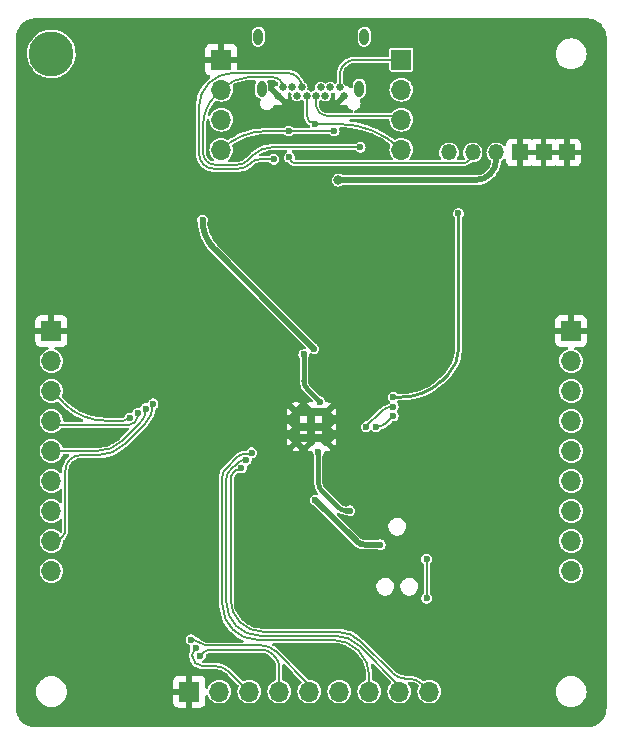
<source format=gbr>
%TF.GenerationSoftware,KiCad,Pcbnew,(7.0.0)*%
%TF.CreationDate,2023-03-04T19:16:17-06:00*%
%TF.ProjectId,OpenRectangleBreakout,4f70656e-5265-4637-9461-6e676c654272,rev?*%
%TF.SameCoordinates,Original*%
%TF.FileFunction,Copper,L2,Bot*%
%TF.FilePolarity,Positive*%
%FSLAX46Y46*%
G04 Gerber Fmt 4.6, Leading zero omitted, Abs format (unit mm)*
G04 Created by KiCad (PCBNEW (7.0.0)) date 2023-03-04 19:16:17*
%MOMM*%
%LPD*%
G01*
G04 APERTURE LIST*
%TA.AperFunction,ComponentPad*%
%ADD10C,0.650000*%
%TD*%
%TA.AperFunction,ComponentPad*%
%ADD11O,0.800000X1.400000*%
%TD*%
%TA.AperFunction,ComponentPad*%
%ADD12R,1.700000X1.700000*%
%TD*%
%TA.AperFunction,ComponentPad*%
%ADD13O,1.700000X1.700000*%
%TD*%
%TA.AperFunction,ComponentPad*%
%ADD14C,0.600000*%
%TD*%
%TA.AperFunction,ComponentPad*%
%ADD15C,3.800000*%
%TD*%
%TA.AperFunction,ComponentPad*%
%ADD16R,1.350000X1.350000*%
%TD*%
%TA.AperFunction,ComponentPad*%
%ADD17O,1.350000X1.350000*%
%TD*%
%TA.AperFunction,ViaPad*%
%ADD18C,0.600000*%
%TD*%
%TA.AperFunction,ViaPad*%
%ADD19C,0.800000*%
%TD*%
%TA.AperFunction,Conductor*%
%ADD20C,0.635000*%
%TD*%
%TA.AperFunction,Conductor*%
%ADD21C,0.500000*%
%TD*%
%TA.AperFunction,Conductor*%
%ADD22C,0.381000*%
%TD*%
%TA.AperFunction,Conductor*%
%ADD23C,0.200000*%
%TD*%
%TA.AperFunction,Conductor*%
%ADD24C,0.250000*%
%TD*%
G04 APERTURE END LIST*
D10*
%TO.P,J1,B1,GND*%
%TO.N,GND*%
X42174968Y-35349807D03*
%TO.P,J1,B2,TX2+*%
%TO.N,3vCable*%
X42574968Y-34649807D03*
%TO.P,J1,B3,TX2-*%
%TO.N,unconnected-(J1-TX2--PadB3)*%
X43374968Y-34649807D03*
%TO.P,J1,B4,VBUS*%
%TO.N,VCC*%
X43774968Y-35349807D03*
%TO.P,J1,B5,CC2*%
%TO.N,Net-(J1-CC2)*%
X44174968Y-34649807D03*
%TO.P,J1,B6,D+*%
%TO.N,DBUS+*%
X44574968Y-35349807D03*
%TO.P,J1,B7,D-*%
%TO.N,DBUS-*%
X45374968Y-35349807D03*
%TO.P,J1,B8,SBU2*%
%TO.N,unconnected-(J1-SBU2-PadB8)*%
X45774968Y-34649807D03*
%TO.P,J1,B9,VBUS*%
%TO.N,VCC*%
X46174968Y-35349807D03*
%TO.P,J1,B10,RX1-*%
%TO.N,unconnected-(J1-RX1--PadB10)*%
X46574968Y-34649807D03*
%TO.P,J1,B11,RX1+*%
%TO.N,DATA*%
X47374968Y-34649807D03*
%TO.P,J1,B12,GND*%
%TO.N,GND*%
X47774968Y-35349807D03*
D11*
%TO.P,J1,S1,SHIELD*%
%TO.N,Earth*%
X49464967Y-30359806D03*
X49029967Y-34749806D03*
X40769967Y-34749806D03*
X40484967Y-30359806D03*
%TD*%
D12*
%TO.P,J6,1,Pin_1*%
%TO.N,GND*%
X22974967Y-55269999D03*
D13*
%TO.P,J6,2,Pin_2*%
%TO.N,L*%
X22974967Y-57809999D03*
%TO.P,J6,3,Pin_3*%
%TO.N,LEFT*%
X22974967Y-60349999D03*
%TO.P,J6,4,Pin_4*%
%TO.N,DOWN*%
X22974967Y-62889999D03*
%TO.P,J6,5,Pin_5*%
%TO.N,RIGHT*%
X22974967Y-65429999D03*
%TO.P,J6,6,Pin_6*%
%TO.N,M1*%
X22974967Y-67969999D03*
%TO.P,J6,7,Pin_7*%
%TO.N,M2*%
X22974967Y-70509999D03*
%TO.P,J6,8,Pin_8*%
%TO.N,START*%
X22974967Y-73049999D03*
%TO.P,J6,9,Pin_9*%
%TO.N,8*%
X22974967Y-75589999D03*
%TD*%
D12*
%TO.P,J3,1,Pin_1*%
%TO.N,DATA*%
X52594967Y-32308806D03*
D13*
%TO.P,J3,2,Pin_2*%
%TO.N,unconnected-(J3-Pin_2-Pad2)*%
X52594967Y-34848806D03*
%TO.P,J3,3,Pin_3*%
%TO.N,DBUS-*%
X52594967Y-37388806D03*
%TO.P,J3,4,Pin_4*%
%TO.N,DBUS+*%
X52594967Y-39928806D03*
%TD*%
D14*
%TO.P,U3,57,GND*%
%TO.N,GND*%
X43701468Y-62109807D03*
X43701468Y-63384807D03*
X43701468Y-64659807D03*
X44976468Y-62109807D03*
X44976468Y-63384807D03*
X44976468Y-64659807D03*
X46251468Y-62109807D03*
X46251468Y-63384807D03*
X46251468Y-64659807D03*
%TD*%
D15*
%TO.P,H1,1,1*%
%TO.N,Earth*%
X22974968Y-31804957D03*
%TD*%
D12*
%TO.P,J4,1,Pin_1*%
%TO.N,GND*%
X37354967Y-32308806D03*
D13*
%TO.P,J4,2,Pin_2*%
%TO.N,3vCable*%
X37354967Y-34848806D03*
%TO.P,J4,3,Pin_3*%
%TO.N,unconnected-(J4-Pin_3-Pad3)*%
X37354967Y-37388806D03*
%TO.P,J4,4,Pin_4*%
%TO.N,VCC*%
X37354967Y-39928806D03*
%TD*%
D16*
%TO.P,J5,1,Pin_1*%
%TO.N,GND*%
X66639999Y-40159999D03*
%TO.P,J5,2,Pin_2*%
X64639999Y-40159999D03*
%TO.P,J5,3,Pin_3*%
X62639999Y-40159999D03*
D17*
%TO.P,J5,4,Pin_4*%
%TO.N,VCC*%
X60639999Y-40159999D03*
%TO.P,J5,5,Pin_5*%
%TO.N,DATA*%
X58639999Y-40159999D03*
%TO.P,J5,6,Pin_6*%
%TO.N,3vCable*%
X56639999Y-40159999D03*
%TD*%
D12*
%TO.P,J8,1,Pin_1*%
%TO.N,GND*%
X66974967Y-55269999D03*
D13*
%TO.P,J8,2,Pin_2*%
%TO.N,R*%
X66974967Y-57809999D03*
%TO.P,J8,3,Pin_3*%
%TO.N,B*%
X66974967Y-60349999D03*
%TO.P,J8,4,Pin_4*%
%TO.N,Y*%
X66974967Y-62889999D03*
%TO.P,J8,5,Pin_5*%
%TO.N,X*%
X66974967Y-65429999D03*
%TO.P,J8,6,Pin_6*%
%TO.N,LS*%
X66974967Y-67969999D03*
%TO.P,J8,7,Pin_7*%
%TO.N,Z*%
X66974967Y-70509999D03*
%TO.P,J8,8,Pin_8*%
%TO.N,MS*%
X66974967Y-73049999D03*
%TO.P,J8,9,Pin_9*%
%TO.N,UP*%
X66974967Y-75589999D03*
%TD*%
D12*
%TO.P,J7,1,Pin_1*%
%TO.N,GND*%
X34649999Y-85804956D03*
D13*
%TO.P,J7,2,Pin_2*%
%TO.N,C_DN*%
X37189999Y-85804956D03*
%TO.P,J7,3,Pin_3*%
%TO.N,C_LT*%
X39729999Y-85804956D03*
%TO.P,J7,4,Pin_4*%
%TO.N,A*%
X42269999Y-85804956D03*
%TO.P,J7,5,Pin_5*%
%TO.N,C_UP*%
X44809999Y-85804956D03*
%TO.P,J7,6,Pin_6*%
%TO.N,C_RT*%
X47349999Y-85804956D03*
%TO.P,J7,7,Pin_7*%
%TO.N,9*%
X49889999Y-85804956D03*
%TO.P,J7,8,Pin_8*%
%TO.N,10*%
X52429999Y-85804956D03*
%TO.P,J7,9,Pin_9*%
%TO.N,11*%
X54969999Y-85804956D03*
%TD*%
D18*
%TO.N,GND*%
X45870000Y-72470000D03*
X37500000Y-64650000D03*
X45297468Y-53732700D03*
X47202468Y-53732700D03*
X37745000Y-44840000D03*
X51933218Y-57559807D03*
X44186218Y-54224825D03*
X42396468Y-45839807D03*
X48758218Y-55748825D03*
X39741218Y-58415825D03*
X48530000Y-71460000D03*
X53656468Y-53964807D03*
X53298468Y-67321700D03*
X50409207Y-75879807D03*
X39472646Y-39972648D03*
X51046468Y-55124807D03*
X45964218Y-76068825D03*
X39261468Y-73401825D03*
X50566468Y-47059807D03*
X46150000Y-41634500D03*
D19*
X28990000Y-48650000D03*
D18*
%TO.N,+3V3*%
X45329218Y-69591825D03*
X45202218Y-56764825D03*
X50809207Y-73359807D03*
X35765000Y-45880000D03*
%TO.N,+1V1*%
X48250218Y-70480825D03*
X45583218Y-65484307D03*
X45710218Y-61247057D03*
X44341468Y-57257057D03*
%TO.N,3vCable*%
X49127595Y-39712405D03*
D19*
%TO.N,VCC*%
X47258331Y-42501669D03*
D18*
X43066468Y-38349807D03*
X46916468Y-38349807D03*
%TO.N,DBUS+*%
X45324468Y-37750307D03*
%TO.N,DATA*%
X43120000Y-40580000D03*
X57436468Y-45320419D03*
X51919582Y-60857807D03*
%TO.N,Net-(J1-CC2)*%
X41810000Y-40730000D03*
%TO.N,SWCLK*%
X54740379Y-77913718D03*
X54736968Y-74579807D03*
%TO.N,PICO_LED*%
X51919582Y-62468082D03*
X50440379Y-63385307D03*
%TO.N,VBUS_SENSE*%
X49620379Y-63385307D03*
X51919582Y-61668579D03*
%TO.N,START*%
X31580000Y-61435307D03*
%TO.N,RIGHT*%
X30944140Y-61835307D03*
%TO.N,DOWN*%
X30298259Y-62235307D03*
%TO.N,LEFT*%
X29608634Y-62635307D03*
%TO.N,C_LT*%
X35185493Y-82089982D03*
%TO.N,A*%
X35585493Y-82750000D03*
%TO.N,C_UP*%
X34785493Y-81401669D03*
%TO.N,9*%
X39922518Y-65576136D03*
%TO.N,10*%
X39470000Y-66230000D03*
%TO.N,11*%
X39057760Y-66864325D03*
%TD*%
D20*
%TO.N,GND*%
X46251468Y-63384807D02*
X43701468Y-63384807D01*
X43701468Y-64659807D02*
X44001468Y-64359807D01*
X45951468Y-64359807D02*
X46251468Y-64659807D01*
X44976468Y-62109807D02*
X44976468Y-64659807D01*
X46251468Y-62109807D02*
X43701468Y-62109807D01*
X46251468Y-64659807D02*
X46251468Y-62109807D01*
X44001468Y-64359807D02*
X45951468Y-64359807D01*
X43701468Y-64659807D02*
X43701468Y-62109807D01*
D21*
%TO.N,+3V3*%
X36788597Y-48351204D02*
X42020038Y-53582645D01*
X45329218Y-69591825D02*
X48804307Y-73066914D01*
X49511414Y-73359807D02*
X50809207Y-73359807D01*
X42020038Y-53582645D02*
X45202218Y-56764825D01*
X48804299Y-73066922D02*
G75*
G03*
X49511414Y-73359807I707101J707122D01*
G01*
X35764991Y-45880000D02*
G75*
G03*
X36788597Y-48351204I3494809J0D01*
G01*
D22*
%TO.N,+1V1*%
X44341468Y-59464093D02*
X44341468Y-57257057D01*
X45583218Y-65484307D02*
X45583218Y-68117593D01*
X45876111Y-68824700D02*
X47239343Y-70187932D01*
X47946450Y-70480825D02*
X48250218Y-70480825D01*
X45710218Y-61247057D02*
X44634361Y-60171200D01*
X44341483Y-59464093D02*
G75*
G03*
X44634362Y-60171199I1000017J-7D01*
G01*
X47239313Y-70187962D02*
G75*
G03*
X47946450Y-70480825I707087J707162D01*
G01*
X45583218Y-68117593D02*
G75*
G03*
X45876111Y-68824700I999982J-7D01*
G01*
D23*
%TO.N,3vCable*%
X35820000Y-37833522D02*
X35820000Y-40190000D01*
X39677116Y-33782667D02*
X41707826Y-33782667D01*
X37354968Y-34848807D02*
X37398648Y-34805127D01*
X39575260Y-40837145D02*
X40025154Y-40387251D01*
X37354968Y-34848807D02*
X36845126Y-35358649D01*
X36820000Y-41190000D02*
X38723393Y-41190000D01*
X41654376Y-39712405D02*
X49127595Y-39712405D01*
X42574933Y-34649807D02*
G75*
G03*
X41707826Y-33782667I-867133J7D01*
G01*
X35820000Y-40190000D02*
G75*
G03*
X36820000Y-41190000I1000000J0D01*
G01*
X41654376Y-39712397D02*
G75*
G03*
X40025155Y-40387252I24J-2304103D01*
G01*
X36845115Y-35358638D02*
G75*
G03*
X35820000Y-37833522I2474885J-2474862D01*
G01*
X39677116Y-33782670D02*
G75*
G03*
X37398648Y-34805127I208984J-3515630D01*
G01*
X38723393Y-41190001D02*
G75*
G03*
X39575260Y-40837145I7J1204701D01*
G01*
%TO.N,VCC*%
X43066468Y-38349807D02*
X41167091Y-38349807D01*
D21*
X58855574Y-42501669D02*
X47258331Y-42501669D01*
D23*
X43066468Y-38349807D02*
X46916468Y-38349807D01*
D21*
X60640000Y-40160000D02*
X60640000Y-40717243D01*
D23*
X41167091Y-38349789D02*
G75*
G03*
X37354969Y-39928808I9J-5391211D01*
G01*
D21*
X58855574Y-42501600D02*
G75*
G03*
X60640000Y-40717243I26J1784400D01*
G01*
D23*
%TO.N,DBUS+*%
X45324468Y-37750307D02*
X47335593Y-37750307D01*
X44574968Y-35349807D02*
X44574968Y-37000816D01*
X52594972Y-39928803D02*
G75*
G03*
X47335593Y-37750307I-5259372J-5259397D01*
G01*
X44574993Y-37000816D02*
G75*
G03*
X45324468Y-37750307I749507J16D01*
G01*
%TO.N,DBUS-*%
X45374968Y-35349807D02*
X45374968Y-36167739D01*
X52266161Y-37060000D02*
X52594968Y-37388807D01*
X46267229Y-37060000D02*
X52266161Y-37060000D01*
X45606354Y-36726354D02*
X45708615Y-36828615D01*
X45708601Y-36828629D02*
G75*
G03*
X46267229Y-37060000I558599J558629D01*
G01*
X45374950Y-36167739D02*
G75*
G03*
X45606354Y-36726354I790050J39D01*
G01*
D24*
%TO.N,DATA*%
X57436468Y-45320419D02*
X57436468Y-56817166D01*
D23*
X47374968Y-33619154D02*
X47374968Y-34649807D01*
D24*
X56557789Y-58938486D02*
X56056067Y-59440208D01*
D23*
X52594968Y-32308807D02*
X48685315Y-32308807D01*
D24*
X52604709Y-60869807D02*
X51956468Y-60869807D01*
D23*
X43625002Y-41085000D02*
X57714993Y-41085000D01*
X57714993Y-41085000D02*
G75*
G03*
X58640000Y-40160000I7J925000D01*
G01*
D24*
X52604709Y-60869828D02*
G75*
G03*
X56056067Y-59440208I-9J4880928D01*
G01*
D23*
X43120000Y-40580000D02*
G75*
G03*
X43625002Y-41085000I505000J0D01*
G01*
D24*
X56557799Y-58938496D02*
G75*
G03*
X57436468Y-56817166I-2121299J2121296D01*
G01*
D23*
X48685315Y-32308868D02*
G75*
G03*
X47374968Y-33619154I-15J-1310332D01*
G01*
%TO.N,Net-(J1-CC2)*%
X41810000Y-40730000D02*
X40649582Y-40730000D01*
X38334343Y-33430000D02*
X42955158Y-33430000D01*
X38726854Y-41540000D02*
X36759357Y-41540000D01*
X39843480Y-41063899D02*
X39820299Y-41087080D01*
X35470000Y-40250643D02*
X35470000Y-36294343D01*
X40649582Y-40729988D02*
G75*
G03*
X39843480Y-41063899I18J-1140012D01*
G01*
X35470000Y-40250643D02*
G75*
G03*
X36759357Y-41540000I1289400J43D01*
G01*
X38334343Y-33430000D02*
G75*
G03*
X35470000Y-36294343I-3J-2864340D01*
G01*
X44175000Y-34649807D02*
G75*
G03*
X42955158Y-33430000I-1219800J7D01*
G01*
X38726854Y-41539956D02*
G75*
G03*
X39820298Y-41087079I46J1546356D01*
G01*
%TO.N,SWCLK*%
X54736968Y-77910307D02*
X54740379Y-77913718D01*
X54736968Y-74579807D02*
X54736968Y-77910307D01*
%TO.N,PICO_LED*%
X51916862Y-62468082D02*
X51322984Y-63061960D01*
X51919582Y-62468082D02*
X51916862Y-62468082D01*
X50440379Y-63385305D02*
G75*
G03*
X51322984Y-63061960I-3279J1375205D01*
G01*
%TO.N,VBUS_SENSE*%
X49620379Y-63356778D02*
X50874561Y-62102596D01*
X49620379Y-63385307D02*
X49620379Y-63356778D01*
X51922301Y-61668557D02*
G75*
G03*
X50874561Y-62102596I99J-1481843D01*
G01*
%TO.N,START*%
X24160000Y-72050000D02*
X24160000Y-67057549D01*
X29195592Y-64834408D02*
X30862524Y-63167476D01*
X25435006Y-65782543D02*
X26906591Y-65782543D01*
X22974968Y-73050000D02*
X23160000Y-73050000D01*
X30862503Y-63167455D02*
G75*
G03*
X31580000Y-61435307I-1732103J1732155D01*
G01*
X26906591Y-65782534D02*
G75*
G03*
X29195591Y-64834407I9J3237134D01*
G01*
X25435006Y-65782540D02*
G75*
G03*
X24160000Y-67057549I4J-1275010D01*
G01*
X23160000Y-73050000D02*
G75*
G03*
X24160000Y-72050000I0J1000000D01*
G01*
%TO.N,RIGHT*%
X30944140Y-61835307D02*
X30944140Y-62056313D01*
X26844092Y-65430000D02*
X22974968Y-65430000D01*
X30579076Y-62937657D02*
X28965412Y-64551321D01*
X26844092Y-65429994D02*
G75*
G03*
X28965412Y-64551321I8J2999994D01*
G01*
X30579076Y-62937657D02*
G75*
G03*
X30944140Y-62056313I-881376J881357D01*
G01*
%TO.N,DOWN*%
X22974968Y-62890000D02*
X23294968Y-63210000D01*
X29980726Y-63041033D02*
X30093234Y-62928525D01*
X23294968Y-63210000D02*
X29572804Y-63210000D01*
X30298259Y-62433551D02*
X30298259Y-62235307D01*
X29572804Y-63209999D02*
G75*
G03*
X29980726Y-63041033I-4J576899D01*
G01*
X30093250Y-62928541D02*
G75*
G03*
X30298259Y-62433551I-494950J494941D01*
G01*
%TO.N,LEFT*%
X27556036Y-62860000D02*
X29066191Y-62860000D01*
X22974968Y-60350000D02*
X24020502Y-61395534D01*
X29066191Y-62859998D02*
G75*
G03*
X29608634Y-62635307I9J767098D01*
G01*
X24020484Y-61395552D02*
G75*
G03*
X27556036Y-62860000I3535516J3535552D01*
G01*
%TO.N,C_LT*%
X35761371Y-83640000D02*
X36766273Y-83640000D01*
X35134315Y-83344315D02*
X35195686Y-83405686D01*
X35185493Y-82089982D02*
X35134314Y-82141161D01*
X38129858Y-84204815D02*
X39730000Y-85804957D01*
X34900000Y-82706846D02*
X34900000Y-82778629D01*
X38129871Y-84204802D02*
G75*
G03*
X36766273Y-83640000I-1363571J-1363598D01*
G01*
X35195701Y-83405671D02*
G75*
G03*
X35761371Y-83640000I565699J565671D01*
G01*
X35134291Y-82141138D02*
G75*
G03*
X34900000Y-82706846I565709J-565662D01*
G01*
X34899980Y-82778629D02*
G75*
G03*
X35134315Y-83344315I800020J29D01*
G01*
%TO.N,A*%
X35792600Y-82542893D02*
X35585493Y-82750000D01*
X41859950Y-82779950D02*
X41740051Y-82660051D01*
X40750101Y-82250000D02*
X36499707Y-82250000D01*
X42270000Y-85804957D02*
X42270000Y-83769899D01*
X41740050Y-82660052D02*
G75*
G03*
X40750101Y-82250000I-989950J-989948D01*
G01*
X36499707Y-82250005D02*
G75*
G03*
X35792600Y-82542893I-7J-999995D01*
G01*
X42270000Y-83769899D02*
G75*
G03*
X41859949Y-82779951I-1400000J-1D01*
G01*
%TO.N,C_UP*%
X35509313Y-81635984D02*
X35539015Y-81665686D01*
X36104700Y-81900000D02*
X40767190Y-81900000D01*
X34785493Y-81401669D02*
X34943627Y-81401669D01*
X44810000Y-85235026D02*
X44810000Y-85804957D01*
X41975453Y-82400479D02*
X44810000Y-85235026D01*
X35509306Y-81635991D02*
G75*
G03*
X34943627Y-81401669I-565706J-565709D01*
G01*
X35539015Y-81665686D02*
G75*
G03*
X36104700Y-81900000I565685J565686D01*
G01*
X41975449Y-82400483D02*
G75*
G03*
X40767190Y-81900000I-1208249J-1208217D01*
G01*
%TO.N,9*%
X46807359Y-81420000D02*
X40440000Y-81420000D01*
X39818654Y-65680000D02*
X39922518Y-65576136D01*
X39384212Y-65680000D02*
X39818654Y-65680000D01*
X49890000Y-85804957D02*
X49890000Y-84502641D01*
X49011320Y-82381320D02*
X48928679Y-82298679D01*
X37440000Y-78420000D02*
X37440000Y-67624212D01*
X37732893Y-66917106D02*
X38677105Y-65972893D01*
X49889971Y-84502641D02*
G75*
G03*
X49011320Y-82381320I-2999971J41D01*
G01*
X37732887Y-66917100D02*
G75*
G03*
X37440000Y-67624212I707113J-707100D01*
G01*
X39384212Y-65680009D02*
G75*
G03*
X38677106Y-65972894I-12J-999991D01*
G01*
X37440000Y-78420000D02*
G75*
G03*
X40440000Y-81420000I3000000J0D01*
G01*
X48928699Y-82298659D02*
G75*
G03*
X46807359Y-81420000I-2121299J-2121341D01*
G01*
%TO.N,10*%
X39470000Y-66230000D02*
X39169000Y-66230000D01*
X37790000Y-67769188D02*
X37790000Y-78247106D01*
X40612894Y-81070000D02*
X46952333Y-81070000D01*
X52430000Y-85305026D02*
X52430000Y-85804957D01*
X38735351Y-66409623D02*
X38082893Y-67062081D01*
X49073654Y-81948680D02*
X52430000Y-85305026D01*
X38082899Y-67062087D02*
G75*
G03*
X37790000Y-67769188I707101J-707113D01*
G01*
X37790000Y-78247106D02*
G75*
G03*
X40612894Y-81070000I2822900J6D01*
G01*
X49073637Y-81948697D02*
G75*
G03*
X46952333Y-81070000I-2121337J-2121303D01*
G01*
X39169000Y-66230008D02*
G75*
G03*
X38735351Y-66409623I0J-613292D01*
G01*
%TO.N,11*%
X38576092Y-67063856D02*
X38432893Y-67207055D01*
X49218628Y-81598680D02*
X51885565Y-84265617D01*
X54309340Y-85144297D02*
X54970000Y-85804957D01*
X40847186Y-80720000D02*
X47097307Y-80720000D01*
X38140000Y-67914162D02*
X38140000Y-78012814D01*
X52946225Y-84704957D02*
X53248680Y-84704957D01*
X38432912Y-67207074D02*
G75*
G03*
X38140000Y-67914162I707088J-707126D01*
G01*
X49218624Y-81598684D02*
G75*
G03*
X47097307Y-80720000I-2121324J-2121316D01*
G01*
X54309359Y-85144278D02*
G75*
G03*
X53248680Y-84704957I-1060659J-1060722D01*
G01*
X39057760Y-66864337D02*
G75*
G03*
X38576092Y-67063856I40J-681263D01*
G01*
X38140000Y-78012814D02*
G75*
G03*
X40847186Y-80720000I2707200J14D01*
G01*
X51885561Y-84265621D02*
G75*
G03*
X52946225Y-84704957I1060639J1060621D01*
G01*
%TD*%
%TA.AperFunction,Conductor*%
%TO.N,GND*%
G36*
X47801626Y-38016062D02*
G01*
X47809705Y-38016592D01*
X48269720Y-38061899D01*
X48277711Y-38062951D01*
X48733805Y-38138252D01*
X48741708Y-38139824D01*
X49191885Y-38244790D01*
X49199689Y-38246881D01*
X49642031Y-38381063D01*
X49649702Y-38383667D01*
X50082301Y-38546485D01*
X50089758Y-38549574D01*
X50510804Y-38740346D01*
X50518070Y-38743930D01*
X50925704Y-38961814D01*
X50932731Y-38965871D01*
X51325240Y-39209948D01*
X51331987Y-39214456D01*
X51401690Y-39264404D01*
X51616394Y-39418258D01*
X51650870Y-39455882D01*
X51667274Y-39504206D01*
X51662827Y-39555045D01*
X51610712Y-39726844D01*
X51610710Y-39726851D01*
X51608944Y-39732675D01*
X51608347Y-39738731D01*
X51608346Y-39738739D01*
X51593087Y-39893674D01*
X51589627Y-39928807D01*
X51590224Y-39934869D01*
X51608346Y-40118874D01*
X51608347Y-40118880D01*
X51608944Y-40124939D01*
X51610711Y-40130764D01*
X51610712Y-40130769D01*
X51633679Y-40206479D01*
X51666154Y-40313534D01*
X51669023Y-40318902D01*
X51669025Y-40318906D01*
X51756183Y-40481968D01*
X51756187Y-40481974D01*
X51759058Y-40487345D01*
X51875606Y-40629358D01*
X51877639Y-40631835D01*
X51904853Y-40695321D01*
X51893881Y-40763517D01*
X51848126Y-40815262D01*
X51781786Y-40834500D01*
X43681645Y-40834500D01*
X43630133Y-40823294D01*
X43587932Y-40791703D01*
X43562668Y-40745435D01*
X43558907Y-40692853D01*
X43560621Y-40680937D01*
X43575133Y-40580000D01*
X43556697Y-40451774D01*
X43513116Y-40356346D01*
X43506565Y-40342001D01*
X43506564Y-40341999D01*
X43502882Y-40333937D01*
X43494326Y-40324063D01*
X43423856Y-40242735D01*
X43418049Y-40236033D01*
X43410589Y-40231238D01*
X43410587Y-40231237D01*
X43348320Y-40191221D01*
X43305689Y-40144772D01*
X43291410Y-40083364D01*
X43309172Y-40022872D01*
X43354384Y-39978932D01*
X43415359Y-39962905D01*
X48691928Y-39962905D01*
X48743440Y-39974111D01*
X48785641Y-40005702D01*
X48829546Y-40056372D01*
X48938526Y-40126409D01*
X49062823Y-40162905D01*
X49183496Y-40162905D01*
X49192367Y-40162905D01*
X49316664Y-40126409D01*
X49425644Y-40056372D01*
X49510477Y-39958468D01*
X49564292Y-39840631D01*
X49582728Y-39712405D01*
X49564292Y-39584179D01*
X49523120Y-39494026D01*
X49514160Y-39474406D01*
X49514159Y-39474404D01*
X49510477Y-39466342D01*
X49501413Y-39455882D01*
X49454508Y-39401750D01*
X49425644Y-39368438D01*
X49418184Y-39363643D01*
X49418182Y-39363642D01*
X49371154Y-39333419D01*
X49316664Y-39298401D01*
X49308150Y-39295901D01*
X49200879Y-39264404D01*
X49200877Y-39264403D01*
X49192367Y-39261905D01*
X49062823Y-39261905D01*
X49054313Y-39264403D01*
X49054310Y-39264404D01*
X48947039Y-39295901D01*
X48947036Y-39295902D01*
X48938526Y-39298401D01*
X48931063Y-39303196D01*
X48931063Y-39303197D01*
X48837007Y-39363642D01*
X48837001Y-39363646D01*
X48829546Y-39368438D01*
X48823741Y-39375137D01*
X48823738Y-39375140D01*
X48785642Y-39419107D01*
X48743440Y-39450699D01*
X48691928Y-39461905D01*
X41654401Y-39461905D01*
X41654373Y-39461901D01*
X41654373Y-39461897D01*
X41654339Y-39461897D01*
X41514396Y-39461898D01*
X41514379Y-39461898D01*
X41510912Y-39461899D01*
X41507454Y-39462288D01*
X41507447Y-39462289D01*
X41229260Y-39493635D01*
X41229252Y-39493636D01*
X41225794Y-39494026D01*
X41222403Y-39494799D01*
X41222397Y-39494801D01*
X40949456Y-39557100D01*
X40949439Y-39557104D01*
X40946065Y-39557875D01*
X40942790Y-39559020D01*
X40942776Y-39559025D01*
X40678529Y-39651491D01*
X40678521Y-39651494D01*
X40675244Y-39652641D01*
X40672122Y-39654144D01*
X40672111Y-39654149D01*
X40419864Y-39775626D01*
X40419855Y-39775630D01*
X40416736Y-39777133D01*
X40413806Y-39778973D01*
X40413797Y-39778979D01*
X40176735Y-39927935D01*
X40176725Y-39927941D01*
X40173792Y-39929785D01*
X40171088Y-39931941D01*
X40171073Y-39931952D01*
X39952180Y-40106514D01*
X39952164Y-40106527D01*
X39949467Y-40108679D01*
X39947023Y-40111122D01*
X39947014Y-40111131D01*
X39904605Y-40153540D01*
X39865474Y-40192671D01*
X39865471Y-40192674D01*
X39429362Y-40628782D01*
X39429361Y-40628783D01*
X39414592Y-40643552D01*
X39401573Y-40656571D01*
X39394425Y-40663178D01*
X39291689Y-40750924D01*
X39275947Y-40762361D01*
X39164923Y-40830397D01*
X39147586Y-40839231D01*
X39027280Y-40889064D01*
X39008774Y-40895077D01*
X38882157Y-40925475D01*
X38862939Y-40928519D01*
X38742383Y-40938006D01*
X38728260Y-40939118D01*
X38718533Y-40939500D01*
X38047089Y-40939500D01*
X37988636Y-40924858D01*
X37943987Y-40884391D01*
X37923686Y-40827654D01*
X37932528Y-40768048D01*
X37968424Y-40719647D01*
X37991401Y-40700790D01*
X38065851Y-40639690D01*
X38190878Y-40487345D01*
X38283782Y-40313534D01*
X38340992Y-40124939D01*
X38360309Y-39928807D01*
X38340992Y-39732675D01*
X38296750Y-39586832D01*
X38292473Y-39534653D01*
X38310111Y-39485357D01*
X38346519Y-39447737D01*
X38477074Y-39360505D01*
X38485336Y-39355441D01*
X38829055Y-39162951D01*
X38837699Y-39158548D01*
X39195441Y-38993628D01*
X39204400Y-38989917D01*
X39573986Y-38853571D01*
X39583212Y-38850573D01*
X39962366Y-38743641D01*
X39971804Y-38741376D01*
X40358149Y-38664527D01*
X40367745Y-38663007D01*
X40758942Y-38616706D01*
X40768608Y-38615945D01*
X41164189Y-38600403D01*
X41169058Y-38600307D01*
X42630801Y-38600307D01*
X42682313Y-38611513D01*
X42724514Y-38643104D01*
X42768419Y-38693774D01*
X42877399Y-38763811D01*
X43001696Y-38800307D01*
X43122369Y-38800307D01*
X43131240Y-38800307D01*
X43255537Y-38763811D01*
X43364517Y-38693774D01*
X43408421Y-38643104D01*
X43450623Y-38611513D01*
X43502135Y-38600307D01*
X46480801Y-38600307D01*
X46532313Y-38611513D01*
X46574514Y-38643104D01*
X46618419Y-38693774D01*
X46727399Y-38763811D01*
X46851696Y-38800307D01*
X46972369Y-38800307D01*
X46981240Y-38800307D01*
X47105537Y-38763811D01*
X47214517Y-38693774D01*
X47299350Y-38595870D01*
X47353165Y-38478033D01*
X47371601Y-38349807D01*
X47353165Y-38221581D01*
X47334190Y-38180032D01*
X47323376Y-38118663D01*
X47343779Y-38059783D01*
X47390246Y-38018262D01*
X47451040Y-38004586D01*
X47801626Y-38016062D01*
G37*
%TD.AperFunction*%
%TA.AperFunction,Conductor*%
G36*
X40221110Y-34050134D02*
G01*
X40266586Y-34096391D01*
X40282483Y-34159280D01*
X40266962Y-34212914D01*
X40268081Y-34213400D01*
X40264701Y-34221181D01*
X40260296Y-34228425D01*
X40258010Y-34236583D01*
X40258009Y-34236586D01*
X40221755Y-34365977D01*
X40221754Y-34365982D01*
X40219468Y-34374142D01*
X40219468Y-35087465D01*
X40220043Y-35091649D01*
X40220044Y-35091662D01*
X40233742Y-35191321D01*
X40233743Y-35191325D01*
X40234898Y-35199727D01*
X40238278Y-35207508D01*
X40286146Y-35317712D01*
X40295188Y-35338527D01*
X40390690Y-35455915D01*
X40514321Y-35543184D01*
X40632678Y-35585248D01*
X40686894Y-35623287D01*
X40713798Y-35683806D01*
X40705714Y-35749540D01*
X40667392Y-35842058D01*
X40667390Y-35842064D01*
X40664281Y-35849571D01*
X40663220Y-35857622D01*
X40663219Y-35857630D01*
X40645728Y-35990490D01*
X40644502Y-35999807D01*
X40645563Y-36007866D01*
X40663219Y-36141983D01*
X40663220Y-36141989D01*
X40664281Y-36150043D01*
X40667390Y-36157549D01*
X40667391Y-36157552D01*
X40715204Y-36272982D01*
X40722270Y-36290040D01*
X40727213Y-36296481D01*
X40727216Y-36296487D01*
X40794417Y-36384063D01*
X40814517Y-36410258D01*
X40820959Y-36415201D01*
X40928287Y-36497558D01*
X40928290Y-36497560D01*
X40934735Y-36502505D01*
X41074732Y-36560494D01*
X41187248Y-36575307D01*
X41258635Y-36575307D01*
X41262688Y-36575307D01*
X41375204Y-36560494D01*
X41515201Y-36502505D01*
X41635419Y-36410258D01*
X41727666Y-36290040D01*
X41761947Y-36207278D01*
X41798470Y-36158367D01*
X41853909Y-36132809D01*
X41914824Y-36136801D01*
X41924980Y-36140100D01*
X42081894Y-36173454D01*
X42094760Y-36174807D01*
X42255176Y-36174807D01*
X42268041Y-36173454D01*
X42424948Y-36140102D01*
X42437253Y-36136104D01*
X42541413Y-36089728D01*
X42550439Y-36082708D01*
X42544530Y-36072922D01*
X41451704Y-34980096D01*
X41440548Y-34973159D01*
X41432313Y-34972348D01*
X41375577Y-34952047D01*
X41335110Y-34907398D01*
X41320468Y-34848945D01*
X41320468Y-34416386D01*
X41320468Y-34412149D01*
X41305038Y-34299887D01*
X41267223Y-34212829D01*
X41264504Y-34206569D01*
X41254690Y-34146594D01*
X41274551Y-34089159D01*
X41319318Y-34048059D01*
X41378238Y-34033167D01*
X41700852Y-34033167D01*
X41714738Y-34033946D01*
X41831146Y-34047066D01*
X41858215Y-34053245D01*
X41962172Y-34089624D01*
X41987189Y-34101673D01*
X42080443Y-34160271D01*
X42102150Y-34177581D01*
X42145748Y-34221181D01*
X42157361Y-34232794D01*
X42186859Y-34279919D01*
X42192801Y-34335196D01*
X42174649Y-34385690D01*
X42170838Y-34390089D01*
X42167155Y-34398153D01*
X42167154Y-34398155D01*
X42137515Y-34463055D01*
X42102297Y-34508279D01*
X42050503Y-34532832D01*
X41924984Y-34559512D01*
X41912686Y-34563508D01*
X41808520Y-34609884D01*
X41799495Y-34616904D01*
X41805404Y-34626690D01*
X42898229Y-35719515D01*
X42907771Y-35725449D01*
X42915449Y-35717251D01*
X42929544Y-35692840D01*
X42934801Y-35681034D01*
X42984375Y-35528459D01*
X42987063Y-35515817D01*
X43003833Y-35356267D01*
X43003833Y-35343347D01*
X42989402Y-35206051D01*
X42999564Y-35142384D01*
X43040316Y-35092425D01*
X43100643Y-35069679D01*
X43164236Y-35080295D01*
X43167941Y-35081987D01*
X43175407Y-35086785D01*
X43183920Y-35089284D01*
X43183921Y-35089285D01*
X43222940Y-35100742D01*
X43273575Y-35129976D01*
X43305186Y-35179162D01*
X43310744Y-35237365D01*
X43296200Y-35338527D01*
X43294578Y-35349807D01*
X43295840Y-35358585D01*
X43312774Y-35476369D01*
X43312775Y-35476373D01*
X43314037Y-35485149D01*
X43317721Y-35493217D01*
X43317722Y-35493218D01*
X43354339Y-35573399D01*
X43370838Y-35609525D01*
X43376645Y-35616227D01*
X43376646Y-35616228D01*
X43454572Y-35706161D01*
X43454574Y-35706163D01*
X43460379Y-35712862D01*
X43467833Y-35717652D01*
X43467835Y-35717654D01*
X43556678Y-35774749D01*
X43575407Y-35786785D01*
X43706601Y-35825307D01*
X43834465Y-35825307D01*
X43843335Y-35825307D01*
X43974529Y-35786785D01*
X44089557Y-35712862D01*
X44094485Y-35707173D01*
X44145733Y-35680754D01*
X44204203Y-35680754D01*
X44255450Y-35707173D01*
X44260379Y-35712862D01*
X44267840Y-35717657D01*
X44274544Y-35723466D01*
X44273855Y-35724260D01*
X44309301Y-35762333D01*
X44324468Y-35821759D01*
X44324468Y-36956649D01*
X44324467Y-36956652D01*
X44324468Y-37000821D01*
X44324468Y-37025490D01*
X44324484Y-37025575D01*
X44324493Y-37025744D01*
X44324493Y-37082894D01*
X44324493Y-37082904D01*
X44324494Y-37088307D01*
X44325432Y-37093627D01*
X44325433Y-37093636D01*
X44353939Y-37255286D01*
X44354880Y-37260620D01*
X44356729Y-37265701D01*
X44356731Y-37265707D01*
X44406173Y-37401544D01*
X44414725Y-37425039D01*
X44417428Y-37429721D01*
X44417431Y-37429727D01*
X44491166Y-37557439D01*
X44502211Y-37576569D01*
X44505690Y-37580715D01*
X44603397Y-37697159D01*
X44614680Y-37710605D01*
X44748714Y-37823077D01*
X44756506Y-37827576D01*
X44826382Y-37867921D01*
X44871768Y-37913309D01*
X44888380Y-37975309D01*
X44871767Y-38037308D01*
X44826380Y-38082694D01*
X44764380Y-38099307D01*
X43502135Y-38099307D01*
X43450623Y-38088101D01*
X43408421Y-38056509D01*
X43391784Y-38037308D01*
X43364517Y-38005840D01*
X43357057Y-38001045D01*
X43357055Y-38001044D01*
X43310027Y-37970821D01*
X43255537Y-37935803D01*
X43178928Y-37913309D01*
X43139752Y-37901806D01*
X43139750Y-37901805D01*
X43131240Y-37899307D01*
X43001696Y-37899307D01*
X42993186Y-37901805D01*
X42993183Y-37901806D01*
X42885912Y-37933303D01*
X42885909Y-37933304D01*
X42877399Y-37935803D01*
X42869936Y-37940598D01*
X42869936Y-37940599D01*
X42775880Y-38001044D01*
X42775874Y-38001048D01*
X42768419Y-38005840D01*
X42762614Y-38012539D01*
X42762611Y-38012542D01*
X42724515Y-38056509D01*
X42682313Y-38088101D01*
X42630801Y-38099307D01*
X41167158Y-38099307D01*
X41167091Y-38099298D01*
X41167091Y-38099289D01*
X40945430Y-38099289D01*
X40943011Y-38099479D01*
X40942995Y-38099480D01*
X40505909Y-38133880D01*
X40505897Y-38133881D01*
X40503475Y-38134072D01*
X40501062Y-38134454D01*
X40501055Y-38134455D01*
X40068012Y-38203042D01*
X40067990Y-38203046D01*
X40065612Y-38203423D01*
X40063261Y-38203987D01*
X40063253Y-38203989D01*
X39636904Y-38306346D01*
X39636898Y-38306347D01*
X39634539Y-38306914D01*
X39632234Y-38307662D01*
X39632223Y-38307666D01*
X39215233Y-38443152D01*
X39215213Y-38443159D01*
X39212915Y-38443906D01*
X39210680Y-38444831D01*
X39210663Y-38444838D01*
X38805594Y-38612622D01*
X38805573Y-38612631D01*
X38803339Y-38613557D01*
X38801176Y-38614659D01*
X38801161Y-38614666D01*
X38410513Y-38813709D01*
X38410497Y-38813717D01*
X38408336Y-38814819D01*
X38406267Y-38816086D01*
X38406256Y-38816093D01*
X38032427Y-39045173D01*
X38032414Y-39045181D01*
X38030341Y-39046452D01*
X38028369Y-39047884D01*
X38028367Y-39047886D01*
X38006823Y-39063538D01*
X37942454Y-39086924D01*
X37875488Y-39072576D01*
X37851728Y-39059876D01*
X37739695Y-38999993D01*
X37708642Y-38990573D01*
X37556930Y-38944551D01*
X37556925Y-38944550D01*
X37551100Y-38942783D01*
X37545041Y-38942186D01*
X37545035Y-38942185D01*
X37361030Y-38924063D01*
X37354968Y-38923466D01*
X37348906Y-38924063D01*
X37164900Y-38942185D01*
X37164892Y-38942186D01*
X37158836Y-38942783D01*
X37153012Y-38944549D01*
X37153005Y-38944551D01*
X36976068Y-38998225D01*
X36976064Y-38998226D01*
X36970241Y-38999993D01*
X36964875Y-39002860D01*
X36964868Y-39002864D01*
X36801806Y-39090022D01*
X36801795Y-39090029D01*
X36796430Y-39092897D01*
X36791722Y-39096760D01*
X36791717Y-39096764D01*
X36648791Y-39214061D01*
X36648786Y-39214065D01*
X36644085Y-39217924D01*
X36640226Y-39222625D01*
X36640222Y-39222630D01*
X36522925Y-39365556D01*
X36522921Y-39365561D01*
X36519058Y-39370269D01*
X36516190Y-39375634D01*
X36516183Y-39375645D01*
X36429025Y-39538707D01*
X36429021Y-39538714D01*
X36426154Y-39544080D01*
X36424387Y-39549903D01*
X36424386Y-39549907D01*
X36370712Y-39726844D01*
X36370710Y-39726851D01*
X36368944Y-39732675D01*
X36368347Y-39738731D01*
X36368346Y-39738739D01*
X36353087Y-39893674D01*
X36349627Y-39928807D01*
X36350224Y-39934869D01*
X36368346Y-40118874D01*
X36368347Y-40118880D01*
X36368944Y-40124939D01*
X36370711Y-40130764D01*
X36370712Y-40130769D01*
X36393679Y-40206479D01*
X36426154Y-40313534D01*
X36429023Y-40318902D01*
X36429025Y-40318906D01*
X36516183Y-40481968D01*
X36516187Y-40481974D01*
X36519058Y-40487345D01*
X36522924Y-40492056D01*
X36522925Y-40492057D01*
X36640222Y-40634983D01*
X36644085Y-40639690D01*
X36668852Y-40660016D01*
X36696478Y-40682688D01*
X36734969Y-40737915D01*
X36738932Y-40805115D01*
X36707199Y-40864484D01*
X36649123Y-40898523D01*
X36581818Y-40897202D01*
X36544866Y-40885993D01*
X36522407Y-40876690D01*
X36414369Y-40818942D01*
X36394159Y-40805438D01*
X36341669Y-40762361D01*
X36299463Y-40727724D01*
X36282274Y-40710535D01*
X36272515Y-40698644D01*
X36204560Y-40615839D01*
X36191057Y-40595630D01*
X36178011Y-40571223D01*
X36133308Y-40487589D01*
X36124008Y-40465140D01*
X36088443Y-40347897D01*
X36083704Y-40324069D01*
X36071097Y-40196061D01*
X36070500Y-40183908D01*
X36070500Y-37836571D01*
X36070649Y-37830488D01*
X36076367Y-37714084D01*
X36085846Y-37521087D01*
X36087037Y-37508993D01*
X36104442Y-37391659D01*
X36126901Y-37336806D01*
X36172256Y-37298643D01*
X36230143Y-37285892D01*
X36287335Y-37301468D01*
X36330762Y-37341810D01*
X36350503Y-37397701D01*
X36368346Y-37578874D01*
X36368347Y-37578880D01*
X36368944Y-37584939D01*
X36370711Y-37590764D01*
X36370712Y-37590769D01*
X36408120Y-37714084D01*
X36426154Y-37773534D01*
X36429023Y-37778902D01*
X36429025Y-37778906D01*
X36516183Y-37941968D01*
X36516187Y-37941974D01*
X36519058Y-37947345D01*
X36644085Y-38099690D01*
X36796430Y-38224717D01*
X36801802Y-38227588D01*
X36801806Y-38227591D01*
X36833976Y-38244786D01*
X36970241Y-38317621D01*
X37158836Y-38374831D01*
X37354968Y-38394148D01*
X37551100Y-38374831D01*
X37739695Y-38317621D01*
X37913506Y-38224717D01*
X38065851Y-38099690D01*
X38190878Y-37947345D01*
X38283782Y-37773534D01*
X38340992Y-37584939D01*
X38360309Y-37388807D01*
X38358476Y-37370201D01*
X38352597Y-37310502D01*
X38340992Y-37192675D01*
X38283782Y-37004080D01*
X38230014Y-36903487D01*
X38193752Y-36835645D01*
X38193749Y-36835641D01*
X38190878Y-36830269D01*
X38065851Y-36677924D01*
X37913506Y-36552897D01*
X37908135Y-36550026D01*
X37908129Y-36550022D01*
X37745067Y-36462864D01*
X37745063Y-36462862D01*
X37739695Y-36459993D01*
X37728823Y-36456695D01*
X37556930Y-36404551D01*
X37556925Y-36404550D01*
X37551100Y-36402783D01*
X37545041Y-36402186D01*
X37545035Y-36402185D01*
X37361030Y-36384063D01*
X37354968Y-36383466D01*
X37348906Y-36384063D01*
X37164900Y-36402185D01*
X37164892Y-36402186D01*
X37158836Y-36402783D01*
X37153012Y-36404549D01*
X37153005Y-36404551D01*
X36976068Y-36458225D01*
X36976064Y-36458226D01*
X36970241Y-36459993D01*
X36964875Y-36462860D01*
X36964868Y-36462864D01*
X36801806Y-36550022D01*
X36801795Y-36550029D01*
X36796430Y-36552897D01*
X36791722Y-36556760D01*
X36791717Y-36556764D01*
X36648791Y-36674061D01*
X36648786Y-36674065D01*
X36644085Y-36677924D01*
X36640226Y-36682625D01*
X36640222Y-36682630D01*
X36522925Y-36825556D01*
X36522921Y-36825561D01*
X36519058Y-36830269D01*
X36516186Y-36835641D01*
X36516186Y-36835642D01*
X36442794Y-36972947D01*
X36401480Y-37018156D01*
X36343569Y-37038078D01*
X36283186Y-37027855D01*
X36235060Y-36989979D01*
X36210931Y-36933690D01*
X36216683Y-36872723D01*
X36315799Y-36595710D01*
X36320453Y-36584476D01*
X36451587Y-36307212D01*
X36457314Y-36296495D01*
X36615000Y-36033408D01*
X36621761Y-36023292D01*
X36637786Y-36001685D01*
X36787449Y-35799886D01*
X36832201Y-35762542D01*
X36889074Y-35749771D01*
X36945499Y-35764396D01*
X36970241Y-35777621D01*
X37158836Y-35834831D01*
X37354968Y-35854148D01*
X37551100Y-35834831D01*
X37739695Y-35777621D01*
X37913506Y-35684717D01*
X38065851Y-35559690D01*
X38190878Y-35407345D01*
X38283782Y-35233534D01*
X38340992Y-35044939D01*
X38360309Y-34848807D01*
X38340992Y-34652675D01*
X38309376Y-34548454D01*
X38305858Y-34491293D01*
X38328401Y-34438646D01*
X38372198Y-34401744D01*
X38541760Y-34316226D01*
X38551998Y-34311633D01*
X38817093Y-34206823D01*
X38827708Y-34203173D01*
X39101222Y-34122773D01*
X39112130Y-34120097D01*
X39391784Y-34064778D01*
X39402877Y-34063102D01*
X39681349Y-34033845D01*
X39694305Y-34033167D01*
X40158501Y-34033167D01*
X40221110Y-34050134D01*
G37*
%TD.AperFunction*%
%TA.AperFunction,Conductor*%
G36*
X47862648Y-35083934D02*
G01*
X48040839Y-35262125D01*
X48072933Y-35317712D01*
X48072933Y-35381899D01*
X48040839Y-35437487D01*
X47405404Y-36072922D01*
X47399495Y-36082708D01*
X47408521Y-36089728D01*
X47512686Y-36136106D01*
X47524986Y-36140102D01*
X47681894Y-36173454D01*
X47694760Y-36174807D01*
X47855177Y-36174807D01*
X47868034Y-36173455D01*
X47910481Y-36164432D01*
X47967310Y-36165671D01*
X48017616Y-36192137D01*
X48050826Y-36238270D01*
X48063833Y-36269673D01*
X48072270Y-36290040D01*
X48077213Y-36296481D01*
X48077216Y-36296487D01*
X48144417Y-36384063D01*
X48164517Y-36410258D01*
X48170959Y-36415201D01*
X48278287Y-36497558D01*
X48278290Y-36497560D01*
X48284735Y-36502505D01*
X48424732Y-36560494D01*
X48440433Y-36562561D01*
X48497570Y-36585501D01*
X48536629Y-36633096D01*
X48547981Y-36693610D01*
X48528827Y-36752125D01*
X48483890Y-36794214D01*
X48424247Y-36809500D01*
X46311393Y-36809500D01*
X46311390Y-36809499D01*
X46311381Y-36809499D01*
X46273305Y-36809499D01*
X46261155Y-36808902D01*
X46174122Y-36800333D01*
X46150281Y-36795592D01*
X46072445Y-36771984D01*
X46049986Y-36762682D01*
X45978255Y-36724344D01*
X45958043Y-36710839D01*
X45890588Y-36655483D01*
X45881569Y-36647309D01*
X45814718Y-36580458D01*
X45814716Y-36580455D01*
X45787790Y-36553529D01*
X45779619Y-36544514D01*
X45724133Y-36476906D01*
X45710628Y-36456695D01*
X45688887Y-36416023D01*
X45672281Y-36384956D01*
X45662983Y-36362510D01*
X45639365Y-36284665D01*
X45634623Y-36260826D01*
X45633040Y-36244764D01*
X45626066Y-36173979D01*
X45625468Y-36161820D01*
X45625468Y-35821759D01*
X45640635Y-35762333D01*
X45676080Y-35724260D01*
X45675392Y-35723466D01*
X45682095Y-35717657D01*
X45689557Y-35712862D01*
X45694485Y-35707173D01*
X45745733Y-35680754D01*
X45804203Y-35680754D01*
X45855450Y-35707173D01*
X45860379Y-35712862D01*
X45867839Y-35717656D01*
X45867840Y-35717657D01*
X45940568Y-35764396D01*
X45975407Y-35786785D01*
X46106601Y-35825307D01*
X46234465Y-35825307D01*
X46243335Y-35825307D01*
X46374529Y-35786785D01*
X46489557Y-35712862D01*
X46579098Y-35609525D01*
X46635899Y-35485149D01*
X46655358Y-35349807D01*
X46639191Y-35237363D01*
X46644749Y-35179162D01*
X46676360Y-35129975D01*
X46726994Y-35100742D01*
X46774529Y-35086785D01*
X46781996Y-35081985D01*
X46785697Y-35080296D01*
X46849290Y-35069679D01*
X46909618Y-35092424D01*
X46950371Y-35142383D01*
X46960533Y-35206050D01*
X46946103Y-35343346D01*
X46946103Y-35356267D01*
X46962872Y-35515817D01*
X46965560Y-35528459D01*
X47015134Y-35681034D01*
X47020389Y-35692837D01*
X47034486Y-35717253D01*
X47042162Y-35725449D01*
X47051705Y-35719515D01*
X47687286Y-35083934D01*
X47742873Y-35051840D01*
X47807061Y-35051840D01*
X47862648Y-35083934D01*
G37*
%TD.AperFunction*%
%TA.AperFunction,Conductor*%
G36*
X68391887Y-28805784D02*
G01*
X68394260Y-28805953D01*
X68454512Y-28810261D01*
X68454888Y-28810290D01*
X68613474Y-28822808D01*
X68630028Y-28825249D01*
X68720480Y-28844924D01*
X68722862Y-28845470D01*
X68846427Y-28875132D01*
X68860783Y-28879515D01*
X68954272Y-28914382D01*
X68958274Y-28915957D01*
X69068907Y-28961780D01*
X69080875Y-28967506D01*
X69170854Y-29016636D01*
X69176216Y-29019740D01*
X69275951Y-29080855D01*
X69285435Y-29087289D01*
X69368525Y-29149487D01*
X69374711Y-29154437D01*
X69462874Y-29229731D01*
X69470019Y-29236336D01*
X69543621Y-29309936D01*
X69550229Y-29317084D01*
X69597972Y-29372981D01*
X69624837Y-29404435D01*
X69625508Y-29405220D01*
X69630486Y-29411442D01*
X69692660Y-29494494D01*
X69699120Y-29504014D01*
X69760222Y-29603719D01*
X69763327Y-29609081D01*
X69812468Y-29699070D01*
X69818194Y-29711039D01*
X69836418Y-29755033D01*
X69863992Y-29821599D01*
X69865613Y-29825718D01*
X69900458Y-29919136D01*
X69904850Y-29933522D01*
X69934492Y-30056977D01*
X69935085Y-30059566D01*
X69954725Y-30149838D01*
X69957177Y-30166469D01*
X69970150Y-30331282D01*
X69970216Y-30332161D01*
X69974152Y-30387163D01*
X69974468Y-30396014D01*
X69974468Y-87213043D01*
X69974152Y-87221888D01*
X69969523Y-87286616D01*
X69969457Y-87287498D01*
X69957221Y-87443007D01*
X69954769Y-87459637D01*
X69934405Y-87553252D01*
X69933813Y-87555840D01*
X69904988Y-87675913D01*
X69900597Y-87690299D01*
X69864953Y-87785871D01*
X69863331Y-87789992D01*
X69818442Y-87898365D01*
X69812713Y-87910340D01*
X69762685Y-88001960D01*
X69759581Y-88007322D01*
X69699498Y-88105370D01*
X69693037Y-88114891D01*
X69629871Y-88199271D01*
X69624895Y-88205492D01*
X69550775Y-88292276D01*
X69544165Y-88299426D01*
X69469426Y-88374165D01*
X69462276Y-88380775D01*
X69375492Y-88454895D01*
X69369271Y-88459871D01*
X69284891Y-88523037D01*
X69275370Y-88529498D01*
X69177322Y-88589581D01*
X69171960Y-88592685D01*
X69080340Y-88642713D01*
X69068365Y-88648442D01*
X68959992Y-88693331D01*
X68955871Y-88694953D01*
X68860299Y-88730597D01*
X68845913Y-88734988D01*
X68725840Y-88763813D01*
X68723252Y-88764405D01*
X68629637Y-88784769D01*
X68613007Y-88787221D01*
X68457498Y-88799457D01*
X68456616Y-88799523D01*
X68394744Y-88803947D01*
X68391886Y-88804152D01*
X68383043Y-88804468D01*
X21566903Y-88804468D01*
X21558053Y-88804152D01*
X21549590Y-88803546D01*
X21493499Y-88799532D01*
X21492613Y-88799465D01*
X21336888Y-88787198D01*
X21320265Y-88784746D01*
X21226983Y-88764451D01*
X21224394Y-88763859D01*
X21103983Y-88734948D01*
X21089597Y-88730556D01*
X20994232Y-88694984D01*
X20990139Y-88693374D01*
X20944146Y-88674321D01*
X20881537Y-88648386D01*
X20869566Y-88642658D01*
X20778099Y-88592712D01*
X20772736Y-88589607D01*
X20674537Y-88529429D01*
X20665017Y-88522968D01*
X20580755Y-88459889D01*
X20574534Y-88454913D01*
X20487637Y-88380696D01*
X20480488Y-88374087D01*
X20405844Y-88299443D01*
X20399235Y-88292294D01*
X20325022Y-88205402D01*
X20320046Y-88199182D01*
X20256960Y-88114912D01*
X20250500Y-88105392D01*
X20250487Y-88105370D01*
X20190307Y-88007169D01*
X20187231Y-88001855D01*
X20137276Y-87910376D01*
X20131549Y-87898406D01*
X20131532Y-87898365D01*
X20086557Y-87789794D01*
X20084944Y-87785693D01*
X20049375Y-87690336D01*
X20044985Y-87675960D01*
X20016037Y-87555402D01*
X20015494Y-87553023D01*
X19995180Y-87459660D01*
X19992733Y-87443065D01*
X19980389Y-87286308D01*
X19980380Y-87286191D01*
X19975784Y-87221966D01*
X19975468Y-87213117D01*
X19975468Y-85804957D01*
X21669500Y-85804957D01*
X21669972Y-85810352D01*
X21686128Y-85995024D01*
X21689333Y-86031649D01*
X21690730Y-86036864D01*
X21690732Y-86036873D01*
X21746826Y-86246220D01*
X21746829Y-86246228D01*
X21748229Y-86251453D01*
X21844400Y-86457691D01*
X21974921Y-86644096D01*
X22135829Y-86805004D01*
X22322234Y-86935525D01*
X22528472Y-87031696D01*
X22748276Y-87090592D01*
X22918184Y-87105457D01*
X23029043Y-87105457D01*
X23031752Y-87105457D01*
X23201660Y-87090592D01*
X23421464Y-87031696D01*
X23627702Y-86935525D01*
X23814107Y-86805004D01*
X23919636Y-86699475D01*
X33300000Y-86699475D01*
X33300353Y-86706071D01*
X33305573Y-86754624D01*
X33309111Y-86769598D01*
X33353547Y-86888734D01*
X33361962Y-86904146D01*
X33437498Y-87005049D01*
X33449907Y-87017458D01*
X33550810Y-87092994D01*
X33566222Y-87101409D01*
X33685358Y-87145845D01*
X33700332Y-87149383D01*
X33748885Y-87154603D01*
X33755482Y-87154957D01*
X34383674Y-87154957D01*
X34396549Y-87151506D01*
X34400000Y-87138631D01*
X34900000Y-87138631D01*
X34903450Y-87151506D01*
X34916326Y-87154957D01*
X35544518Y-87154957D01*
X35551114Y-87154603D01*
X35599667Y-87149383D01*
X35614641Y-87145845D01*
X35733777Y-87101409D01*
X35749189Y-87092994D01*
X35850092Y-87017458D01*
X35862501Y-87005049D01*
X35938037Y-86904146D01*
X35946452Y-86888734D01*
X35990888Y-86769598D01*
X35994426Y-86754624D01*
X35999646Y-86706071D01*
X36000000Y-86699475D01*
X36000000Y-86164611D01*
X36019565Y-86097758D01*
X36072086Y-86052001D01*
X36140989Y-86041780D01*
X36204531Y-86070320D01*
X36242660Y-86128615D01*
X36259415Y-86183850D01*
X36259419Y-86183861D01*
X36261186Y-86189684D01*
X36264055Y-86195052D01*
X36264057Y-86195056D01*
X36351215Y-86358118D01*
X36351219Y-86358124D01*
X36354090Y-86363495D01*
X36479117Y-86515840D01*
X36631462Y-86640867D01*
X36636834Y-86643738D01*
X36636838Y-86643741D01*
X36741110Y-86699475D01*
X36805273Y-86733771D01*
X36993868Y-86790981D01*
X37190000Y-86810298D01*
X37386132Y-86790981D01*
X37574727Y-86733771D01*
X37748538Y-86640867D01*
X37900883Y-86515840D01*
X38025910Y-86363495D01*
X38118814Y-86189684D01*
X38176024Y-86001089D01*
X38195341Y-85804957D01*
X38176024Y-85608825D01*
X38118814Y-85420230D01*
X38054013Y-85298996D01*
X38028784Y-85251795D01*
X38028781Y-85251791D01*
X38025910Y-85246419D01*
X37900883Y-85094074D01*
X37820873Y-85028411D01*
X37753250Y-84972914D01*
X37753249Y-84972913D01*
X37748538Y-84969047D01*
X37743167Y-84966176D01*
X37743161Y-84966172D01*
X37580099Y-84879014D01*
X37580095Y-84879012D01*
X37574727Y-84876143D01*
X37568892Y-84874373D01*
X37391962Y-84820701D01*
X37391957Y-84820700D01*
X37386132Y-84818933D01*
X37380073Y-84818336D01*
X37380067Y-84818335D01*
X37196062Y-84800213D01*
X37190000Y-84799616D01*
X37183938Y-84800213D01*
X36999932Y-84818335D01*
X36999924Y-84818336D01*
X36993868Y-84818933D01*
X36988044Y-84820699D01*
X36988037Y-84820701D01*
X36811100Y-84874375D01*
X36811096Y-84874376D01*
X36805273Y-84876143D01*
X36799907Y-84879010D01*
X36799900Y-84879014D01*
X36636838Y-84966172D01*
X36636827Y-84966179D01*
X36631462Y-84969047D01*
X36626754Y-84972910D01*
X36626749Y-84972914D01*
X36483823Y-85090211D01*
X36483818Y-85090215D01*
X36479117Y-85094074D01*
X36475258Y-85098775D01*
X36475254Y-85098780D01*
X36357957Y-85241706D01*
X36357953Y-85241711D01*
X36354090Y-85246419D01*
X36351222Y-85251784D01*
X36351215Y-85251795D01*
X36264057Y-85414857D01*
X36264057Y-85414858D01*
X36261186Y-85420230D01*
X36259420Y-85426048D01*
X36259415Y-85426063D01*
X36242660Y-85481299D01*
X36204531Y-85539594D01*
X36140989Y-85568134D01*
X36072086Y-85557913D01*
X36019565Y-85512156D01*
X36000000Y-85445303D01*
X36000000Y-84910439D01*
X35999646Y-84903842D01*
X35994426Y-84855289D01*
X35990888Y-84840315D01*
X35946452Y-84721179D01*
X35938037Y-84705767D01*
X35862501Y-84604864D01*
X35850092Y-84592455D01*
X35749189Y-84516919D01*
X35733777Y-84508504D01*
X35614641Y-84464068D01*
X35599667Y-84460530D01*
X35551114Y-84455310D01*
X35544518Y-84454957D01*
X34916326Y-84454957D01*
X34903450Y-84458407D01*
X34900000Y-84471283D01*
X34900000Y-87138631D01*
X34400000Y-87138631D01*
X34400000Y-86071283D01*
X34396549Y-86058407D01*
X34383674Y-86054957D01*
X33316326Y-86054957D01*
X33303450Y-86058407D01*
X33300000Y-86071283D01*
X33300000Y-86699475D01*
X23919636Y-86699475D01*
X23975015Y-86644096D01*
X24105536Y-86457691D01*
X24201707Y-86251453D01*
X24260603Y-86031649D01*
X24280436Y-85804957D01*
X24260603Y-85578265D01*
X24249983Y-85538631D01*
X33300000Y-85538631D01*
X33303450Y-85551506D01*
X33316326Y-85554957D01*
X34383674Y-85554957D01*
X34396549Y-85551506D01*
X34400000Y-85538631D01*
X34400000Y-84471283D01*
X34396549Y-84458407D01*
X34383674Y-84454957D01*
X33755482Y-84454957D01*
X33748885Y-84455310D01*
X33700332Y-84460530D01*
X33685358Y-84464068D01*
X33566222Y-84508504D01*
X33550810Y-84516919D01*
X33449907Y-84592455D01*
X33437498Y-84604864D01*
X33361962Y-84705767D01*
X33353547Y-84721179D01*
X33309111Y-84840315D01*
X33305573Y-84855289D01*
X33300353Y-84903842D01*
X33300000Y-84910439D01*
X33300000Y-85538631D01*
X24249983Y-85538631D01*
X24219821Y-85426063D01*
X24203109Y-85363693D01*
X24203108Y-85363691D01*
X24201707Y-85358461D01*
X24105536Y-85152223D01*
X23975015Y-84965818D01*
X23814107Y-84804910D01*
X23627702Y-84674389D01*
X23563113Y-84644270D01*
X23426373Y-84580507D01*
X23426371Y-84580506D01*
X23421464Y-84578218D01*
X23416239Y-84576818D01*
X23416231Y-84576815D01*
X23206884Y-84520721D01*
X23206875Y-84520719D01*
X23201660Y-84519322D01*
X23196272Y-84518850D01*
X23196269Y-84518850D01*
X23034452Y-84504693D01*
X23034447Y-84504692D01*
X23031752Y-84504457D01*
X22918184Y-84504457D01*
X22915489Y-84504692D01*
X22915483Y-84504693D01*
X22753666Y-84518850D01*
X22753661Y-84518850D01*
X22748276Y-84519322D01*
X22743062Y-84520719D01*
X22743051Y-84520721D01*
X22533704Y-84576815D01*
X22533692Y-84576819D01*
X22528472Y-84578218D01*
X22523567Y-84580504D01*
X22523562Y-84580507D01*
X22327144Y-84672099D01*
X22327140Y-84672101D01*
X22322234Y-84674389D01*
X22317801Y-84677492D01*
X22317794Y-84677497D01*
X22140264Y-84801804D01*
X22140259Y-84801807D01*
X22135829Y-84804910D01*
X22132005Y-84808733D01*
X22131999Y-84808739D01*
X21978750Y-84961988D01*
X21978744Y-84961994D01*
X21974921Y-84965818D01*
X21971818Y-84970248D01*
X21971815Y-84970253D01*
X21847508Y-85147783D01*
X21847503Y-85147790D01*
X21844400Y-85152223D01*
X21842112Y-85157129D01*
X21842110Y-85157133D01*
X21750518Y-85353551D01*
X21750515Y-85353556D01*
X21748229Y-85358461D01*
X21746830Y-85363681D01*
X21746826Y-85363693D01*
X21690732Y-85573040D01*
X21690730Y-85573051D01*
X21689333Y-85578265D01*
X21688861Y-85583650D01*
X21688861Y-85583655D01*
X21670030Y-85798895D01*
X21669500Y-85804957D01*
X19975468Y-85804957D01*
X19975468Y-81401669D01*
X34330360Y-81401669D01*
X34331622Y-81410446D01*
X34347533Y-81521115D01*
X34347534Y-81521119D01*
X34348796Y-81529895D01*
X34352480Y-81537963D01*
X34352481Y-81537964D01*
X34398927Y-81639667D01*
X34398929Y-81639671D01*
X34402611Y-81647732D01*
X34408413Y-81654428D01*
X34408415Y-81654431D01*
X34436734Y-81687113D01*
X34487444Y-81745636D01*
X34596424Y-81815673D01*
X34659684Y-81834247D01*
X34710316Y-81863479D01*
X34741927Y-81912666D01*
X34747485Y-81970869D01*
X34731622Y-82081203D01*
X34730360Y-82089982D01*
X34731622Y-82098759D01*
X34731622Y-82098761D01*
X34747856Y-82211675D01*
X34747451Y-82249587D01*
X34735609Y-82285604D01*
X34728656Y-82299251D01*
X34728649Y-82299267D01*
X34726444Y-82303596D01*
X34724940Y-82308223D01*
X34724938Y-82308230D01*
X34676859Y-82456227D01*
X34675354Y-82460861D01*
X34674592Y-82465667D01*
X34674591Y-82465676D01*
X34659903Y-82558449D01*
X34649496Y-82624183D01*
X34649500Y-82702576D01*
X34649500Y-82734465D01*
X34649499Y-82734468D01*
X34649499Y-82734476D01*
X34649499Y-82734477D01*
X34649499Y-82778567D01*
X34649490Y-82778638D01*
X34649480Y-82778638D01*
X34649480Y-82778718D01*
X34649480Y-82778719D01*
X34649482Y-82856438D01*
X34649482Y-82856448D01*
X34649483Y-82861315D01*
X34650244Y-82866120D01*
X34650245Y-82866129D01*
X34674593Y-83019818D01*
X34674594Y-83019824D01*
X34675356Y-83024631D01*
X34676859Y-83029257D01*
X34676861Y-83029264D01*
X34714743Y-83145841D01*
X34726458Y-83181890D01*
X34801531Y-83329219D01*
X34898727Y-83462990D01*
X34957190Y-83521450D01*
X34957189Y-83521450D01*
X34968190Y-83532450D01*
X35036003Y-83600264D01*
X35036058Y-83600301D01*
X35036169Y-83600401D01*
X35077025Y-83641259D01*
X35080970Y-83644125D01*
X35080972Y-83644127D01*
X35156176Y-83698769D01*
X35210793Y-83738452D01*
X35358118Y-83813524D01*
X35515374Y-83864625D01*
X35678687Y-83890497D01*
X35736692Y-83890499D01*
X35736697Y-83890500D01*
X35736710Y-83890500D01*
X35761362Y-83890500D01*
X35805532Y-83890501D01*
X35805535Y-83890500D01*
X36722107Y-83890500D01*
X36762213Y-83890500D01*
X36770320Y-83890764D01*
X36977184Y-83904320D01*
X36993252Y-83906436D01*
X37192593Y-83946084D01*
X37208239Y-83950277D01*
X37399903Y-84015335D01*
X37400688Y-84015602D01*
X37415673Y-84021809D01*
X37597944Y-84111692D01*
X37611987Y-84119799D01*
X37780970Y-84232707D01*
X37793837Y-84242580D01*
X37911776Y-84346008D01*
X37949483Y-84379075D01*
X37955406Y-84384623D01*
X38802278Y-85231496D01*
X38830649Y-85275497D01*
X38838332Y-85327285D01*
X38823956Y-85377628D01*
X38804058Y-85414855D01*
X38804057Y-85414858D01*
X38801186Y-85420230D01*
X38799419Y-85426053D01*
X38799418Y-85426057D01*
X38745744Y-85602994D01*
X38745742Y-85603001D01*
X38743976Y-85608825D01*
X38743379Y-85614881D01*
X38743378Y-85614889D01*
X38725256Y-85798895D01*
X38724659Y-85804957D01*
X38725256Y-85811019D01*
X38743378Y-85995024D01*
X38743379Y-85995030D01*
X38743976Y-86001089D01*
X38745743Y-86006914D01*
X38745744Y-86006919D01*
X38761363Y-86058407D01*
X38801186Y-86189684D01*
X38804055Y-86195052D01*
X38804057Y-86195056D01*
X38891215Y-86358118D01*
X38891219Y-86358124D01*
X38894090Y-86363495D01*
X39019117Y-86515840D01*
X39171462Y-86640867D01*
X39176834Y-86643738D01*
X39176838Y-86643741D01*
X39281110Y-86699475D01*
X39345273Y-86733771D01*
X39533868Y-86790981D01*
X39730000Y-86810298D01*
X39926132Y-86790981D01*
X40114727Y-86733771D01*
X40288538Y-86640867D01*
X40440883Y-86515840D01*
X40565910Y-86363495D01*
X40658814Y-86189684D01*
X40716024Y-86001089D01*
X40735341Y-85804957D01*
X40716024Y-85608825D01*
X40658814Y-85420230D01*
X40594013Y-85298996D01*
X40568784Y-85251795D01*
X40568781Y-85251791D01*
X40565910Y-85246419D01*
X40440883Y-85094074D01*
X40360873Y-85028411D01*
X40293250Y-84972914D01*
X40293249Y-84972913D01*
X40288538Y-84969047D01*
X40283167Y-84966176D01*
X40283161Y-84966172D01*
X40120099Y-84879014D01*
X40120095Y-84879012D01*
X40114727Y-84876143D01*
X40108892Y-84874373D01*
X39931962Y-84820701D01*
X39931957Y-84820700D01*
X39926132Y-84818933D01*
X39920073Y-84818336D01*
X39920067Y-84818335D01*
X39736062Y-84800213D01*
X39730000Y-84799616D01*
X39723938Y-84800213D01*
X39539932Y-84818335D01*
X39539924Y-84818336D01*
X39533868Y-84818933D01*
X39528044Y-84820699D01*
X39528037Y-84820701D01*
X39351100Y-84874375D01*
X39351096Y-84874376D01*
X39345273Y-84876143D01*
X39339906Y-84879011D01*
X39339898Y-84879015D01*
X39302671Y-84898913D01*
X39252328Y-84913289D01*
X39200540Y-84905606D01*
X39156539Y-84877235D01*
X38307032Y-84027728D01*
X38306992Y-84027676D01*
X38307000Y-84027670D01*
X38220474Y-83941146D01*
X38029134Y-83788561D01*
X37960164Y-83745225D01*
X37824854Y-83660206D01*
X37824850Y-83660203D01*
X37821914Y-83658359D01*
X37818796Y-83656857D01*
X37818788Y-83656853D01*
X37604549Y-83553684D01*
X37604544Y-83553682D01*
X37601419Y-83552177D01*
X37598146Y-83551032D01*
X37598137Y-83551028D01*
X37373706Y-83472500D01*
X37373699Y-83472498D01*
X37370421Y-83471351D01*
X37367035Y-83470578D01*
X37367024Y-83470575D01*
X37163701Y-83424171D01*
X37131826Y-83416896D01*
X37128387Y-83416508D01*
X37128372Y-83416506D01*
X36892081Y-83389887D01*
X36892077Y-83389886D01*
X36888635Y-83389499D01*
X36885162Y-83389499D01*
X36766269Y-83389500D01*
X35845989Y-83389500D01*
X35785014Y-83373472D01*
X35739802Y-83329533D01*
X35722040Y-83269041D01*
X35736319Y-83207633D01*
X35778950Y-83161184D01*
X35883542Y-83093967D01*
X35968375Y-82996063D01*
X36022190Y-82878226D01*
X36040626Y-82750000D01*
X36039364Y-82741223D01*
X36039364Y-82732352D01*
X36040234Y-82732352D01*
X36042652Y-82692731D01*
X36065318Y-82647948D01*
X36103876Y-82615820D01*
X36202121Y-82563307D01*
X36224565Y-82554011D01*
X36341809Y-82518446D01*
X36365633Y-82513708D01*
X36477736Y-82502668D01*
X36493695Y-82501097D01*
X36505847Y-82500500D01*
X36543875Y-82500500D01*
X40705931Y-82500500D01*
X40745226Y-82500500D01*
X40754954Y-82500881D01*
X40920195Y-82513886D01*
X40939411Y-82516930D01*
X41095836Y-82554485D01*
X41114322Y-82560491D01*
X41262957Y-82622057D01*
X41280272Y-82630880D01*
X41417438Y-82714936D01*
X41433178Y-82726372D01*
X41559224Y-82834025D01*
X41566375Y-82840635D01*
X41679371Y-82953632D01*
X41685979Y-82960782D01*
X41793627Y-83086822D01*
X41805064Y-83102563D01*
X41889111Y-83239715D01*
X41897945Y-83257052D01*
X41959503Y-83405666D01*
X41965516Y-83424171D01*
X42003069Y-83580588D01*
X42006113Y-83599807D01*
X42019118Y-83765045D01*
X42019500Y-83774774D01*
X42019500Y-84743461D01*
X42008447Y-84794636D01*
X41977259Y-84836689D01*
X41931496Y-84862121D01*
X41891106Y-84874373D01*
X41891101Y-84874375D01*
X41885273Y-84876143D01*
X41879901Y-84879014D01*
X41879897Y-84879016D01*
X41716838Y-84966172D01*
X41716827Y-84966179D01*
X41711462Y-84969047D01*
X41706754Y-84972910D01*
X41706749Y-84972914D01*
X41563823Y-85090211D01*
X41563818Y-85090215D01*
X41559117Y-85094074D01*
X41555258Y-85098775D01*
X41555254Y-85098780D01*
X41437957Y-85241706D01*
X41437953Y-85241711D01*
X41434090Y-85246419D01*
X41431222Y-85251784D01*
X41431215Y-85251795D01*
X41344057Y-85414857D01*
X41344057Y-85414858D01*
X41341186Y-85420230D01*
X41339419Y-85426053D01*
X41339418Y-85426057D01*
X41285744Y-85602994D01*
X41285742Y-85603001D01*
X41283976Y-85608825D01*
X41283379Y-85614881D01*
X41283378Y-85614889D01*
X41265256Y-85798895D01*
X41264659Y-85804957D01*
X41265256Y-85811019D01*
X41283378Y-85995024D01*
X41283379Y-85995030D01*
X41283976Y-86001089D01*
X41285743Y-86006914D01*
X41285744Y-86006919D01*
X41301363Y-86058407D01*
X41341186Y-86189684D01*
X41344055Y-86195052D01*
X41344057Y-86195056D01*
X41431215Y-86358118D01*
X41431219Y-86358124D01*
X41434090Y-86363495D01*
X41559117Y-86515840D01*
X41711462Y-86640867D01*
X41716834Y-86643738D01*
X41716838Y-86643741D01*
X41821110Y-86699475D01*
X41885273Y-86733771D01*
X42073868Y-86790981D01*
X42270000Y-86810298D01*
X42466132Y-86790981D01*
X42654727Y-86733771D01*
X42828538Y-86640867D01*
X42980883Y-86515840D01*
X43105910Y-86363495D01*
X43198814Y-86189684D01*
X43256024Y-86001089D01*
X43275341Y-85804957D01*
X43256024Y-85608825D01*
X43198814Y-85420230D01*
X43134013Y-85298996D01*
X43108784Y-85251795D01*
X43108781Y-85251791D01*
X43105910Y-85246419D01*
X42980883Y-85094074D01*
X42900873Y-85028411D01*
X42833250Y-84972914D01*
X42833249Y-84972913D01*
X42828538Y-84969047D01*
X42823167Y-84966176D01*
X42823161Y-84966172D01*
X42660102Y-84879016D01*
X42660100Y-84879015D01*
X42654727Y-84876143D01*
X42648895Y-84874373D01*
X42648893Y-84874373D01*
X42608504Y-84862121D01*
X42562741Y-84836689D01*
X42531553Y-84794636D01*
X42520500Y-84743461D01*
X42520500Y-83665772D01*
X42520500Y-83661719D01*
X42513306Y-83607077D01*
X42520481Y-83546456D01*
X42555713Y-83496603D01*
X42610464Y-83469603D01*
X42671463Y-83471999D01*
X42723925Y-83503211D01*
X43430204Y-84209491D01*
X44120831Y-84900118D01*
X44153910Y-84959640D01*
X44150571Y-85027654D01*
X44111819Y-85083649D01*
X44103824Y-85090210D01*
X44103818Y-85090215D01*
X44099117Y-85094074D01*
X44095258Y-85098775D01*
X44095254Y-85098780D01*
X43977957Y-85241706D01*
X43977953Y-85241711D01*
X43974090Y-85246419D01*
X43971222Y-85251784D01*
X43971215Y-85251795D01*
X43884057Y-85414857D01*
X43884057Y-85414858D01*
X43881186Y-85420230D01*
X43879419Y-85426053D01*
X43879418Y-85426057D01*
X43825744Y-85602994D01*
X43825742Y-85603001D01*
X43823976Y-85608825D01*
X43823379Y-85614881D01*
X43823378Y-85614889D01*
X43805256Y-85798895D01*
X43804659Y-85804957D01*
X43805256Y-85811019D01*
X43823378Y-85995024D01*
X43823379Y-85995030D01*
X43823976Y-86001089D01*
X43825743Y-86006914D01*
X43825744Y-86006919D01*
X43841363Y-86058407D01*
X43881186Y-86189684D01*
X43884055Y-86195052D01*
X43884057Y-86195056D01*
X43971215Y-86358118D01*
X43971219Y-86358124D01*
X43974090Y-86363495D01*
X44099117Y-86515840D01*
X44251462Y-86640867D01*
X44256834Y-86643738D01*
X44256838Y-86643741D01*
X44361110Y-86699475D01*
X44425273Y-86733771D01*
X44613868Y-86790981D01*
X44810000Y-86810298D01*
X45006132Y-86790981D01*
X45194727Y-86733771D01*
X45368538Y-86640867D01*
X45520883Y-86515840D01*
X45645910Y-86363495D01*
X45738814Y-86189684D01*
X45796024Y-86001089D01*
X45815341Y-85804957D01*
X46344659Y-85804957D01*
X46345256Y-85811019D01*
X46363378Y-85995024D01*
X46363379Y-85995030D01*
X46363976Y-86001089D01*
X46365743Y-86006914D01*
X46365744Y-86006919D01*
X46381363Y-86058407D01*
X46421186Y-86189684D01*
X46424055Y-86195052D01*
X46424057Y-86195056D01*
X46511215Y-86358118D01*
X46511219Y-86358124D01*
X46514090Y-86363495D01*
X46639117Y-86515840D01*
X46791462Y-86640867D01*
X46796834Y-86643738D01*
X46796838Y-86643741D01*
X46901110Y-86699475D01*
X46965273Y-86733771D01*
X47153868Y-86790981D01*
X47350000Y-86810298D01*
X47546132Y-86790981D01*
X47734727Y-86733771D01*
X47908538Y-86640867D01*
X48060883Y-86515840D01*
X48185910Y-86363495D01*
X48278814Y-86189684D01*
X48336024Y-86001089D01*
X48355341Y-85804957D01*
X48336024Y-85608825D01*
X48278814Y-85420230D01*
X48214013Y-85298996D01*
X48188784Y-85251795D01*
X48188781Y-85251791D01*
X48185910Y-85246419D01*
X48060883Y-85094074D01*
X47980873Y-85028411D01*
X47913250Y-84972914D01*
X47913249Y-84972913D01*
X47908538Y-84969047D01*
X47903167Y-84966176D01*
X47903161Y-84966172D01*
X47740099Y-84879014D01*
X47740095Y-84879012D01*
X47734727Y-84876143D01*
X47728892Y-84874373D01*
X47551962Y-84820701D01*
X47551957Y-84820700D01*
X47546132Y-84818933D01*
X47540073Y-84818336D01*
X47540067Y-84818335D01*
X47356062Y-84800213D01*
X47350000Y-84799616D01*
X47343938Y-84800213D01*
X47159932Y-84818335D01*
X47159924Y-84818336D01*
X47153868Y-84818933D01*
X47148044Y-84820699D01*
X47148037Y-84820701D01*
X46971100Y-84874375D01*
X46971096Y-84874376D01*
X46965273Y-84876143D01*
X46959907Y-84879010D01*
X46959900Y-84879014D01*
X46796838Y-84966172D01*
X46796827Y-84966179D01*
X46791462Y-84969047D01*
X46786754Y-84972910D01*
X46786749Y-84972914D01*
X46643823Y-85090211D01*
X46643818Y-85090215D01*
X46639117Y-85094074D01*
X46635258Y-85098775D01*
X46635254Y-85098780D01*
X46517957Y-85241706D01*
X46517953Y-85241711D01*
X46514090Y-85246419D01*
X46511222Y-85251784D01*
X46511215Y-85251795D01*
X46424057Y-85414857D01*
X46424057Y-85414858D01*
X46421186Y-85420230D01*
X46419419Y-85426053D01*
X46419418Y-85426057D01*
X46365744Y-85602994D01*
X46365742Y-85603001D01*
X46363976Y-85608825D01*
X46363379Y-85614881D01*
X46363378Y-85614889D01*
X46345256Y-85798895D01*
X46344659Y-85804957D01*
X45815341Y-85804957D01*
X45796024Y-85608825D01*
X45738814Y-85420230D01*
X45674013Y-85298996D01*
X45648784Y-85251795D01*
X45648781Y-85251791D01*
X45645910Y-85246419D01*
X45520883Y-85094074D01*
X45440873Y-85028411D01*
X45373250Y-84972914D01*
X45373249Y-84972913D01*
X45368538Y-84969047D01*
X45363167Y-84966176D01*
X45363161Y-84966172D01*
X45200099Y-84879014D01*
X45200095Y-84879012D01*
X45194727Y-84876143D01*
X45188892Y-84874373D01*
X45011962Y-84820701D01*
X45011957Y-84820700D01*
X45006132Y-84818933D01*
X45000073Y-84818336D01*
X45000067Y-84818335D01*
X44816062Y-84800213D01*
X44810000Y-84799616D01*
X44803938Y-84800213D01*
X44803932Y-84800213D01*
X44794486Y-84801143D01*
X44740560Y-84794491D01*
X44694656Y-84765421D01*
X42162076Y-82232842D01*
X42135176Y-82205942D01*
X42135136Y-82205902D01*
X42135120Y-82205891D01*
X42135103Y-82205875D01*
X42064652Y-82135423D01*
X42064651Y-82135422D01*
X42061779Y-82132550D01*
X41858023Y-81976198D01*
X41729313Y-81901886D01*
X41683928Y-81856500D01*
X41667315Y-81794500D01*
X41683928Y-81732500D01*
X41729315Y-81687113D01*
X41791315Y-81670500D01*
X46763193Y-81670500D01*
X46804313Y-81670500D01*
X46810395Y-81670648D01*
X47070789Y-81683437D01*
X47082884Y-81684629D01*
X47337749Y-81722431D01*
X47349670Y-81724802D01*
X47557728Y-81776916D01*
X47599592Y-81787402D01*
X47611239Y-81790934D01*
X47853835Y-81877733D01*
X47865054Y-81882380D01*
X48097975Y-81992540D01*
X48108696Y-81998271D01*
X48329693Y-82130728D01*
X48339811Y-82137488D01*
X48546753Y-82290964D01*
X48556149Y-82298675D01*
X48561579Y-82303596D01*
X48748890Y-82473361D01*
X48753299Y-82477559D01*
X48815342Y-82539602D01*
X48832043Y-82556304D01*
X48836221Y-82560692D01*
X49011308Y-82753874D01*
X49019004Y-82763253D01*
X49172497Y-82970218D01*
X49179246Y-82980320D01*
X49311706Y-83201322D01*
X49317434Y-83212039D01*
X49427586Y-83444944D01*
X49432243Y-83456186D01*
X49519037Y-83698769D01*
X49522569Y-83710414D01*
X49585166Y-83960328D01*
X49587540Y-83972263D01*
X49625340Y-84227111D01*
X49626533Y-84239221D01*
X49639351Y-84500195D01*
X49639500Y-84506278D01*
X49639500Y-84743461D01*
X49628447Y-84794636D01*
X49597259Y-84836689D01*
X49551496Y-84862121D01*
X49511106Y-84874373D01*
X49511101Y-84874375D01*
X49505273Y-84876143D01*
X49499901Y-84879014D01*
X49499897Y-84879016D01*
X49336838Y-84966172D01*
X49336827Y-84966179D01*
X49331462Y-84969047D01*
X49326754Y-84972910D01*
X49326749Y-84972914D01*
X49183823Y-85090211D01*
X49183818Y-85090215D01*
X49179117Y-85094074D01*
X49175258Y-85098775D01*
X49175254Y-85098780D01*
X49057957Y-85241706D01*
X49057953Y-85241711D01*
X49054090Y-85246419D01*
X49051222Y-85251784D01*
X49051215Y-85251795D01*
X48964057Y-85414857D01*
X48964057Y-85414858D01*
X48961186Y-85420230D01*
X48959419Y-85426053D01*
X48959418Y-85426057D01*
X48905744Y-85602994D01*
X48905742Y-85603001D01*
X48903976Y-85608825D01*
X48903379Y-85614881D01*
X48903378Y-85614889D01*
X48885256Y-85798895D01*
X48884659Y-85804957D01*
X48885256Y-85811019D01*
X48903378Y-85995024D01*
X48903379Y-85995030D01*
X48903976Y-86001089D01*
X48905743Y-86006914D01*
X48905744Y-86006919D01*
X48921363Y-86058407D01*
X48961186Y-86189684D01*
X48964055Y-86195052D01*
X48964057Y-86195056D01*
X49051215Y-86358118D01*
X49051219Y-86358124D01*
X49054090Y-86363495D01*
X49179117Y-86515840D01*
X49331462Y-86640867D01*
X49336834Y-86643738D01*
X49336838Y-86643741D01*
X49441110Y-86699475D01*
X49505273Y-86733771D01*
X49693868Y-86790981D01*
X49890000Y-86810298D01*
X50086132Y-86790981D01*
X50274727Y-86733771D01*
X50448538Y-86640867D01*
X50600883Y-86515840D01*
X50725910Y-86363495D01*
X50818814Y-86189684D01*
X50876024Y-86001089D01*
X50895341Y-85804957D01*
X50876024Y-85608825D01*
X50818814Y-85420230D01*
X50754013Y-85298996D01*
X50728784Y-85251795D01*
X50728781Y-85251791D01*
X50725910Y-85246419D01*
X50600883Y-85094074D01*
X50520873Y-85028411D01*
X50453250Y-84972914D01*
X50453249Y-84972913D01*
X50448538Y-84969047D01*
X50443167Y-84966176D01*
X50443161Y-84966172D01*
X50280102Y-84879016D01*
X50280100Y-84879015D01*
X50274727Y-84876143D01*
X50268895Y-84874373D01*
X50268893Y-84874373D01*
X50228504Y-84862121D01*
X50182741Y-84836689D01*
X50151553Y-84794636D01*
X50140500Y-84743461D01*
X50140500Y-84478259D01*
X50140500Y-84477967D01*
X50140480Y-84477871D01*
X50140471Y-84477672D01*
X50140471Y-84454075D01*
X50140473Y-84342958D01*
X50109173Y-84025123D01*
X50046871Y-83711886D01*
X50000841Y-83560143D01*
X49998929Y-83495203D01*
X50030118Y-83438208D01*
X50085845Y-83404806D01*
X50150812Y-83404169D01*
X50207184Y-83436470D01*
X51705309Y-84934595D01*
X51736289Y-84986281D01*
X51739245Y-85046467D01*
X51713481Y-85100941D01*
X51597957Y-85241706D01*
X51597953Y-85241711D01*
X51594090Y-85246419D01*
X51591222Y-85251784D01*
X51591215Y-85251795D01*
X51504057Y-85414857D01*
X51504057Y-85414858D01*
X51501186Y-85420230D01*
X51499419Y-85426053D01*
X51499418Y-85426057D01*
X51445744Y-85602994D01*
X51445742Y-85603001D01*
X51443976Y-85608825D01*
X51443379Y-85614881D01*
X51443378Y-85614889D01*
X51425256Y-85798895D01*
X51424659Y-85804957D01*
X51425256Y-85811019D01*
X51443378Y-85995024D01*
X51443379Y-85995030D01*
X51443976Y-86001089D01*
X51445743Y-86006914D01*
X51445744Y-86006919D01*
X51461363Y-86058407D01*
X51501186Y-86189684D01*
X51504055Y-86195052D01*
X51504057Y-86195056D01*
X51591215Y-86358118D01*
X51591219Y-86358124D01*
X51594090Y-86363495D01*
X51719117Y-86515840D01*
X51871462Y-86640867D01*
X51876834Y-86643738D01*
X51876838Y-86643741D01*
X51981110Y-86699475D01*
X52045273Y-86733771D01*
X52233868Y-86790981D01*
X52430000Y-86810298D01*
X52626132Y-86790981D01*
X52814727Y-86733771D01*
X52988538Y-86640867D01*
X53140883Y-86515840D01*
X53265910Y-86363495D01*
X53358814Y-86189684D01*
X53416024Y-86001089D01*
X53435341Y-85804957D01*
X53416024Y-85608825D01*
X53358814Y-85420230D01*
X53294013Y-85298996D01*
X53268784Y-85251795D01*
X53268781Y-85251791D01*
X53265910Y-85246419D01*
X53196585Y-85161947D01*
X53171425Y-85110333D01*
X53172214Y-85052918D01*
X53198783Y-85002014D01*
X53245435Y-84968537D01*
X53302163Y-84959665D01*
X53434433Y-84970073D01*
X53453635Y-84973114D01*
X53625322Y-85014329D01*
X53643810Y-85020335D01*
X53806946Y-85087904D01*
X53824272Y-85096732D01*
X53974814Y-85188980D01*
X53990553Y-85200414D01*
X54030135Y-85234218D01*
X54063213Y-85278815D01*
X54073512Y-85333376D01*
X54058967Y-85386962D01*
X54044056Y-85414858D01*
X54044051Y-85414869D01*
X54041186Y-85420230D01*
X54039418Y-85426057D01*
X54039418Y-85426058D01*
X53985744Y-85602994D01*
X53985742Y-85603001D01*
X53983976Y-85608825D01*
X53983379Y-85614881D01*
X53983378Y-85614889D01*
X53965256Y-85798895D01*
X53964659Y-85804957D01*
X53965256Y-85811019D01*
X53983378Y-85995024D01*
X53983379Y-85995030D01*
X53983976Y-86001089D01*
X53985743Y-86006914D01*
X53985744Y-86006919D01*
X54001363Y-86058407D01*
X54041186Y-86189684D01*
X54044055Y-86195052D01*
X54044057Y-86195056D01*
X54131215Y-86358118D01*
X54131219Y-86358124D01*
X54134090Y-86363495D01*
X54259117Y-86515840D01*
X54411462Y-86640867D01*
X54416834Y-86643738D01*
X54416838Y-86643741D01*
X54521110Y-86699475D01*
X54585273Y-86733771D01*
X54773868Y-86790981D01*
X54970000Y-86810298D01*
X55166132Y-86790981D01*
X55354727Y-86733771D01*
X55528538Y-86640867D01*
X55680883Y-86515840D01*
X55805910Y-86363495D01*
X55898814Y-86189684D01*
X55956024Y-86001089D01*
X55975341Y-85804957D01*
X65669500Y-85804957D01*
X65669972Y-85810352D01*
X65686128Y-85995024D01*
X65689333Y-86031649D01*
X65690730Y-86036864D01*
X65690732Y-86036873D01*
X65746826Y-86246220D01*
X65746829Y-86246228D01*
X65748229Y-86251453D01*
X65844400Y-86457691D01*
X65974921Y-86644096D01*
X66135829Y-86805004D01*
X66322234Y-86935525D01*
X66528472Y-87031696D01*
X66748276Y-87090592D01*
X66918184Y-87105457D01*
X67029043Y-87105457D01*
X67031752Y-87105457D01*
X67201660Y-87090592D01*
X67421464Y-87031696D01*
X67627702Y-86935525D01*
X67814107Y-86805004D01*
X67975015Y-86644096D01*
X68105536Y-86457691D01*
X68201707Y-86251453D01*
X68260603Y-86031649D01*
X68280436Y-85804957D01*
X68260603Y-85578265D01*
X68219821Y-85426063D01*
X68203109Y-85363693D01*
X68203108Y-85363691D01*
X68201707Y-85358461D01*
X68105536Y-85152223D01*
X67975015Y-84965818D01*
X67814107Y-84804910D01*
X67627702Y-84674389D01*
X67563113Y-84644270D01*
X67426373Y-84580507D01*
X67426371Y-84580506D01*
X67421464Y-84578218D01*
X67416239Y-84576818D01*
X67416231Y-84576815D01*
X67206884Y-84520721D01*
X67206875Y-84520719D01*
X67201660Y-84519322D01*
X67196272Y-84518850D01*
X67196269Y-84518850D01*
X67034452Y-84504693D01*
X67034447Y-84504692D01*
X67031752Y-84504457D01*
X66918184Y-84504457D01*
X66915489Y-84504692D01*
X66915483Y-84504693D01*
X66753666Y-84518850D01*
X66753661Y-84518850D01*
X66748276Y-84519322D01*
X66743062Y-84520719D01*
X66743051Y-84520721D01*
X66533704Y-84576815D01*
X66533692Y-84576819D01*
X66528472Y-84578218D01*
X66523567Y-84580504D01*
X66523562Y-84580507D01*
X66327144Y-84672099D01*
X66327140Y-84672101D01*
X66322234Y-84674389D01*
X66317801Y-84677492D01*
X66317794Y-84677497D01*
X66140264Y-84801804D01*
X66140259Y-84801807D01*
X66135829Y-84804910D01*
X66132005Y-84808733D01*
X66131999Y-84808739D01*
X65978750Y-84961988D01*
X65978744Y-84961994D01*
X65974921Y-84965818D01*
X65971818Y-84970248D01*
X65971815Y-84970253D01*
X65847508Y-85147783D01*
X65847503Y-85147790D01*
X65844400Y-85152223D01*
X65842112Y-85157129D01*
X65842110Y-85157133D01*
X65750518Y-85353551D01*
X65750515Y-85353556D01*
X65748229Y-85358461D01*
X65746830Y-85363681D01*
X65746826Y-85363693D01*
X65690732Y-85573040D01*
X65690730Y-85573051D01*
X65689333Y-85578265D01*
X65688861Y-85583650D01*
X65688861Y-85583655D01*
X65670030Y-85798895D01*
X65669500Y-85804957D01*
X55975341Y-85804957D01*
X55956024Y-85608825D01*
X55898814Y-85420230D01*
X55834013Y-85298996D01*
X55808784Y-85251795D01*
X55808781Y-85251791D01*
X55805910Y-85246419D01*
X55680883Y-85094074D01*
X55600873Y-85028411D01*
X55533250Y-84972914D01*
X55533249Y-84972913D01*
X55528538Y-84969047D01*
X55523167Y-84966176D01*
X55523161Y-84966172D01*
X55360099Y-84879014D01*
X55360095Y-84879012D01*
X55354727Y-84876143D01*
X55348892Y-84874373D01*
X55171962Y-84820701D01*
X55171957Y-84820700D01*
X55166132Y-84818933D01*
X55160073Y-84818336D01*
X55160067Y-84818335D01*
X54976062Y-84800213D01*
X54970000Y-84799616D01*
X54963938Y-84800213D01*
X54779932Y-84818335D01*
X54779924Y-84818336D01*
X54773868Y-84818933D01*
X54768044Y-84820699D01*
X54768037Y-84820701D01*
X54591108Y-84874373D01*
X54585273Y-84876143D01*
X54579909Y-84879009D01*
X54579897Y-84879015D01*
X54541925Y-84899311D01*
X54494283Y-84913479D01*
X54444904Y-84907800D01*
X54405758Y-84885485D01*
X54405352Y-84886015D01*
X54226517Y-84748798D01*
X54226515Y-84748797D01*
X54223299Y-84746329D01*
X54219788Y-84744302D01*
X54219782Y-84744298D01*
X54028088Y-84633629D01*
X54028082Y-84633626D01*
X54024571Y-84631599D01*
X54020825Y-84630047D01*
X54020818Y-84630044D01*
X53816317Y-84545343D01*
X53816314Y-84545342D01*
X53812567Y-84543790D01*
X53808652Y-84542741D01*
X53808646Y-84542739D01*
X53594842Y-84485454D01*
X53594832Y-84485452D01*
X53590917Y-84484403D01*
X53586891Y-84483873D01*
X53586886Y-84483872D01*
X53367433Y-84454984D01*
X53367426Y-84454983D01*
X53363411Y-84454455D01*
X53359357Y-84454455D01*
X53248677Y-84454457D01*
X52951093Y-84454457D01*
X52941367Y-84454075D01*
X52894779Y-84450409D01*
X52760482Y-84439841D01*
X52741264Y-84436797D01*
X52569594Y-84395585D01*
X52551087Y-84389572D01*
X52387974Y-84322008D01*
X52370637Y-84313174D01*
X52220106Y-84220928D01*
X52204364Y-84209491D01*
X52066447Y-84091698D01*
X52059298Y-84085089D01*
X52031467Y-84057258D01*
X52031466Y-84057257D01*
X52031464Y-84057255D01*
X52031462Y-84057254D01*
X49413108Y-81438900D01*
X49395758Y-81421550D01*
X49378311Y-81404103D01*
X49378295Y-81404092D01*
X49378276Y-81404075D01*
X49284989Y-81310787D01*
X49284988Y-81310786D01*
X49282840Y-81308638D01*
X49187451Y-81230354D01*
X49038308Y-81107955D01*
X49038306Y-81107953D01*
X49035961Y-81106029D01*
X48770412Y-80928594D01*
X48767718Y-80927154D01*
X48767713Y-80927151D01*
X48491435Y-80779477D01*
X48491432Y-80779475D01*
X48488750Y-80778042D01*
X48305283Y-80702047D01*
X48196489Y-80656983D01*
X48196485Y-80656981D01*
X48193688Y-80655823D01*
X48190801Y-80654947D01*
X48190792Y-80654944D01*
X47890976Y-80563995D01*
X47890961Y-80563991D01*
X47888066Y-80563113D01*
X47574830Y-80500805D01*
X47571812Y-80500507D01*
X47571807Y-80500507D01*
X47260027Y-80469798D01*
X47260012Y-80469797D01*
X47256994Y-80469500D01*
X47253944Y-80469500D01*
X40850938Y-80469500D01*
X40843451Y-80469274D01*
X40824586Y-80468132D01*
X40558553Y-80452039D01*
X40543689Y-80450234D01*
X40266639Y-80399462D01*
X40252100Y-80395878D01*
X39983200Y-80312084D01*
X39969200Y-80306775D01*
X39712349Y-80191176D01*
X39699090Y-80184217D01*
X39458051Y-80038503D01*
X39445728Y-80029997D01*
X39224007Y-79856289D01*
X39212799Y-79846359D01*
X39013640Y-79647200D01*
X39003710Y-79635992D01*
X38830002Y-79414271D01*
X38821500Y-79401954D01*
X38675779Y-79160903D01*
X38668826Y-79147657D01*
X38553222Y-78890796D01*
X38547915Y-78876799D01*
X38464121Y-78607899D01*
X38460537Y-78593360D01*
X38459391Y-78587109D01*
X38409765Y-78316310D01*
X38407960Y-78301445D01*
X38390726Y-78016549D01*
X38390500Y-78009062D01*
X38390500Y-76973660D01*
X50480861Y-76973660D01*
X50482113Y-76980763D01*
X50482114Y-76980771D01*
X50509881Y-77138240D01*
X50509882Y-77138244D01*
X50511136Y-77145354D01*
X50580189Y-77305438D01*
X50584502Y-77311231D01*
X50584503Y-77311233D01*
X50679988Y-77439491D01*
X50684300Y-77445283D01*
X50817854Y-77557349D01*
X50973653Y-77635594D01*
X51143297Y-77675800D01*
X51270305Y-77675800D01*
X51273904Y-77675800D01*
X51403632Y-77660637D01*
X51567461Y-77601008D01*
X51713122Y-77505205D01*
X51832764Y-77378393D01*
X51919935Y-77227407D01*
X51969937Y-77060388D01*
X51974989Y-76973660D01*
X52512861Y-76973660D01*
X52514113Y-76980763D01*
X52514114Y-76980771D01*
X52541881Y-77138240D01*
X52541882Y-77138244D01*
X52543136Y-77145354D01*
X52612189Y-77305438D01*
X52616502Y-77311231D01*
X52616503Y-77311233D01*
X52711988Y-77439491D01*
X52716300Y-77445283D01*
X52849854Y-77557349D01*
X53005653Y-77635594D01*
X53175297Y-77675800D01*
X53302305Y-77675800D01*
X53305904Y-77675800D01*
X53435632Y-77660637D01*
X53599461Y-77601008D01*
X53745122Y-77505205D01*
X53864764Y-77378393D01*
X53951935Y-77227407D01*
X54001937Y-77060388D01*
X54012075Y-76886340D01*
X53981800Y-76714646D01*
X53912747Y-76554562D01*
X53808636Y-76414717D01*
X53675082Y-76302651D01*
X53668631Y-76299411D01*
X53525733Y-76227645D01*
X53525730Y-76227644D01*
X53519283Y-76224406D01*
X53512258Y-76222741D01*
X53356666Y-76185865D01*
X53356662Y-76185864D01*
X53349639Y-76184200D01*
X53219032Y-76184200D01*
X53215467Y-76184616D01*
X53215461Y-76184617D01*
X53096471Y-76198525D01*
X53096468Y-76198525D01*
X53089304Y-76199363D01*
X53082525Y-76201830D01*
X53082522Y-76201831D01*
X52932260Y-76256522D01*
X52932256Y-76256523D01*
X52925475Y-76258992D01*
X52919448Y-76262955D01*
X52919438Y-76262961D01*
X52785850Y-76350824D01*
X52785844Y-76350828D01*
X52779814Y-76354795D01*
X52774861Y-76360044D01*
X52774856Y-76360049D01*
X52665129Y-76476352D01*
X52665125Y-76476356D01*
X52660172Y-76481607D01*
X52656563Y-76487857D01*
X52656560Y-76487862D01*
X52576611Y-76626339D01*
X52576608Y-76626343D01*
X52573001Y-76632593D01*
X52570931Y-76639505D01*
X52570930Y-76639509D01*
X52525069Y-76792697D01*
X52522999Y-76799612D01*
X52522579Y-76806815D01*
X52522579Y-76806818D01*
X52517947Y-76886340D01*
X52512861Y-76973660D01*
X51974989Y-76973660D01*
X51980075Y-76886340D01*
X51949800Y-76714646D01*
X51880747Y-76554562D01*
X51776636Y-76414717D01*
X51643082Y-76302651D01*
X51636631Y-76299411D01*
X51493733Y-76227645D01*
X51493730Y-76227644D01*
X51487283Y-76224406D01*
X51480258Y-76222741D01*
X51324666Y-76185865D01*
X51324662Y-76185864D01*
X51317639Y-76184200D01*
X51187032Y-76184200D01*
X51183467Y-76184616D01*
X51183461Y-76184617D01*
X51064471Y-76198525D01*
X51064468Y-76198525D01*
X51057304Y-76199363D01*
X51050525Y-76201830D01*
X51050522Y-76201831D01*
X50900260Y-76256522D01*
X50900256Y-76256523D01*
X50893475Y-76258992D01*
X50887448Y-76262955D01*
X50887438Y-76262961D01*
X50753850Y-76350824D01*
X50753844Y-76350828D01*
X50747814Y-76354795D01*
X50742861Y-76360044D01*
X50742856Y-76360049D01*
X50633129Y-76476352D01*
X50633125Y-76476356D01*
X50628172Y-76481607D01*
X50624563Y-76487857D01*
X50624560Y-76487862D01*
X50544611Y-76626339D01*
X50544608Y-76626343D01*
X50541001Y-76632593D01*
X50538931Y-76639505D01*
X50538930Y-76639509D01*
X50493069Y-76792697D01*
X50490999Y-76799612D01*
X50490579Y-76806815D01*
X50490579Y-76806818D01*
X50485947Y-76886340D01*
X50480861Y-76973660D01*
X38390500Y-76973660D01*
X38390500Y-74579807D01*
X54281835Y-74579807D01*
X54283097Y-74588584D01*
X54299008Y-74699253D01*
X54299009Y-74699257D01*
X54300271Y-74708033D01*
X54303955Y-74716101D01*
X54303956Y-74716102D01*
X54350402Y-74817805D01*
X54350404Y-74817809D01*
X54354086Y-74825870D01*
X54359888Y-74832566D01*
X54359890Y-74832569D01*
X54396877Y-74875254D01*
X54438919Y-74923774D01*
X54444544Y-74927389D01*
X54475262Y-74968422D01*
X54486468Y-75019934D01*
X54486468Y-77476546D01*
X54475263Y-77528057D01*
X54445645Y-77567620D01*
X54442330Y-77569751D01*
X54436526Y-77576448D01*
X54436526Y-77576449D01*
X54363301Y-77660955D01*
X54363296Y-77660961D01*
X54357497Y-77667655D01*
X54353817Y-77675712D01*
X54353813Y-77675719D01*
X54307367Y-77777422D01*
X54303682Y-77785492D01*
X54302420Y-77794265D01*
X54302419Y-77794271D01*
X54287748Y-77896311D01*
X54285246Y-77913718D01*
X54286508Y-77922495D01*
X54302419Y-78033164D01*
X54302420Y-78033168D01*
X54303682Y-78041944D01*
X54307366Y-78050012D01*
X54307367Y-78050013D01*
X54353813Y-78151716D01*
X54353815Y-78151720D01*
X54357497Y-78159781D01*
X54363299Y-78166477D01*
X54363301Y-78166480D01*
X54427017Y-78240012D01*
X54442330Y-78257685D01*
X54551310Y-78327722D01*
X54675607Y-78364218D01*
X54796280Y-78364218D01*
X54805151Y-78364218D01*
X54929448Y-78327722D01*
X55038428Y-78257685D01*
X55123261Y-78159781D01*
X55177076Y-78041944D01*
X55195512Y-77913718D01*
X55177076Y-77785492D01*
X55123261Y-77667655D01*
X55096922Y-77637258D01*
X55044234Y-77576452D01*
X55038428Y-77569751D01*
X55030964Y-77564954D01*
X55030268Y-77564351D01*
X54998674Y-77522149D01*
X54987468Y-77470636D01*
X54987468Y-75590000D01*
X65969627Y-75590000D01*
X65970224Y-75596062D01*
X65988346Y-75780067D01*
X65988347Y-75780073D01*
X65988944Y-75786132D01*
X65990711Y-75791957D01*
X65990712Y-75791962D01*
X66044386Y-75968899D01*
X66046154Y-75974727D01*
X66049023Y-75980095D01*
X66049025Y-75980099D01*
X66136183Y-76143161D01*
X66136187Y-76143167D01*
X66139058Y-76148538D01*
X66264085Y-76300883D01*
X66416430Y-76425910D01*
X66421802Y-76428781D01*
X66421806Y-76428784D01*
X66532334Y-76487862D01*
X66590241Y-76518814D01*
X66778836Y-76576024D01*
X66974968Y-76595341D01*
X67171100Y-76576024D01*
X67359695Y-76518814D01*
X67533506Y-76425910D01*
X67685851Y-76300883D01*
X67810878Y-76148538D01*
X67903782Y-75974727D01*
X67960992Y-75786132D01*
X67980309Y-75590000D01*
X67960992Y-75393868D01*
X67903782Y-75205273D01*
X67810878Y-75031462D01*
X67685851Y-74879117D01*
X67533506Y-74754090D01*
X67528135Y-74751219D01*
X67528129Y-74751215D01*
X67365067Y-74664057D01*
X67365063Y-74664055D01*
X67359695Y-74661186D01*
X67353867Y-74659418D01*
X67176930Y-74605744D01*
X67176925Y-74605743D01*
X67171100Y-74603976D01*
X67165041Y-74603379D01*
X67165035Y-74603378D01*
X66981030Y-74585256D01*
X66974968Y-74584659D01*
X66968906Y-74585256D01*
X66784900Y-74603378D01*
X66784892Y-74603379D01*
X66778836Y-74603976D01*
X66773012Y-74605742D01*
X66773005Y-74605744D01*
X66596068Y-74659418D01*
X66596064Y-74659419D01*
X66590241Y-74661186D01*
X66584875Y-74664053D01*
X66584868Y-74664057D01*
X66421806Y-74751215D01*
X66421795Y-74751222D01*
X66416430Y-74754090D01*
X66411722Y-74757953D01*
X66411717Y-74757957D01*
X66268791Y-74875254D01*
X66268786Y-74875258D01*
X66264085Y-74879117D01*
X66260226Y-74883818D01*
X66260222Y-74883823D01*
X66142925Y-75026749D01*
X66142921Y-75026754D01*
X66139058Y-75031462D01*
X66136190Y-75036827D01*
X66136183Y-75036838D01*
X66049025Y-75199900D01*
X66049021Y-75199907D01*
X66046154Y-75205273D01*
X66044387Y-75211096D01*
X66044386Y-75211100D01*
X65990712Y-75388037D01*
X65990710Y-75388044D01*
X65988944Y-75393868D01*
X65988347Y-75399924D01*
X65988346Y-75399932D01*
X65970224Y-75583938D01*
X65969627Y-75590000D01*
X54987468Y-75590000D01*
X54987468Y-75019934D01*
X54998674Y-74968422D01*
X55029391Y-74927389D01*
X55035017Y-74923774D01*
X55119850Y-74825870D01*
X55173665Y-74708033D01*
X55192101Y-74579807D01*
X55173665Y-74451581D01*
X55119850Y-74333744D01*
X55035017Y-74235840D01*
X55027557Y-74231045D01*
X55027555Y-74231044D01*
X54980526Y-74200821D01*
X54926037Y-74165803D01*
X54917523Y-74163303D01*
X54810252Y-74131806D01*
X54810250Y-74131805D01*
X54801740Y-74129307D01*
X54672196Y-74129307D01*
X54663686Y-74131805D01*
X54663683Y-74131806D01*
X54556412Y-74163303D01*
X54556409Y-74163304D01*
X54547899Y-74165803D01*
X54540436Y-74170598D01*
X54540436Y-74170599D01*
X54446380Y-74231044D01*
X54446374Y-74231048D01*
X54438919Y-74235840D01*
X54433114Y-74242539D01*
X54433111Y-74242542D01*
X54359890Y-74327044D01*
X54359885Y-74327050D01*
X54354086Y-74333744D01*
X54350406Y-74341801D01*
X54350402Y-74341808D01*
X54303956Y-74443511D01*
X54300271Y-74451581D01*
X54299009Y-74460354D01*
X54299008Y-74460360D01*
X54284337Y-74562400D01*
X54281835Y-74579807D01*
X38390500Y-74579807D01*
X38390500Y-67920262D01*
X38391098Y-67908104D01*
X38403709Y-67780108D01*
X38408447Y-67756282D01*
X38444021Y-67639025D01*
X38453314Y-67616595D01*
X38511071Y-67508547D01*
X38524566Y-67488350D01*
X38606372Y-67388675D01*
X38614513Y-67379694D01*
X38641252Y-67352958D01*
X38641253Y-67352954D01*
X38705009Y-67289197D01*
X38752131Y-67259702D01*
X38807410Y-67253759D01*
X38853021Y-67270157D01*
X38853162Y-67269849D01*
X38856853Y-67271534D01*
X38859726Y-67272567D01*
X38868691Y-67278329D01*
X38992988Y-67314825D01*
X39113661Y-67314825D01*
X39122532Y-67314825D01*
X39246829Y-67278329D01*
X39355809Y-67208292D01*
X39440642Y-67110388D01*
X39494457Y-66992551D01*
X39512893Y-66864325D01*
X39503711Y-66800462D01*
X39509269Y-66742259D01*
X39540880Y-66693072D01*
X39591514Y-66663839D01*
X39659069Y-66644004D01*
X39768049Y-66573967D01*
X39852882Y-66476063D01*
X39906697Y-66358226D01*
X39925133Y-66230000D01*
X39914886Y-66158737D01*
X39920445Y-66100533D01*
X39952056Y-66051346D01*
X40002686Y-66022115D01*
X40111587Y-65990140D01*
X40220567Y-65920103D01*
X40305400Y-65822199D01*
X40359215Y-65704362D01*
X40377651Y-65576136D01*
X40359215Y-65447910D01*
X40326385Y-65376023D01*
X43342310Y-65376023D01*
X43349079Y-65382791D01*
X43358733Y-65387441D01*
X43515750Y-65442383D01*
X43529248Y-65445464D01*
X43694545Y-65464089D01*
X43708391Y-65464089D01*
X43873687Y-65445464D01*
X43887185Y-65442383D01*
X44044201Y-65387441D01*
X44053856Y-65382791D01*
X44060624Y-65376023D01*
X44054696Y-65366588D01*
X43713010Y-65024902D01*
X43701468Y-65018238D01*
X43689924Y-65024903D01*
X43348239Y-65366587D01*
X43342310Y-65376023D01*
X40326385Y-65376023D01*
X40317278Y-65356081D01*
X40309083Y-65338137D01*
X40309082Y-65338135D01*
X40305400Y-65330073D01*
X40220567Y-65232169D01*
X40213107Y-65227374D01*
X40213105Y-65227373D01*
X40138612Y-65179500D01*
X40111587Y-65162132D01*
X40103073Y-65159632D01*
X39995802Y-65128135D01*
X39995800Y-65128134D01*
X39987290Y-65125636D01*
X39857746Y-65125636D01*
X39849236Y-65128134D01*
X39849233Y-65128135D01*
X39741962Y-65159632D01*
X39741959Y-65159633D01*
X39733449Y-65162132D01*
X39725986Y-65166927D01*
X39725986Y-65166928D01*
X39631930Y-65227373D01*
X39631924Y-65227377D01*
X39624469Y-65232169D01*
X39618664Y-65238868D01*
X39618661Y-65238871D01*
X39545440Y-65323373D01*
X39545435Y-65323379D01*
X39539636Y-65330073D01*
X39527759Y-65356081D01*
X39527333Y-65357013D01*
X39481578Y-65409816D01*
X39414539Y-65429500D01*
X39359538Y-65429500D01*
X39359508Y-65429505D01*
X39359449Y-65429508D01*
X39285799Y-65429508D01*
X39280997Y-65430268D01*
X39280990Y-65430269D01*
X39096196Y-65459535D01*
X39096187Y-65459537D01*
X39091389Y-65460297D01*
X39086762Y-65461800D01*
X39086755Y-65461802D01*
X38908829Y-65519611D01*
X38908820Y-65519614D01*
X38904190Y-65521119D01*
X38899852Y-65523329D01*
X38899843Y-65523333D01*
X38733147Y-65608267D01*
X38733135Y-65608274D01*
X38728810Y-65610478D01*
X38724877Y-65613334D01*
X38724871Y-65613339D01*
X38584637Y-65715223D01*
X38569568Y-65726171D01*
X38566126Y-65729612D01*
X38566120Y-65729618D01*
X38527234Y-65768504D01*
X38517425Y-65778313D01*
X38517422Y-65778316D01*
X38499976Y-65795761D01*
X38468743Y-65826994D01*
X38468742Y-65826995D01*
X37586993Y-66708745D01*
X37586992Y-66708746D01*
X37555779Y-66739957D01*
X37555757Y-66739973D01*
X37555755Y-66739971D01*
X37555736Y-66739989D01*
X37555732Y-66739993D01*
X37489604Y-66806122D01*
X37489598Y-66806128D01*
X37486164Y-66809563D01*
X37483308Y-66813493D01*
X37483302Y-66813501D01*
X37373331Y-66964867D01*
X37373326Y-66964873D01*
X37370470Y-66968806D01*
X37368266Y-66973131D01*
X37368259Y-66973143D01*
X37283325Y-67139840D01*
X37283321Y-67139848D01*
X37281111Y-67144187D01*
X37279606Y-67148817D01*
X37279603Y-67148826D01*
X37221793Y-67326753D01*
X37221791Y-67326760D01*
X37220288Y-67331387D01*
X37219528Y-67336185D01*
X37219526Y-67336194D01*
X37192230Y-67508551D01*
X37189499Y-67525798D01*
X37189500Y-67599538D01*
X37189500Y-78375830D01*
X37189500Y-78420000D01*
X37189500Y-78590351D01*
X37189837Y-78593561D01*
X37189838Y-78593572D01*
X37224772Y-78925951D01*
X37224774Y-78925965D01*
X37225113Y-78929188D01*
X37225788Y-78932367D01*
X37225790Y-78932375D01*
X37295274Y-79259274D01*
X37295277Y-79259287D01*
X37295949Y-79262446D01*
X37296949Y-79265525D01*
X37296950Y-79265527D01*
X37400229Y-79583390D01*
X37400235Y-79583406D01*
X37401232Y-79586474D01*
X37539809Y-79897721D01*
X37541427Y-79900525D01*
X37541434Y-79900537D01*
X37616178Y-80029997D01*
X37710160Y-80192779D01*
X37712071Y-80195409D01*
X37908512Y-80465788D01*
X37908520Y-80465797D01*
X37910420Y-80468413D01*
X37912588Y-80470821D01*
X37912589Y-80470822D01*
X37939586Y-80500805D01*
X38138395Y-80721605D01*
X38391587Y-80949580D01*
X38394204Y-80951481D01*
X38394211Y-80951487D01*
X38533803Y-81052906D01*
X38667221Y-81149840D01*
X38800231Y-81226633D01*
X38959462Y-81318565D01*
X38959467Y-81318567D01*
X38962279Y-81320191D01*
X38965247Y-81321512D01*
X38965258Y-81321518D01*
X39168978Y-81412221D01*
X39220365Y-81454732D01*
X39242297Y-81517714D01*
X39228431Y-81582949D01*
X39182777Y-81631565D01*
X39118542Y-81649500D01*
X36110792Y-81649500D01*
X36098639Y-81648903D01*
X36083490Y-81647411D01*
X36009648Y-81640138D01*
X35985809Y-81635396D01*
X35906102Y-81611217D01*
X35883649Y-81601916D01*
X35810182Y-81562647D01*
X35789971Y-81549143D01*
X35720852Y-81492419D01*
X35711835Y-81484246D01*
X35669065Y-81441476D01*
X35668996Y-81441407D01*
X35668968Y-81441389D01*
X35668920Y-81441345D01*
X35631426Y-81403851D01*
X35627976Y-81400401D01*
X35624037Y-81397539D01*
X35624031Y-81397534D01*
X35498140Y-81306069D01*
X35494205Y-81303210D01*
X35346879Y-81228141D01*
X35342251Y-81226637D01*
X35342241Y-81226633D01*
X35218708Y-81186493D01*
X35163315Y-81149765D01*
X35089353Y-81064408D01*
X35089351Y-81064406D01*
X35083542Y-81057702D01*
X35076082Y-81052907D01*
X35076080Y-81052906D01*
X35029051Y-81022683D01*
X34974562Y-80987665D01*
X34966048Y-80985165D01*
X34858777Y-80953668D01*
X34858775Y-80953667D01*
X34850265Y-80951169D01*
X34720721Y-80951169D01*
X34712211Y-80953667D01*
X34712208Y-80953668D01*
X34604937Y-80985165D01*
X34604934Y-80985166D01*
X34596424Y-80987665D01*
X34588961Y-80992460D01*
X34588961Y-80992461D01*
X34494905Y-81052906D01*
X34494899Y-81052910D01*
X34487444Y-81057702D01*
X34481639Y-81064401D01*
X34481636Y-81064404D01*
X34408415Y-81148906D01*
X34408410Y-81148912D01*
X34402611Y-81155606D01*
X34398931Y-81163663D01*
X34398927Y-81163670D01*
X34368474Y-81230354D01*
X34348796Y-81273443D01*
X34347534Y-81282216D01*
X34347533Y-81282222D01*
X34332862Y-81384262D01*
X34330360Y-81401669D01*
X19975468Y-81401669D01*
X19975468Y-75590000D01*
X21969627Y-75590000D01*
X21970224Y-75596062D01*
X21988346Y-75780067D01*
X21988347Y-75780073D01*
X21988944Y-75786132D01*
X21990711Y-75791957D01*
X21990712Y-75791962D01*
X22044386Y-75968899D01*
X22046154Y-75974727D01*
X22049023Y-75980095D01*
X22049025Y-75980099D01*
X22136183Y-76143161D01*
X22136187Y-76143167D01*
X22139058Y-76148538D01*
X22264085Y-76300883D01*
X22416430Y-76425910D01*
X22421802Y-76428781D01*
X22421806Y-76428784D01*
X22532334Y-76487862D01*
X22590241Y-76518814D01*
X22778836Y-76576024D01*
X22974968Y-76595341D01*
X23171100Y-76576024D01*
X23359695Y-76518814D01*
X23533506Y-76425910D01*
X23685851Y-76300883D01*
X23810878Y-76148538D01*
X23903782Y-75974727D01*
X23960992Y-75786132D01*
X23980309Y-75590000D01*
X23960992Y-75393868D01*
X23903782Y-75205273D01*
X23810878Y-75031462D01*
X23685851Y-74879117D01*
X23533506Y-74754090D01*
X23528135Y-74751219D01*
X23528129Y-74751215D01*
X23365067Y-74664057D01*
X23365063Y-74664055D01*
X23359695Y-74661186D01*
X23353867Y-74659418D01*
X23176930Y-74605744D01*
X23176925Y-74605743D01*
X23171100Y-74603976D01*
X23165041Y-74603379D01*
X23165035Y-74603378D01*
X22981030Y-74585256D01*
X22974968Y-74584659D01*
X22968906Y-74585256D01*
X22784900Y-74603378D01*
X22784892Y-74603379D01*
X22778836Y-74603976D01*
X22773012Y-74605742D01*
X22773005Y-74605744D01*
X22596068Y-74659418D01*
X22596064Y-74659419D01*
X22590241Y-74661186D01*
X22584875Y-74664053D01*
X22584868Y-74664057D01*
X22421806Y-74751215D01*
X22421795Y-74751222D01*
X22416430Y-74754090D01*
X22411722Y-74757953D01*
X22411717Y-74757957D01*
X22268791Y-74875254D01*
X22268786Y-74875258D01*
X22264085Y-74879117D01*
X22260226Y-74883818D01*
X22260222Y-74883823D01*
X22142925Y-75026749D01*
X22142921Y-75026754D01*
X22139058Y-75031462D01*
X22136190Y-75036827D01*
X22136183Y-75036838D01*
X22049025Y-75199900D01*
X22049021Y-75199907D01*
X22046154Y-75205273D01*
X22044387Y-75211096D01*
X22044386Y-75211100D01*
X21990712Y-75388037D01*
X21990710Y-75388044D01*
X21988944Y-75393868D01*
X21988347Y-75399924D01*
X21988346Y-75399932D01*
X21970224Y-75583938D01*
X21969627Y-75590000D01*
X19975468Y-75590000D01*
X19975468Y-73050000D01*
X21969627Y-73050000D01*
X21970224Y-73056062D01*
X21988346Y-73240067D01*
X21988347Y-73240073D01*
X21988944Y-73246132D01*
X21990711Y-73251957D01*
X21990712Y-73251962D01*
X22044386Y-73428899D01*
X22046154Y-73434727D01*
X22049023Y-73440095D01*
X22049025Y-73440099D01*
X22136183Y-73603161D01*
X22136187Y-73603167D01*
X22139058Y-73608538D01*
X22142924Y-73613249D01*
X22142925Y-73613250D01*
X22244384Y-73736878D01*
X22264085Y-73760883D01*
X22416430Y-73885910D01*
X22421802Y-73888781D01*
X22421806Y-73888784D01*
X22563807Y-73964684D01*
X22590241Y-73978814D01*
X22778836Y-74036024D01*
X22974968Y-74055341D01*
X23171100Y-74036024D01*
X23359695Y-73978814D01*
X23533506Y-73885910D01*
X23685851Y-73760883D01*
X23810878Y-73608538D01*
X23903782Y-73434727D01*
X23960992Y-73246132D01*
X23980309Y-73050000D01*
X23980119Y-73048075D01*
X23989151Y-73002671D01*
X24016031Y-72962442D01*
X24035170Y-72943303D01*
X24113828Y-72864646D01*
X24229524Y-72705405D01*
X24318884Y-72530025D01*
X24379709Y-72342826D01*
X24410500Y-72148417D01*
X24410500Y-72050000D01*
X24410500Y-72005830D01*
X24410500Y-67062962D01*
X24410972Y-67052155D01*
X24418627Y-66964659D01*
X24425119Y-66890448D01*
X24428870Y-66869172D01*
X24469477Y-66717623D01*
X24476870Y-66697315D01*
X24534388Y-66573967D01*
X24543174Y-66555124D01*
X24553976Y-66536413D01*
X24643969Y-66407890D01*
X24657852Y-66391344D01*
X24768804Y-66280393D01*
X24785343Y-66266515D01*
X24913874Y-66176516D01*
X24932583Y-66165715D01*
X25074777Y-66099408D01*
X25095078Y-66092019D01*
X25246627Y-66051411D01*
X25267910Y-66047659D01*
X25389287Y-66037040D01*
X25429579Y-66033515D01*
X25440386Y-66033043D01*
X26931174Y-66033043D01*
X26931265Y-66033043D01*
X26931294Y-66033037D01*
X26931356Y-66033034D01*
X27074877Y-66033034D01*
X27077927Y-66033034D01*
X27418949Y-65999448D01*
X27755038Y-65932596D01*
X28082955Y-65833125D01*
X28399544Y-65701991D01*
X28701755Y-65540457D01*
X28986677Y-65350079D01*
X29251567Y-65132691D01*
X29355271Y-65028987D01*
X29355275Y-65028985D01*
X29372714Y-65011544D01*
X29372722Y-65011539D01*
X29403954Y-64980306D01*
X29403956Y-64980302D01*
X29717529Y-64666730D01*
X42897186Y-64666730D01*
X42915810Y-64832026D01*
X42918891Y-64845524D01*
X42973832Y-65002538D01*
X42978483Y-65012196D01*
X42985250Y-65018963D01*
X42994685Y-65013035D01*
X43336372Y-64671349D01*
X43343036Y-64659807D01*
X43336372Y-64648264D01*
X42994687Y-64306579D01*
X42985251Y-64300650D01*
X42978481Y-64307420D01*
X42973834Y-64317071D01*
X42918891Y-64474089D01*
X42915810Y-64487587D01*
X42897186Y-64652884D01*
X42897186Y-64666730D01*
X29717529Y-64666730D01*
X30992531Y-63391730D01*
X42897186Y-63391730D01*
X42915810Y-63557026D01*
X42918891Y-63570524D01*
X42973832Y-63727538D01*
X42978483Y-63737196D01*
X42985250Y-63743963D01*
X42994685Y-63738035D01*
X43336372Y-63396349D01*
X43343036Y-63384807D01*
X43336372Y-63373264D01*
X42994687Y-63031579D01*
X42985251Y-63025650D01*
X42978481Y-63032420D01*
X42973834Y-63042071D01*
X42918891Y-63199089D01*
X42915810Y-63212587D01*
X42897186Y-63377884D01*
X42897186Y-63391730D01*
X30992531Y-63391730D01*
X31039652Y-63344609D01*
X31039627Y-63344635D01*
X31146852Y-63237412D01*
X31335944Y-63000305D01*
X31497299Y-62743517D01*
X31628887Y-62470278D01*
X31729055Y-62184023D01*
X31744415Y-62116730D01*
X42897186Y-62116730D01*
X42915810Y-62282026D01*
X42918891Y-62295524D01*
X42973832Y-62452538D01*
X42978483Y-62462196D01*
X42985250Y-62468963D01*
X42994685Y-62463035D01*
X43336372Y-62121349D01*
X43343036Y-62109806D01*
X43336372Y-62098264D01*
X42994687Y-61756579D01*
X42985251Y-61750650D01*
X42978481Y-61757420D01*
X42973834Y-61767071D01*
X42918891Y-61924089D01*
X42915810Y-61937587D01*
X42897186Y-62102884D01*
X42897186Y-62116730D01*
X31744415Y-62116730D01*
X31796542Y-61888352D01*
X31796931Y-61884891D01*
X31797514Y-61881467D01*
X31798294Y-61881599D01*
X31814709Y-61834262D01*
X31853011Y-61795364D01*
X31878049Y-61779274D01*
X31962882Y-61681370D01*
X32016697Y-61563533D01*
X32035133Y-61435307D01*
X32029135Y-61393590D01*
X43342311Y-61393590D01*
X43348240Y-61403026D01*
X43689925Y-61744711D01*
X43701468Y-61751375D01*
X43713010Y-61744711D01*
X44054696Y-61403024D01*
X44060624Y-61393589D01*
X44053857Y-61386822D01*
X44044199Y-61382171D01*
X43887185Y-61327230D01*
X43873687Y-61324149D01*
X43708391Y-61305525D01*
X43694545Y-61305525D01*
X43529248Y-61324149D01*
X43515750Y-61327230D01*
X43358732Y-61382173D01*
X43349081Y-61386820D01*
X43342311Y-61393590D01*
X32029135Y-61393590D01*
X32016697Y-61307081D01*
X31975614Y-61217122D01*
X31966565Y-61197308D01*
X31966564Y-61197306D01*
X31962882Y-61189244D01*
X31956597Y-61181991D01*
X31883856Y-61098042D01*
X31878049Y-61091340D01*
X31870589Y-61086545D01*
X31870587Y-61086544D01*
X31813066Y-61049578D01*
X31769069Y-61021303D01*
X31760555Y-61018803D01*
X31653284Y-60987306D01*
X31653282Y-60987305D01*
X31644772Y-60984807D01*
X31515228Y-60984807D01*
X31506718Y-60987305D01*
X31506715Y-60987306D01*
X31399444Y-61018803D01*
X31399441Y-61018804D01*
X31390931Y-61021303D01*
X31383468Y-61026098D01*
X31383468Y-61026099D01*
X31289412Y-61086544D01*
X31289406Y-61086548D01*
X31281951Y-61091340D01*
X31276146Y-61098039D01*
X31276143Y-61098042D01*
X31202922Y-61182544D01*
X31202917Y-61182550D01*
X31197118Y-61189244D01*
X31193438Y-61197301D01*
X31193434Y-61197308D01*
X31143303Y-61307081D01*
X31142420Y-61306677D01*
X31117898Y-61349147D01*
X31068713Y-61380755D01*
X31013172Y-61386057D01*
X31008912Y-61384807D01*
X30879368Y-61384807D01*
X30870858Y-61387305D01*
X30870855Y-61387306D01*
X30763584Y-61418803D01*
X30763581Y-61418804D01*
X30755071Y-61421303D01*
X30747608Y-61426098D01*
X30747608Y-61426099D01*
X30653552Y-61486544D01*
X30653546Y-61486548D01*
X30646091Y-61491340D01*
X30640286Y-61498039D01*
X30640283Y-61498042D01*
X30567062Y-61582544D01*
X30567057Y-61582550D01*
X30561258Y-61589244D01*
X30557578Y-61597301D01*
X30557574Y-61597308D01*
X30511126Y-61699015D01*
X30511124Y-61699019D01*
X30510178Y-61701091D01*
X30510178Y-61701092D01*
X30507443Y-61707081D01*
X30506870Y-61706819D01*
X30481632Y-61750529D01*
X30432447Y-61782137D01*
X30374247Y-61787694D01*
X30371536Y-61787304D01*
X30363031Y-61784807D01*
X30233487Y-61784807D01*
X30224977Y-61787305D01*
X30224974Y-61787306D01*
X30117703Y-61818803D01*
X30117700Y-61818804D01*
X30109190Y-61821303D01*
X30101727Y-61826098D01*
X30101727Y-61826099D01*
X30007671Y-61886544D01*
X30007665Y-61886548D01*
X30000210Y-61891340D01*
X29994405Y-61898039D01*
X29994402Y-61898042D01*
X29921181Y-61982544D01*
X29921176Y-61982550D01*
X29915377Y-61989244D01*
X29911697Y-61997301D01*
X29911693Y-61997308D01*
X29865245Y-62099015D01*
X29865243Y-62099019D01*
X29861562Y-62107081D01*
X29860785Y-62112481D01*
X29828354Y-62165687D01*
X29772020Y-62196447D01*
X29707853Y-62194921D01*
X29681917Y-62187306D01*
X29673406Y-62184807D01*
X29543862Y-62184807D01*
X29535352Y-62187305D01*
X29535349Y-62187306D01*
X29428078Y-62218803D01*
X29428075Y-62218804D01*
X29419565Y-62221303D01*
X29412102Y-62226098D01*
X29412102Y-62226099D01*
X29318046Y-62286544D01*
X29318040Y-62286548D01*
X29310585Y-62291340D01*
X29304780Y-62298039D01*
X29304777Y-62298042D01*
X29231556Y-62382544D01*
X29231551Y-62382550D01*
X29225752Y-62389244D01*
X29222072Y-62397301D01*
X29222068Y-62397308D01*
X29175622Y-62499010D01*
X29175620Y-62499015D01*
X29171937Y-62507081D01*
X29170674Y-62515860D01*
X29169331Y-62520437D01*
X29144066Y-62566704D01*
X29101865Y-62598295D01*
X29050354Y-62609500D01*
X27558458Y-62609500D01*
X27553590Y-62609404D01*
X27188270Y-62595052D01*
X27178564Y-62594289D01*
X26817885Y-62551603D01*
X26808268Y-62550079D01*
X26452057Y-62479226D01*
X26442590Y-62476954D01*
X26093037Y-62378373D01*
X26083777Y-62375364D01*
X25743040Y-62249662D01*
X25734045Y-62245936D01*
X25404221Y-62093887D01*
X25395546Y-62089467D01*
X25078670Y-61912011D01*
X25070368Y-61906924D01*
X24768385Y-61705148D01*
X24760508Y-61699424D01*
X24475296Y-61474582D01*
X24467892Y-61468260D01*
X24199860Y-61220498D01*
X24196350Y-61217122D01*
X23902688Y-60923460D01*
X23874316Y-60879457D01*
X23866635Y-60827667D01*
X23881009Y-60777330D01*
X23903782Y-60734727D01*
X23960992Y-60546132D01*
X23980309Y-60350000D01*
X23960992Y-60153868D01*
X23903782Y-59965273D01*
X23868792Y-59899811D01*
X23813752Y-59796838D01*
X23813749Y-59796834D01*
X23810878Y-59791462D01*
X23685851Y-59639117D01*
X23584581Y-59556006D01*
X23538218Y-59517957D01*
X23538217Y-59517956D01*
X23533506Y-59514090D01*
X23528135Y-59511219D01*
X23528129Y-59511215D01*
X23365067Y-59424057D01*
X23365063Y-59424055D01*
X23359695Y-59421186D01*
X23353867Y-59419418D01*
X23176930Y-59365744D01*
X23176925Y-59365743D01*
X23171100Y-59363976D01*
X23165041Y-59363379D01*
X23165035Y-59363378D01*
X22981030Y-59345256D01*
X22974968Y-59344659D01*
X22968906Y-59345256D01*
X22784900Y-59363378D01*
X22784892Y-59363379D01*
X22778836Y-59363976D01*
X22773012Y-59365742D01*
X22773005Y-59365744D01*
X22596068Y-59419418D01*
X22596064Y-59419419D01*
X22590241Y-59421186D01*
X22584875Y-59424053D01*
X22584868Y-59424057D01*
X22421806Y-59511215D01*
X22421795Y-59511222D01*
X22416430Y-59514090D01*
X22411722Y-59517953D01*
X22411717Y-59517957D01*
X22268791Y-59635254D01*
X22268786Y-59635258D01*
X22264085Y-59639117D01*
X22260226Y-59643818D01*
X22260222Y-59643823D01*
X22142925Y-59786749D01*
X22142921Y-59786754D01*
X22139058Y-59791462D01*
X22136190Y-59796827D01*
X22136183Y-59796838D01*
X22049025Y-59959900D01*
X22049021Y-59959907D01*
X22046154Y-59965273D01*
X22044387Y-59971096D01*
X22044386Y-59971100D01*
X21990712Y-60148037D01*
X21990710Y-60148044D01*
X21988944Y-60153868D01*
X21988347Y-60159924D01*
X21988346Y-60159932D01*
X21972758Y-60318206D01*
X21969627Y-60350000D01*
X21970224Y-60356062D01*
X21988346Y-60540067D01*
X21988347Y-60540073D01*
X21988944Y-60546132D01*
X21990711Y-60551957D01*
X21990712Y-60551962D01*
X22028401Y-60676205D01*
X22046154Y-60734727D01*
X22049023Y-60740095D01*
X22049025Y-60740099D01*
X22136183Y-60903161D01*
X22136187Y-60903167D01*
X22139058Y-60908538D01*
X22142924Y-60913249D01*
X22142925Y-60913250D01*
X22214935Y-61000994D01*
X22264085Y-61060883D01*
X22416430Y-61185910D01*
X22421802Y-61188781D01*
X22421806Y-61188784D01*
X22506323Y-61233959D01*
X22590241Y-61278814D01*
X22778836Y-61336024D01*
X22974968Y-61355341D01*
X23171100Y-61336024D01*
X23359695Y-61278814D01*
X23402298Y-61256041D01*
X23452635Y-61241667D01*
X23504425Y-61249348D01*
X23548428Y-61277720D01*
X23843304Y-61572596D01*
X23843363Y-61572674D01*
X23843355Y-61572683D01*
X23989227Y-61718554D01*
X24302962Y-61986505D01*
X24636752Y-62229016D01*
X24988541Y-62444590D01*
X25356160Y-62631898D01*
X25358425Y-62632836D01*
X25571127Y-62720939D01*
X25623993Y-62762614D01*
X25647293Y-62825771D01*
X25634160Y-62891795D01*
X25588465Y-62941227D01*
X25523675Y-62959500D01*
X24099541Y-62959500D01*
X24041088Y-62944858D01*
X23996439Y-62904390D01*
X23976138Y-62847654D01*
X23972631Y-62812049D01*
X23960992Y-62693868D01*
X23903782Y-62505273D01*
X23851667Y-62407773D01*
X23813752Y-62336838D01*
X23813749Y-62336834D01*
X23810878Y-62331462D01*
X23685851Y-62179117D01*
X23539054Y-62058643D01*
X23538218Y-62057957D01*
X23538217Y-62057956D01*
X23533506Y-62054090D01*
X23528135Y-62051219D01*
X23528129Y-62051215D01*
X23365067Y-61964057D01*
X23365063Y-61964055D01*
X23359695Y-61961186D01*
X23353867Y-61959418D01*
X23176930Y-61905744D01*
X23176925Y-61905743D01*
X23171100Y-61903976D01*
X23165041Y-61903379D01*
X23165035Y-61903378D01*
X22981030Y-61885256D01*
X22974968Y-61884659D01*
X22968906Y-61885256D01*
X22784900Y-61903378D01*
X22784892Y-61903379D01*
X22778836Y-61903976D01*
X22773012Y-61905742D01*
X22773005Y-61905744D01*
X22596068Y-61959418D01*
X22596064Y-61959419D01*
X22590241Y-61961186D01*
X22584875Y-61964053D01*
X22584868Y-61964057D01*
X22421806Y-62051215D01*
X22421795Y-62051222D01*
X22416430Y-62054090D01*
X22411722Y-62057953D01*
X22411717Y-62057957D01*
X22268791Y-62175254D01*
X22268786Y-62175258D01*
X22264085Y-62179117D01*
X22260226Y-62183818D01*
X22260222Y-62183823D01*
X22142925Y-62326749D01*
X22142921Y-62326754D01*
X22139058Y-62331462D01*
X22136190Y-62336827D01*
X22136183Y-62336838D01*
X22049025Y-62499900D01*
X22049021Y-62499907D01*
X22046154Y-62505273D01*
X22044387Y-62511096D01*
X22044386Y-62511100D01*
X21990712Y-62688037D01*
X21990710Y-62688044D01*
X21988944Y-62693868D01*
X21988347Y-62699924D01*
X21988346Y-62699932D01*
X21971890Y-62867020D01*
X21969627Y-62890000D01*
X21970224Y-62896062D01*
X21988346Y-63080067D01*
X21988347Y-63080073D01*
X21988944Y-63086132D01*
X21990711Y-63091957D01*
X21990712Y-63091962D01*
X22035582Y-63239876D01*
X22046154Y-63274727D01*
X22049023Y-63280095D01*
X22049025Y-63280099D01*
X22136181Y-63443156D01*
X22139058Y-63448538D01*
X22142924Y-63453249D01*
X22142925Y-63453250D01*
X22185193Y-63504753D01*
X22264085Y-63600883D01*
X22416430Y-63725910D01*
X22421802Y-63728781D01*
X22421806Y-63728784D01*
X22544779Y-63794514D01*
X22590241Y-63818814D01*
X22778836Y-63876024D01*
X22974968Y-63895341D01*
X23171100Y-63876024D01*
X23359695Y-63818814D01*
X23533506Y-63725910D01*
X23685851Y-63600883D01*
X23763855Y-63505834D01*
X23806691Y-63472405D01*
X23859708Y-63460500D01*
X29402609Y-63460500D01*
X29458904Y-63474015D01*
X29502927Y-63511615D01*
X29525082Y-63565102D01*
X29520540Y-63622818D01*
X29490289Y-63672181D01*
X28819514Y-64342958D01*
X28819513Y-64342959D01*
X28790424Y-64372046D01*
X28786019Y-64376240D01*
X28592873Y-64551296D01*
X28583467Y-64559016D01*
X28376523Y-64712496D01*
X28366404Y-64719257D01*
X28145423Y-64851707D01*
X28134692Y-64857443D01*
X27901787Y-64967599D01*
X27890544Y-64972256D01*
X27647961Y-65059053D01*
X27636316Y-65062585D01*
X27386402Y-65125184D01*
X27374467Y-65127558D01*
X27119618Y-65165360D01*
X27107509Y-65166553D01*
X26864231Y-65178504D01*
X26847002Y-65179351D01*
X26840920Y-65179500D01*
X24036464Y-65179500D01*
X23985289Y-65168447D01*
X23943236Y-65137259D01*
X23917804Y-65091496D01*
X23911375Y-65070303D01*
X23903782Y-65045273D01*
X23810878Y-64871462D01*
X23685851Y-64719117D01*
X23533506Y-64594090D01*
X23528135Y-64591219D01*
X23528129Y-64591215D01*
X23365067Y-64504057D01*
X23365063Y-64504055D01*
X23359695Y-64501186D01*
X23353867Y-64499418D01*
X23176930Y-64445744D01*
X23176925Y-64445743D01*
X23171100Y-64443976D01*
X23165041Y-64443379D01*
X23165035Y-64443378D01*
X22981030Y-64425256D01*
X22974968Y-64424659D01*
X22968906Y-64425256D01*
X22784900Y-64443378D01*
X22784892Y-64443379D01*
X22778836Y-64443976D01*
X22773012Y-64445742D01*
X22773005Y-64445744D01*
X22596068Y-64499418D01*
X22596064Y-64499419D01*
X22590241Y-64501186D01*
X22584875Y-64504053D01*
X22584868Y-64504057D01*
X22421806Y-64591215D01*
X22421795Y-64591222D01*
X22416430Y-64594090D01*
X22411722Y-64597953D01*
X22411717Y-64597957D01*
X22268791Y-64715254D01*
X22268786Y-64715258D01*
X22264085Y-64719117D01*
X22260226Y-64723818D01*
X22260222Y-64723823D01*
X22142925Y-64866749D01*
X22142921Y-64866754D01*
X22139058Y-64871462D01*
X22136190Y-64876827D01*
X22136183Y-64876838D01*
X22049025Y-65039900D01*
X22049021Y-65039907D01*
X22046154Y-65045273D01*
X22044387Y-65051096D01*
X22044386Y-65051100D01*
X21990712Y-65228037D01*
X21990710Y-65228044D01*
X21988944Y-65233868D01*
X21988347Y-65239924D01*
X21988346Y-65239932D01*
X21971615Y-65409816D01*
X21969627Y-65430000D01*
X21970224Y-65436062D01*
X21988346Y-65620067D01*
X21988347Y-65620073D01*
X21988944Y-65626132D01*
X21990711Y-65631957D01*
X21990712Y-65631962D01*
X22038764Y-65790365D01*
X22046154Y-65814727D01*
X22049023Y-65820095D01*
X22049025Y-65820099D01*
X22136183Y-65983161D01*
X22136187Y-65983167D01*
X22139058Y-65988538D01*
X22142924Y-65993249D01*
X22142925Y-65993250D01*
X22175970Y-66033515D01*
X22264085Y-66140883D01*
X22416430Y-66265910D01*
X22421802Y-66268781D01*
X22421806Y-66268784D01*
X22519230Y-66320858D01*
X22590241Y-66358814D01*
X22778836Y-66416024D01*
X22974968Y-66435341D01*
X23171100Y-66416024D01*
X23359695Y-66358814D01*
X23533506Y-66265910D01*
X23685851Y-66140883D01*
X23810878Y-65988538D01*
X23903782Y-65814727D01*
X23917803Y-65768504D01*
X23943236Y-65722741D01*
X23985289Y-65691553D01*
X24036464Y-65680500D01*
X24362235Y-65680500D01*
X24420102Y-65694830D01*
X24464594Y-65734509D01*
X24485427Y-65790365D01*
X24477786Y-65849488D01*
X24443438Y-65898213D01*
X24356895Y-65973202D01*
X24356888Y-65973208D01*
X24353555Y-65976097D01*
X24350666Y-65979430D01*
X24350660Y-65979437D01*
X24213553Y-66137668D01*
X24213549Y-66137672D01*
X24210656Y-66141012D01*
X24208271Y-66144722D01*
X24208262Y-66144735D01*
X24095075Y-66320858D01*
X24095071Y-66320863D01*
X24092681Y-66324584D01*
X24090843Y-66328606D01*
X24090841Y-66328612D01*
X24003871Y-66519049D01*
X24003868Y-66519055D01*
X24002032Y-66523077D01*
X24000785Y-66527321D01*
X24000784Y-66527326D01*
X23947515Y-66708746D01*
X23940555Y-66732451D01*
X23939925Y-66736827D01*
X23939923Y-66736840D01*
X23910129Y-66944061D01*
X23910128Y-66944073D01*
X23909500Y-66948442D01*
X23909500Y-66952868D01*
X23909500Y-67185077D01*
X23894859Y-67243529D01*
X23854393Y-67288178D01*
X23797658Y-67308480D01*
X23738052Y-67299640D01*
X23694679Y-67267476D01*
X23694023Y-67268133D01*
X23689713Y-67263823D01*
X23685851Y-67259117D01*
X23615753Y-67201589D01*
X23538218Y-67137957D01*
X23538217Y-67137956D01*
X23533506Y-67134090D01*
X23528135Y-67131219D01*
X23528129Y-67131215D01*
X23365067Y-67044057D01*
X23365063Y-67044055D01*
X23359695Y-67041186D01*
X23353867Y-67039418D01*
X23176930Y-66985744D01*
X23176925Y-66985743D01*
X23171100Y-66983976D01*
X23165041Y-66983379D01*
X23165035Y-66983378D01*
X22981030Y-66965256D01*
X22974968Y-66964659D01*
X22968906Y-66965256D01*
X22784900Y-66983378D01*
X22784892Y-66983379D01*
X22778836Y-66983976D01*
X22773012Y-66985742D01*
X22773005Y-66985744D01*
X22596068Y-67039418D01*
X22596064Y-67039419D01*
X22590241Y-67041186D01*
X22584875Y-67044053D01*
X22584868Y-67044057D01*
X22421806Y-67131215D01*
X22421795Y-67131222D01*
X22416430Y-67134090D01*
X22411722Y-67137953D01*
X22411717Y-67137957D01*
X22268791Y-67255254D01*
X22268786Y-67255258D01*
X22264085Y-67259117D01*
X22260226Y-67263818D01*
X22260222Y-67263823D01*
X22142925Y-67406749D01*
X22142921Y-67406754D01*
X22139058Y-67411462D01*
X22136190Y-67416827D01*
X22136183Y-67416838D01*
X22049025Y-67579900D01*
X22049021Y-67579907D01*
X22046154Y-67585273D01*
X22044387Y-67591096D01*
X22044386Y-67591100D01*
X21990712Y-67768037D01*
X21990710Y-67768044D01*
X21988944Y-67773868D01*
X21988347Y-67779924D01*
X21988346Y-67779932D01*
X21970224Y-67963938D01*
X21969627Y-67970000D01*
X21970224Y-67976062D01*
X21988346Y-68160067D01*
X21988347Y-68160073D01*
X21988944Y-68166132D01*
X21990711Y-68171957D01*
X21990712Y-68171962D01*
X22013220Y-68246159D01*
X22046154Y-68354727D01*
X22049023Y-68360095D01*
X22049025Y-68360099D01*
X22136183Y-68523161D01*
X22136187Y-68523167D01*
X22139058Y-68528538D01*
X22264085Y-68680883D01*
X22416430Y-68805910D01*
X22421802Y-68808781D01*
X22421806Y-68808784D01*
X22563807Y-68884684D01*
X22590241Y-68898814D01*
X22778836Y-68956024D01*
X22974968Y-68975341D01*
X23171100Y-68956024D01*
X23359695Y-68898814D01*
X23533506Y-68805910D01*
X23685851Y-68680883D01*
X23689715Y-68676174D01*
X23694023Y-68671867D01*
X23694679Y-68672523D01*
X23738052Y-68640360D01*
X23797658Y-68631520D01*
X23854393Y-68651822D01*
X23894859Y-68696471D01*
X23909500Y-68754923D01*
X23909500Y-69725077D01*
X23894859Y-69783529D01*
X23854393Y-69828178D01*
X23797658Y-69848480D01*
X23738052Y-69839640D01*
X23694679Y-69807476D01*
X23694023Y-69808133D01*
X23689713Y-69803823D01*
X23685851Y-69799117D01*
X23599341Y-69728120D01*
X23538218Y-69677957D01*
X23538217Y-69677956D01*
X23533506Y-69674090D01*
X23528135Y-69671219D01*
X23528129Y-69671215D01*
X23365067Y-69584057D01*
X23365063Y-69584055D01*
X23359695Y-69581186D01*
X23353867Y-69579418D01*
X23176930Y-69525744D01*
X23176925Y-69525743D01*
X23171100Y-69523976D01*
X23165041Y-69523379D01*
X23165035Y-69523378D01*
X22981030Y-69505256D01*
X22974968Y-69504659D01*
X22968906Y-69505256D01*
X22784900Y-69523378D01*
X22784892Y-69523379D01*
X22778836Y-69523976D01*
X22773012Y-69525742D01*
X22773005Y-69525744D01*
X22596068Y-69579418D01*
X22596064Y-69579419D01*
X22590241Y-69581186D01*
X22584875Y-69584053D01*
X22584868Y-69584057D01*
X22421806Y-69671215D01*
X22421795Y-69671222D01*
X22416430Y-69674090D01*
X22411722Y-69677953D01*
X22411717Y-69677957D01*
X22268791Y-69795254D01*
X22268786Y-69795258D01*
X22264085Y-69799117D01*
X22260226Y-69803818D01*
X22260222Y-69803823D01*
X22142925Y-69946749D01*
X22142921Y-69946754D01*
X22139058Y-69951462D01*
X22136190Y-69956827D01*
X22136183Y-69956838D01*
X22049025Y-70119900D01*
X22049021Y-70119907D01*
X22046154Y-70125273D01*
X22044387Y-70131096D01*
X22044386Y-70131100D01*
X21990712Y-70308037D01*
X21990710Y-70308044D01*
X21988944Y-70313868D01*
X21988347Y-70319924D01*
X21988346Y-70319932D01*
X21981360Y-70390871D01*
X21969627Y-70510000D01*
X21970224Y-70516062D01*
X21988346Y-70700067D01*
X21988347Y-70700073D01*
X21988944Y-70706132D01*
X21990711Y-70711957D01*
X21990712Y-70711962D01*
X22024939Y-70824792D01*
X22046154Y-70894727D01*
X22049023Y-70900095D01*
X22049025Y-70900099D01*
X22136183Y-71063161D01*
X22136187Y-71063167D01*
X22139058Y-71068538D01*
X22264085Y-71220883D01*
X22416430Y-71345910D01*
X22421802Y-71348781D01*
X22421806Y-71348784D01*
X22532334Y-71407862D01*
X22590241Y-71438814D01*
X22778836Y-71496024D01*
X22974968Y-71515341D01*
X23171100Y-71496024D01*
X23359695Y-71438814D01*
X23533506Y-71345910D01*
X23685851Y-71220883D01*
X23689715Y-71216174D01*
X23694023Y-71211867D01*
X23694679Y-71212523D01*
X23738052Y-71180360D01*
X23797658Y-71171520D01*
X23854393Y-71191822D01*
X23894859Y-71236471D01*
X23909500Y-71294923D01*
X23909500Y-72043908D01*
X23908903Y-72056062D01*
X23896296Y-72184064D01*
X23891553Y-72207907D01*
X23872552Y-72270542D01*
X23841572Y-72322227D01*
X23789886Y-72353206D01*
X23729700Y-72356162D01*
X23675227Y-72330398D01*
X23538218Y-72217957D01*
X23538217Y-72217956D01*
X23533506Y-72214090D01*
X23528135Y-72211219D01*
X23528129Y-72211215D01*
X23365067Y-72124057D01*
X23365063Y-72124055D01*
X23359695Y-72121186D01*
X23353867Y-72119418D01*
X23176930Y-72065744D01*
X23176925Y-72065743D01*
X23171100Y-72063976D01*
X23165041Y-72063379D01*
X23165035Y-72063378D01*
X22981030Y-72045256D01*
X22974968Y-72044659D01*
X22968906Y-72045256D01*
X22784900Y-72063378D01*
X22784892Y-72063379D01*
X22778836Y-72063976D01*
X22773012Y-72065742D01*
X22773005Y-72065744D01*
X22596068Y-72119418D01*
X22596064Y-72119419D01*
X22590241Y-72121186D01*
X22584875Y-72124053D01*
X22584868Y-72124057D01*
X22421806Y-72211215D01*
X22421795Y-72211222D01*
X22416430Y-72214090D01*
X22411722Y-72217953D01*
X22411717Y-72217957D01*
X22268791Y-72335254D01*
X22268786Y-72335258D01*
X22264085Y-72339117D01*
X22260226Y-72343818D01*
X22260222Y-72343823D01*
X22142925Y-72486749D01*
X22142921Y-72486754D01*
X22139058Y-72491462D01*
X22136190Y-72496827D01*
X22136183Y-72496838D01*
X22049025Y-72659900D01*
X22049021Y-72659907D01*
X22046154Y-72665273D01*
X22044387Y-72671096D01*
X22044386Y-72671100D01*
X21990712Y-72848037D01*
X21990710Y-72848044D01*
X21988944Y-72853868D01*
X21988347Y-72859924D01*
X21988346Y-72859932D01*
X21973464Y-73011044D01*
X21969627Y-73050000D01*
X19975468Y-73050000D01*
X19975468Y-56164518D01*
X21624968Y-56164518D01*
X21625321Y-56171114D01*
X21630541Y-56219667D01*
X21634079Y-56234641D01*
X21678515Y-56353777D01*
X21686930Y-56369189D01*
X21762466Y-56470092D01*
X21774875Y-56482501D01*
X21875778Y-56558037D01*
X21891190Y-56566452D01*
X22010326Y-56610888D01*
X22025300Y-56614426D01*
X22073853Y-56619646D01*
X22080450Y-56620000D01*
X22615314Y-56620000D01*
X22682167Y-56639565D01*
X22727924Y-56692086D01*
X22738145Y-56760989D01*
X22709605Y-56824531D01*
X22651310Y-56862660D01*
X22596074Y-56879415D01*
X22596059Y-56879420D01*
X22590241Y-56881186D01*
X22584875Y-56884053D01*
X22584868Y-56884057D01*
X22421806Y-56971215D01*
X22421795Y-56971222D01*
X22416430Y-56974090D01*
X22411722Y-56977953D01*
X22411717Y-56977957D01*
X22268791Y-57095254D01*
X22268786Y-57095258D01*
X22264085Y-57099117D01*
X22260226Y-57103818D01*
X22260222Y-57103823D01*
X22142925Y-57246749D01*
X22142921Y-57246754D01*
X22139058Y-57251462D01*
X22136190Y-57256827D01*
X22136183Y-57256838D01*
X22049025Y-57419900D01*
X22049021Y-57419907D01*
X22046154Y-57425273D01*
X22044387Y-57431096D01*
X22044386Y-57431100D01*
X21990712Y-57608037D01*
X21990710Y-57608044D01*
X21988944Y-57613868D01*
X21988347Y-57619924D01*
X21988346Y-57619932D01*
X21978151Y-57723454D01*
X21969627Y-57810000D01*
X21970224Y-57816062D01*
X21988346Y-58000067D01*
X21988347Y-58000073D01*
X21988944Y-58006132D01*
X21990711Y-58011957D01*
X21990712Y-58011962D01*
X22044386Y-58188899D01*
X22046154Y-58194727D01*
X22049023Y-58200095D01*
X22049025Y-58200099D01*
X22136183Y-58363161D01*
X22136187Y-58363167D01*
X22139058Y-58368538D01*
X22142924Y-58373249D01*
X22142925Y-58373250D01*
X22251602Y-58505672D01*
X22264085Y-58520883D01*
X22416430Y-58645910D01*
X22421802Y-58648781D01*
X22421806Y-58648784D01*
X22563807Y-58724684D01*
X22590241Y-58738814D01*
X22778836Y-58796024D01*
X22974968Y-58815341D01*
X23171100Y-58796024D01*
X23359695Y-58738814D01*
X23533506Y-58645910D01*
X23685851Y-58520883D01*
X23810878Y-58368538D01*
X23903782Y-58194727D01*
X23960992Y-58006132D01*
X23980309Y-57810000D01*
X23960992Y-57613868D01*
X23903782Y-57425273D01*
X23818560Y-57265834D01*
X23813752Y-57256838D01*
X23813749Y-57256834D01*
X23810878Y-57251462D01*
X23685851Y-57099117D01*
X23578344Y-57010888D01*
X23538218Y-56977957D01*
X23538217Y-56977956D01*
X23533506Y-56974090D01*
X23528135Y-56971219D01*
X23528129Y-56971215D01*
X23365067Y-56884057D01*
X23365063Y-56884055D01*
X23359695Y-56881186D01*
X23353872Y-56879419D01*
X23353861Y-56879415D01*
X23298626Y-56862660D01*
X23240331Y-56824531D01*
X23211791Y-56760989D01*
X23222012Y-56692086D01*
X23267769Y-56639565D01*
X23334622Y-56620000D01*
X23869486Y-56620000D01*
X23876082Y-56619646D01*
X23924635Y-56614426D01*
X23939609Y-56610888D01*
X24058745Y-56566452D01*
X24074157Y-56558037D01*
X24175060Y-56482501D01*
X24187469Y-56470092D01*
X24263005Y-56369189D01*
X24271420Y-56353777D01*
X24315856Y-56234641D01*
X24319394Y-56219667D01*
X24324614Y-56171114D01*
X24324968Y-56164518D01*
X24324968Y-55536326D01*
X24321517Y-55523450D01*
X24308642Y-55520000D01*
X21641294Y-55520000D01*
X21628418Y-55523450D01*
X21624968Y-55536326D01*
X21624968Y-56164518D01*
X19975468Y-56164518D01*
X19975468Y-55003674D01*
X21624968Y-55003674D01*
X21628418Y-55016549D01*
X21641294Y-55020000D01*
X22708642Y-55020000D01*
X22721517Y-55016549D01*
X22724968Y-55003674D01*
X23224968Y-55003674D01*
X23228418Y-55016549D01*
X23241294Y-55020000D01*
X24308642Y-55020000D01*
X24321517Y-55016549D01*
X24324968Y-55003674D01*
X24324968Y-54375482D01*
X24324614Y-54368885D01*
X24319394Y-54320332D01*
X24315856Y-54305358D01*
X24271420Y-54186222D01*
X24263005Y-54170810D01*
X24187469Y-54069907D01*
X24175060Y-54057498D01*
X24074157Y-53981962D01*
X24058745Y-53973547D01*
X23939609Y-53929111D01*
X23924635Y-53925573D01*
X23876082Y-53920353D01*
X23869486Y-53920000D01*
X23241294Y-53920000D01*
X23228418Y-53923450D01*
X23224968Y-53936326D01*
X23224968Y-55003674D01*
X22724968Y-55003674D01*
X22724968Y-53936326D01*
X22721517Y-53923450D01*
X22708642Y-53920000D01*
X22080450Y-53920000D01*
X22073853Y-53920353D01*
X22025300Y-53925573D01*
X22010326Y-53929111D01*
X21891190Y-53973547D01*
X21875778Y-53981962D01*
X21774875Y-54057498D01*
X21762466Y-54069907D01*
X21686930Y-54170810D01*
X21678515Y-54186222D01*
X21634079Y-54305358D01*
X21630541Y-54320332D01*
X21625321Y-54368885D01*
X21624968Y-54375482D01*
X21624968Y-55003674D01*
X19975468Y-55003674D01*
X19975468Y-45880000D01*
X35309867Y-45880000D01*
X35311129Y-45888777D01*
X35327040Y-45999446D01*
X35327041Y-45999450D01*
X35328303Y-46008226D01*
X35331985Y-46016289D01*
X35331988Y-46016298D01*
X35359664Y-46076898D01*
X35370398Y-46117601D01*
X35393900Y-46386224D01*
X35393902Y-46386241D01*
X35394137Y-46388924D01*
X35394604Y-46391576D01*
X35394607Y-46391594D01*
X35452731Y-46721234D01*
X35453202Y-46723903D01*
X35453898Y-46726500D01*
X35453901Y-46726514D01*
X35540538Y-47049845D01*
X35540543Y-47049862D01*
X35541239Y-47052458D01*
X35542163Y-47054996D01*
X35542165Y-47055003D01*
X35656651Y-47369554D01*
X35656656Y-47369566D01*
X35657575Y-47372091D01*
X35658714Y-47374533D01*
X35658715Y-47374536D01*
X35800180Y-47677910D01*
X35800187Y-47677924D01*
X35801327Y-47680368D01*
X35971400Y-47974942D01*
X36166500Y-48253574D01*
X36168249Y-48255658D01*
X36383395Y-48512060D01*
X36383402Y-48512068D01*
X36385141Y-48514140D01*
X36387062Y-48516061D01*
X36483110Y-48612109D01*
X36483113Y-48612113D01*
X41714554Y-53843554D01*
X44465877Y-56594876D01*
X44496127Y-56644239D01*
X44500669Y-56701955D01*
X44478514Y-56755442D01*
X44434491Y-56793042D01*
X44378196Y-56806557D01*
X44276696Y-56806557D01*
X44268186Y-56809055D01*
X44268183Y-56809056D01*
X44160912Y-56840553D01*
X44160909Y-56840554D01*
X44152399Y-56843053D01*
X44144936Y-56847848D01*
X44144936Y-56847849D01*
X44050880Y-56908294D01*
X44050874Y-56908298D01*
X44043419Y-56913090D01*
X44037614Y-56919789D01*
X44037611Y-56919792D01*
X43964390Y-57004294D01*
X43964385Y-57004300D01*
X43958586Y-57010994D01*
X43954906Y-57019051D01*
X43954902Y-57019058D01*
X43908456Y-57120761D01*
X43904771Y-57128831D01*
X43903509Y-57137604D01*
X43903508Y-57137610D01*
X43892335Y-57215325D01*
X43886335Y-57257057D01*
X43887597Y-57265834D01*
X43903508Y-57376503D01*
X43903509Y-57376507D01*
X43904771Y-57385283D01*
X43958586Y-57503120D01*
X43964393Y-57509822D01*
X43964394Y-57509823D01*
X43970183Y-57516504D01*
X43992650Y-57554372D01*
X44000468Y-57597704D01*
X44000468Y-59493924D01*
X44000477Y-59493980D01*
X44000483Y-59494095D01*
X44000483Y-59551983D01*
X44001011Y-59555997D01*
X44001012Y-59556006D01*
X44022111Y-59716284D01*
X44023425Y-59726265D01*
X44024474Y-59730183D01*
X44024476Y-59730189D01*
X44042334Y-59796838D01*
X44068920Y-59896061D01*
X44136187Y-60058466D01*
X44138214Y-60061977D01*
X44138215Y-60061979D01*
X44222054Y-60207201D01*
X44222059Y-60207209D01*
X44224076Y-60210702D01*
X44226536Y-60213908D01*
X44226538Y-60213911D01*
X44328614Y-60346947D01*
X44328620Y-60346954D01*
X44331084Y-60350165D01*
X44372136Y-60391219D01*
X44372144Y-60391230D01*
X44372166Y-60391252D01*
X44372167Y-60391253D01*
X44393221Y-60412306D01*
X44393230Y-60412317D01*
X44422215Y-60441303D01*
X44431420Y-60450508D01*
X44431422Y-60450509D01*
X44431427Y-60450513D01*
X45074758Y-61093844D01*
X45105008Y-61143207D01*
X45109550Y-61200923D01*
X45087395Y-61254410D01*
X45043372Y-61292010D01*
X44987077Y-61305525D01*
X44969545Y-61305525D01*
X44804248Y-61324149D01*
X44790750Y-61327230D01*
X44633732Y-61382173D01*
X44624081Y-61386820D01*
X44617311Y-61393590D01*
X44623240Y-61403026D01*
X45242340Y-62022126D01*
X45274434Y-62077713D01*
X45274434Y-62141901D01*
X45242340Y-62197488D01*
X45064149Y-62375679D01*
X45008562Y-62407773D01*
X44944374Y-62407773D01*
X44888787Y-62375679D01*
X44350510Y-61837402D01*
X44338967Y-61830738D01*
X44327425Y-61837402D01*
X43429063Y-62735764D01*
X43422399Y-62747307D01*
X43429063Y-62758849D01*
X43967340Y-63297126D01*
X43999434Y-63352713D01*
X43999434Y-63416901D01*
X43967340Y-63472488D01*
X43429063Y-64010764D01*
X43422399Y-64022306D01*
X43429063Y-64033849D01*
X44327425Y-64932211D01*
X44338968Y-64938875D01*
X44350510Y-64932211D01*
X44888787Y-64393935D01*
X44944374Y-64361841D01*
X45008562Y-64361841D01*
X45064149Y-64393935D01*
X45242339Y-64572125D01*
X45274433Y-64627712D01*
X45274433Y-64691899D01*
X45242339Y-64747487D01*
X44623239Y-65366587D01*
X44617310Y-65376023D01*
X44624079Y-65382791D01*
X44633733Y-65387441D01*
X44790750Y-65442383D01*
X44804248Y-65445464D01*
X44969545Y-65464089D01*
X44983389Y-65464089D01*
X45003409Y-65461833D01*
X45065717Y-65470899D01*
X45115540Y-65509398D01*
X45140032Y-65567404D01*
X45145258Y-65603754D01*
X45145259Y-65603759D01*
X45146521Y-65612533D01*
X45150205Y-65620601D01*
X45150206Y-65620602D01*
X45193418Y-65715223D01*
X45200336Y-65730370D01*
X45206143Y-65737072D01*
X45206144Y-65737073D01*
X45211933Y-65743754D01*
X45234400Y-65781622D01*
X45242218Y-65824954D01*
X45242218Y-68063581D01*
X45242218Y-68117591D01*
X45242218Y-68205485D01*
X45242746Y-68209501D01*
X45242747Y-68209505D01*
X45262308Y-68358095D01*
X45265162Y-68379770D01*
X45266212Y-68383690D01*
X45266213Y-68383693D01*
X45293013Y-68483713D01*
X45310659Y-68549568D01*
X45312214Y-68553322D01*
X45312216Y-68553328D01*
X45361316Y-68671867D01*
X45377930Y-68711976D01*
X45465825Y-68864213D01*
X45492376Y-68898814D01*
X45529810Y-68947598D01*
X45553998Y-69004270D01*
X45547922Y-69065588D01*
X45513082Y-69116410D01*
X45458081Y-69144188D01*
X45411635Y-69142584D01*
X45411276Y-69145086D01*
X45402502Y-69143824D01*
X45393990Y-69141325D01*
X45264446Y-69141325D01*
X45255936Y-69143823D01*
X45255933Y-69143824D01*
X45148662Y-69175321D01*
X45148659Y-69175322D01*
X45140149Y-69177821D01*
X45132686Y-69182616D01*
X45132686Y-69182617D01*
X45038630Y-69243062D01*
X45038624Y-69243066D01*
X45031169Y-69247858D01*
X45025364Y-69254557D01*
X45025361Y-69254560D01*
X44952140Y-69339062D01*
X44952135Y-69339068D01*
X44946336Y-69345762D01*
X44942656Y-69353819D01*
X44942652Y-69353826D01*
X44896206Y-69455529D01*
X44892521Y-69463599D01*
X44891259Y-69472372D01*
X44891258Y-69472378D01*
X44883926Y-69523378D01*
X44874085Y-69591825D01*
X44875347Y-69600602D01*
X44891258Y-69711271D01*
X44891259Y-69711275D01*
X44892521Y-69720051D01*
X44896205Y-69728119D01*
X44896206Y-69728120D01*
X44942652Y-69829823D01*
X44942654Y-69829827D01*
X44946336Y-69837888D01*
X44952138Y-69844584D01*
X44952140Y-69844587D01*
X45015856Y-69918119D01*
X45031169Y-69935792D01*
X45140149Y-70005829D01*
X45161706Y-70012158D01*
X45214455Y-70043455D01*
X48521081Y-73350081D01*
X48521110Y-73350118D01*
X48521107Y-73350123D01*
X48586016Y-73415030D01*
X48731668Y-73526789D01*
X48890661Y-73618581D01*
X49060275Y-73688834D01*
X49237608Y-73736348D01*
X49419626Y-73760308D01*
X49511420Y-73760307D01*
X50566632Y-73760307D01*
X50615749Y-73770990D01*
X50620138Y-73773811D01*
X50744435Y-73810307D01*
X50865108Y-73810307D01*
X50873979Y-73810307D01*
X50998276Y-73773811D01*
X51107256Y-73703774D01*
X51192089Y-73605870D01*
X51245904Y-73488033D01*
X51264340Y-73359807D01*
X51245904Y-73231581D01*
X51192089Y-73113744D01*
X51136855Y-73050000D01*
X65969627Y-73050000D01*
X65970224Y-73056062D01*
X65988346Y-73240067D01*
X65988347Y-73240073D01*
X65988944Y-73246132D01*
X65990711Y-73251957D01*
X65990712Y-73251962D01*
X66044386Y-73428899D01*
X66046154Y-73434727D01*
X66049023Y-73440095D01*
X66049025Y-73440099D01*
X66136183Y-73603161D01*
X66136187Y-73603167D01*
X66139058Y-73608538D01*
X66142924Y-73613249D01*
X66142925Y-73613250D01*
X66244384Y-73736878D01*
X66264085Y-73760883D01*
X66416430Y-73885910D01*
X66421802Y-73888781D01*
X66421806Y-73888784D01*
X66563807Y-73964684D01*
X66590241Y-73978814D01*
X66778836Y-74036024D01*
X66974968Y-74055341D01*
X67171100Y-74036024D01*
X67359695Y-73978814D01*
X67533506Y-73885910D01*
X67685851Y-73760883D01*
X67810878Y-73608538D01*
X67903782Y-73434727D01*
X67960992Y-73246132D01*
X67980309Y-73050000D01*
X67960992Y-72853868D01*
X67903782Y-72665273D01*
X67866648Y-72595800D01*
X67813752Y-72496838D01*
X67813749Y-72496834D01*
X67810878Y-72491462D01*
X67685851Y-72339117D01*
X67533506Y-72214090D01*
X67528135Y-72211219D01*
X67528129Y-72211215D01*
X67365067Y-72124057D01*
X67365063Y-72124055D01*
X67359695Y-72121186D01*
X67353867Y-72119418D01*
X67176930Y-72065744D01*
X67176925Y-72065743D01*
X67171100Y-72063976D01*
X67165041Y-72063379D01*
X67165035Y-72063378D01*
X66981030Y-72045256D01*
X66974968Y-72044659D01*
X66968906Y-72045256D01*
X66784900Y-72063378D01*
X66784892Y-72063379D01*
X66778836Y-72063976D01*
X66773012Y-72065742D01*
X66773005Y-72065744D01*
X66596068Y-72119418D01*
X66596064Y-72119419D01*
X66590241Y-72121186D01*
X66584875Y-72124053D01*
X66584868Y-72124057D01*
X66421806Y-72211215D01*
X66421795Y-72211222D01*
X66416430Y-72214090D01*
X66411722Y-72217953D01*
X66411717Y-72217957D01*
X66268791Y-72335254D01*
X66268786Y-72335258D01*
X66264085Y-72339117D01*
X66260226Y-72343818D01*
X66260222Y-72343823D01*
X66142925Y-72486749D01*
X66142921Y-72486754D01*
X66139058Y-72491462D01*
X66136190Y-72496827D01*
X66136183Y-72496838D01*
X66049025Y-72659900D01*
X66049021Y-72659907D01*
X66046154Y-72665273D01*
X66044387Y-72671096D01*
X66044386Y-72671100D01*
X65990712Y-72848037D01*
X65990710Y-72848044D01*
X65988944Y-72853868D01*
X65988347Y-72859924D01*
X65988346Y-72859932D01*
X65973464Y-73011044D01*
X65969627Y-73050000D01*
X51136855Y-73050000D01*
X51107256Y-73015840D01*
X51099796Y-73011045D01*
X51099794Y-73011044D01*
X51052765Y-72980821D01*
X50998276Y-72945803D01*
X50989762Y-72943303D01*
X50882491Y-72911806D01*
X50882489Y-72911805D01*
X50873979Y-72909307D01*
X50744435Y-72909307D01*
X50735925Y-72911805D01*
X50735922Y-72911806D01*
X50628651Y-72943303D01*
X50628648Y-72943304D01*
X50620138Y-72945803D01*
X50615749Y-72948623D01*
X50566632Y-72959307D01*
X49517499Y-72959307D01*
X49505346Y-72958710D01*
X49493817Y-72957574D01*
X49406601Y-72948985D01*
X49382762Y-72944243D01*
X49293676Y-72917221D01*
X49271218Y-72907919D01*
X49189110Y-72864033D01*
X49168898Y-72850528D01*
X49092292Y-72787661D01*
X49083274Y-72779488D01*
X48197446Y-71893660D01*
X51496861Y-71893660D01*
X51498113Y-71900763D01*
X51498114Y-71900771D01*
X51525881Y-72058240D01*
X51525882Y-72058244D01*
X51527136Y-72065354D01*
X51529995Y-72071982D01*
X51529996Y-72071985D01*
X51590053Y-72211215D01*
X51596189Y-72225438D01*
X51600502Y-72231231D01*
X51600503Y-72231233D01*
X51691309Y-72353206D01*
X51700300Y-72365283D01*
X51833854Y-72477349D01*
X51989653Y-72555594D01*
X52159297Y-72595800D01*
X52286305Y-72595800D01*
X52289904Y-72595800D01*
X52419632Y-72580637D01*
X52583461Y-72521008D01*
X52729122Y-72425205D01*
X52848764Y-72298393D01*
X52935935Y-72147407D01*
X52985937Y-71980388D01*
X52996075Y-71806340D01*
X52965800Y-71634646D01*
X52896747Y-71474562D01*
X52792636Y-71334717D01*
X52659082Y-71222651D01*
X52652631Y-71219411D01*
X52509733Y-71147645D01*
X52509730Y-71147644D01*
X52503283Y-71144406D01*
X52496258Y-71142741D01*
X52340666Y-71105865D01*
X52340662Y-71105864D01*
X52333639Y-71104200D01*
X52203032Y-71104200D01*
X52199467Y-71104616D01*
X52199461Y-71104617D01*
X52080471Y-71118525D01*
X52080468Y-71118525D01*
X52073304Y-71119363D01*
X52066525Y-71121830D01*
X52066522Y-71121831D01*
X51916260Y-71176522D01*
X51916256Y-71176523D01*
X51909475Y-71178992D01*
X51903448Y-71182955D01*
X51903438Y-71182961D01*
X51769850Y-71270824D01*
X51769844Y-71270828D01*
X51763814Y-71274795D01*
X51758861Y-71280044D01*
X51758856Y-71280049D01*
X51649129Y-71396352D01*
X51649125Y-71396356D01*
X51644172Y-71401607D01*
X51640563Y-71407857D01*
X51640560Y-71407862D01*
X51560611Y-71546339D01*
X51560608Y-71546343D01*
X51557001Y-71552593D01*
X51554931Y-71559505D01*
X51554930Y-71559509D01*
X51509069Y-71712697D01*
X51506999Y-71719612D01*
X51506579Y-71726815D01*
X51506579Y-71726818D01*
X51501947Y-71806340D01*
X51496861Y-71893660D01*
X48197446Y-71893660D01*
X47161240Y-70857454D01*
X47130660Y-70807062D01*
X47126804Y-70748243D01*
X47150543Y-70694289D01*
X47196512Y-70657393D01*
X47254324Y-70645891D01*
X47310915Y-70662383D01*
X47348543Y-70684104D01*
X47352070Y-70686140D01*
X47514482Y-70753403D01*
X47684285Y-70798893D01*
X47858572Y-70821829D01*
X47911141Y-70821826D01*
X47946075Y-70826848D01*
X47978183Y-70841511D01*
X48053680Y-70890030D01*
X48053685Y-70890032D01*
X48061149Y-70894829D01*
X48185446Y-70931325D01*
X48306119Y-70931325D01*
X48314990Y-70931325D01*
X48439287Y-70894829D01*
X48548267Y-70824792D01*
X48633100Y-70726888D01*
X48686915Y-70609051D01*
X48701156Y-70510000D01*
X65969627Y-70510000D01*
X65970224Y-70516062D01*
X65988346Y-70700067D01*
X65988347Y-70700073D01*
X65988944Y-70706132D01*
X65990711Y-70711957D01*
X65990712Y-70711962D01*
X66024939Y-70824792D01*
X66046154Y-70894727D01*
X66049023Y-70900095D01*
X66049025Y-70900099D01*
X66136183Y-71063161D01*
X66136187Y-71063167D01*
X66139058Y-71068538D01*
X66264085Y-71220883D01*
X66416430Y-71345910D01*
X66421802Y-71348781D01*
X66421806Y-71348784D01*
X66532334Y-71407862D01*
X66590241Y-71438814D01*
X66778836Y-71496024D01*
X66974968Y-71515341D01*
X67171100Y-71496024D01*
X67359695Y-71438814D01*
X67533506Y-71345910D01*
X67685851Y-71220883D01*
X67810878Y-71068538D01*
X67903782Y-70894727D01*
X67960992Y-70706132D01*
X67980309Y-70510000D01*
X67960992Y-70313868D01*
X67903782Y-70125273D01*
X67872539Y-70066821D01*
X67813752Y-69956838D01*
X67813749Y-69956834D01*
X67810878Y-69951462D01*
X67685851Y-69799117D01*
X67599341Y-69728120D01*
X67538218Y-69677957D01*
X67538217Y-69677956D01*
X67533506Y-69674090D01*
X67528135Y-69671219D01*
X67528129Y-69671215D01*
X67365067Y-69584057D01*
X67365063Y-69584055D01*
X67359695Y-69581186D01*
X67353867Y-69579418D01*
X67176930Y-69525744D01*
X67176925Y-69525743D01*
X67171100Y-69523976D01*
X67165041Y-69523379D01*
X67165035Y-69523378D01*
X66981030Y-69505256D01*
X66974968Y-69504659D01*
X66968906Y-69505256D01*
X66784900Y-69523378D01*
X66784892Y-69523379D01*
X66778836Y-69523976D01*
X66773012Y-69525742D01*
X66773005Y-69525744D01*
X66596068Y-69579418D01*
X66596064Y-69579419D01*
X66590241Y-69581186D01*
X66584875Y-69584053D01*
X66584868Y-69584057D01*
X66421806Y-69671215D01*
X66421795Y-69671222D01*
X66416430Y-69674090D01*
X66411722Y-69677953D01*
X66411717Y-69677957D01*
X66268791Y-69795254D01*
X66268786Y-69795258D01*
X66264085Y-69799117D01*
X66260226Y-69803818D01*
X66260222Y-69803823D01*
X66142925Y-69946749D01*
X66142921Y-69946754D01*
X66139058Y-69951462D01*
X66136190Y-69956827D01*
X66136183Y-69956838D01*
X66049025Y-70119900D01*
X66049021Y-70119907D01*
X66046154Y-70125273D01*
X66044387Y-70131096D01*
X66044386Y-70131100D01*
X65990712Y-70308037D01*
X65990710Y-70308044D01*
X65988944Y-70313868D01*
X65988347Y-70319924D01*
X65988346Y-70319932D01*
X65981360Y-70390871D01*
X65969627Y-70510000D01*
X48701156Y-70510000D01*
X48705351Y-70480825D01*
X48686915Y-70352599D01*
X48633100Y-70234762D01*
X48548267Y-70136858D01*
X48540807Y-70132063D01*
X48540805Y-70132062D01*
X48493776Y-70101839D01*
X48439287Y-70066821D01*
X48430773Y-70064321D01*
X48323502Y-70032824D01*
X48323500Y-70032823D01*
X48314990Y-70030325D01*
X48185446Y-70030325D01*
X48176936Y-70032823D01*
X48176933Y-70032824D01*
X48069662Y-70064321D01*
X48069659Y-70064322D01*
X48061149Y-70066821D01*
X48053691Y-70071613D01*
X48053682Y-70071618D01*
X47983676Y-70116608D01*
X47945696Y-70132839D01*
X47904491Y-70135696D01*
X47830013Y-70128365D01*
X47806173Y-70123623D01*
X47737477Y-70102788D01*
X47705922Y-70093218D01*
X47683465Y-70083917D01*
X47591068Y-70034536D01*
X47570855Y-70021032D01*
X47485462Y-69950959D01*
X47476441Y-69942783D01*
X46155424Y-68621766D01*
X46155422Y-68621763D01*
X46121546Y-68587887D01*
X46113375Y-68578872D01*
X46043027Y-68493155D01*
X46029521Y-68472943D01*
X45980134Y-68380547D01*
X45970837Y-68358102D01*
X45940422Y-68257836D01*
X45935683Y-68234010D01*
X45924815Y-68123656D01*
X45924218Y-68111500D01*
X45924219Y-68063586D01*
X45924218Y-68063583D01*
X45924218Y-67970000D01*
X65969627Y-67970000D01*
X65970224Y-67976062D01*
X65988346Y-68160067D01*
X65988347Y-68160073D01*
X65988944Y-68166132D01*
X65990711Y-68171957D01*
X65990712Y-68171962D01*
X66013220Y-68246159D01*
X66046154Y-68354727D01*
X66049023Y-68360095D01*
X66049025Y-68360099D01*
X66136183Y-68523161D01*
X66136187Y-68523167D01*
X66139058Y-68528538D01*
X66264085Y-68680883D01*
X66416430Y-68805910D01*
X66421802Y-68808781D01*
X66421806Y-68808784D01*
X66563807Y-68884684D01*
X66590241Y-68898814D01*
X66778836Y-68956024D01*
X66974968Y-68975341D01*
X67171100Y-68956024D01*
X67359695Y-68898814D01*
X67533506Y-68805910D01*
X67685851Y-68680883D01*
X67810878Y-68528538D01*
X67903782Y-68354727D01*
X67960992Y-68166132D01*
X67980309Y-67970000D01*
X67960992Y-67773868D01*
X67903782Y-67585273D01*
X67810878Y-67411462D01*
X67685851Y-67259117D01*
X67615753Y-67201589D01*
X67538218Y-67137957D01*
X67538217Y-67137956D01*
X67533506Y-67134090D01*
X67528135Y-67131219D01*
X67528129Y-67131215D01*
X67365067Y-67044057D01*
X67365063Y-67044055D01*
X67359695Y-67041186D01*
X67353867Y-67039418D01*
X67176930Y-66985744D01*
X67176925Y-66985743D01*
X67171100Y-66983976D01*
X67165041Y-66983379D01*
X67165035Y-66983378D01*
X66981030Y-66965256D01*
X66974968Y-66964659D01*
X66968906Y-66965256D01*
X66784900Y-66983378D01*
X66784892Y-66983379D01*
X66778836Y-66983976D01*
X66773012Y-66985742D01*
X66773005Y-66985744D01*
X66596068Y-67039418D01*
X66596064Y-67039419D01*
X66590241Y-67041186D01*
X66584875Y-67044053D01*
X66584868Y-67044057D01*
X66421806Y-67131215D01*
X66421795Y-67131222D01*
X66416430Y-67134090D01*
X66411722Y-67137953D01*
X66411717Y-67137957D01*
X66268791Y-67255254D01*
X66268786Y-67255258D01*
X66264085Y-67259117D01*
X66260226Y-67263818D01*
X66260222Y-67263823D01*
X66142925Y-67406749D01*
X66142921Y-67406754D01*
X66139058Y-67411462D01*
X66136190Y-67416827D01*
X66136183Y-67416838D01*
X66049025Y-67579900D01*
X66049021Y-67579907D01*
X66046154Y-67585273D01*
X66044387Y-67591096D01*
X66044386Y-67591100D01*
X65990712Y-67768037D01*
X65990710Y-67768044D01*
X65988944Y-67773868D01*
X65988347Y-67779924D01*
X65988346Y-67779932D01*
X65970224Y-67963938D01*
X65969627Y-67970000D01*
X45924218Y-67970000D01*
X45924218Y-65824954D01*
X45932036Y-65781622D01*
X45954503Y-65743754D01*
X45955381Y-65742739D01*
X45966100Y-65730370D01*
X46019915Y-65612533D01*
X46027383Y-65560587D01*
X46051873Y-65502581D01*
X46101696Y-65464081D01*
X46164005Y-65455014D01*
X46244546Y-65464089D01*
X46258391Y-65464089D01*
X46423687Y-65445464D01*
X46437185Y-65442383D01*
X46472574Y-65430000D01*
X65969627Y-65430000D01*
X65970224Y-65436062D01*
X65988346Y-65620067D01*
X65988347Y-65620073D01*
X65988944Y-65626132D01*
X65990711Y-65631957D01*
X65990712Y-65631962D01*
X66038764Y-65790365D01*
X66046154Y-65814727D01*
X66049023Y-65820095D01*
X66049025Y-65820099D01*
X66136183Y-65983161D01*
X66136187Y-65983167D01*
X66139058Y-65988538D01*
X66142924Y-65993249D01*
X66142925Y-65993250D01*
X66175970Y-66033515D01*
X66264085Y-66140883D01*
X66416430Y-66265910D01*
X66421802Y-66268781D01*
X66421806Y-66268784D01*
X66519230Y-66320858D01*
X66590241Y-66358814D01*
X66778836Y-66416024D01*
X66974968Y-66435341D01*
X67171100Y-66416024D01*
X67359695Y-66358814D01*
X67533506Y-66265910D01*
X67685851Y-66140883D01*
X67810878Y-65988538D01*
X67903782Y-65814727D01*
X67960992Y-65626132D01*
X67980309Y-65430000D01*
X67960992Y-65233868D01*
X67903782Y-65045273D01*
X67880940Y-65002538D01*
X67813752Y-64876838D01*
X67813749Y-64876834D01*
X67810878Y-64871462D01*
X67685851Y-64719117D01*
X67533506Y-64594090D01*
X67528135Y-64591219D01*
X67528129Y-64591215D01*
X67365067Y-64504057D01*
X67365063Y-64504055D01*
X67359695Y-64501186D01*
X67353867Y-64499418D01*
X67176930Y-64445744D01*
X67176925Y-64445743D01*
X67171100Y-64443976D01*
X67165041Y-64443379D01*
X67165035Y-64443378D01*
X66981030Y-64425256D01*
X66974968Y-64424659D01*
X66968906Y-64425256D01*
X66784900Y-64443378D01*
X66784892Y-64443379D01*
X66778836Y-64443976D01*
X66773012Y-64445742D01*
X66773005Y-64445744D01*
X66596068Y-64499418D01*
X66596064Y-64499419D01*
X66590241Y-64501186D01*
X66584875Y-64504053D01*
X66584868Y-64504057D01*
X66421806Y-64591215D01*
X66421795Y-64591222D01*
X66416430Y-64594090D01*
X66411722Y-64597953D01*
X66411717Y-64597957D01*
X66268791Y-64715254D01*
X66268786Y-64715258D01*
X66264085Y-64719117D01*
X66260226Y-64723818D01*
X66260222Y-64723823D01*
X66142925Y-64866749D01*
X66142921Y-64866754D01*
X66139058Y-64871462D01*
X66136190Y-64876827D01*
X66136183Y-64876838D01*
X66049025Y-65039900D01*
X66049021Y-65039907D01*
X66046154Y-65045273D01*
X66044387Y-65051096D01*
X66044386Y-65051100D01*
X65990712Y-65228037D01*
X65990710Y-65228044D01*
X65988944Y-65233868D01*
X65988347Y-65239924D01*
X65988346Y-65239932D01*
X65971615Y-65409816D01*
X65969627Y-65430000D01*
X46472574Y-65430000D01*
X46594201Y-65387441D01*
X46603856Y-65382791D01*
X46610624Y-65376023D01*
X46604696Y-65366588D01*
X45985596Y-64747488D01*
X45953502Y-64691901D01*
X45953502Y-64659807D01*
X46609899Y-64659807D01*
X46616563Y-64671349D01*
X46958249Y-65013035D01*
X46967684Y-65018963D01*
X46974452Y-65012195D01*
X46979102Y-65002540D01*
X47034044Y-64845524D01*
X47037125Y-64832026D01*
X47055750Y-64666730D01*
X47055750Y-64652884D01*
X47037125Y-64487587D01*
X47034044Y-64474089D01*
X46979102Y-64317072D01*
X46974452Y-64307418D01*
X46967684Y-64300649D01*
X46958248Y-64306578D01*
X46616564Y-64648263D01*
X46609899Y-64659807D01*
X45953502Y-64659807D01*
X45953502Y-64627713D01*
X45985596Y-64572126D01*
X46523872Y-64033849D01*
X46530536Y-64022306D01*
X46523872Y-64010764D01*
X45985596Y-63472488D01*
X45953502Y-63416901D01*
X45953502Y-63384807D01*
X46609899Y-63384807D01*
X46616563Y-63396349D01*
X46958249Y-63738035D01*
X46967684Y-63743963D01*
X46974452Y-63737195D01*
X46979102Y-63727540D01*
X47034044Y-63570524D01*
X47037125Y-63557026D01*
X47055750Y-63391730D01*
X47055750Y-63385307D01*
X49165246Y-63385307D01*
X49166508Y-63394084D01*
X49182419Y-63504753D01*
X49182420Y-63504757D01*
X49183682Y-63513533D01*
X49187366Y-63521601D01*
X49187367Y-63521602D01*
X49233813Y-63623305D01*
X49233815Y-63623309D01*
X49237497Y-63631370D01*
X49243299Y-63638066D01*
X49243301Y-63638069D01*
X49304091Y-63708225D01*
X49322330Y-63729274D01*
X49431310Y-63799311D01*
X49555607Y-63835807D01*
X49676280Y-63835807D01*
X49685151Y-63835807D01*
X49809448Y-63799311D01*
X49918428Y-63729274D01*
X49936663Y-63708229D01*
X49978863Y-63676636D01*
X50030375Y-63665429D01*
X50081887Y-63676633D01*
X50124089Y-63708225D01*
X50136515Y-63722565D01*
X50136521Y-63722570D01*
X50142330Y-63729274D01*
X50251310Y-63799311D01*
X50375607Y-63835807D01*
X50496280Y-63835807D01*
X50505151Y-63835807D01*
X50629448Y-63799311D01*
X50738428Y-63729274D01*
X50823261Y-63631370D01*
X50826943Y-63623305D01*
X50828315Y-63621172D01*
X50858528Y-63588788D01*
X50898196Y-63569087D01*
X50939918Y-63557026D01*
X50997702Y-63540322D01*
X51205050Y-63447496D01*
X51397474Y-63326738D01*
X51468459Y-63266945D01*
X51475373Y-63261749D01*
X51477593Y-63259926D01*
X51482667Y-63256537D01*
X51488792Y-63250410D01*
X51496586Y-63243255D01*
X51518136Y-63225107D01*
X51523012Y-63216623D01*
X51527647Y-63211555D01*
X51784302Y-62954900D01*
X51824530Y-62928021D01*
X51871983Y-62918582D01*
X51975483Y-62918582D01*
X51984354Y-62918582D01*
X52081698Y-62890000D01*
X65969627Y-62890000D01*
X65970224Y-62896062D01*
X65988346Y-63080067D01*
X65988347Y-63080073D01*
X65988944Y-63086132D01*
X65990711Y-63091957D01*
X65990712Y-63091962D01*
X66035582Y-63239876D01*
X66046154Y-63274727D01*
X66049023Y-63280095D01*
X66049025Y-63280099D01*
X66136181Y-63443156D01*
X66139058Y-63448538D01*
X66142924Y-63453249D01*
X66142925Y-63453250D01*
X66185193Y-63504753D01*
X66264085Y-63600883D01*
X66416430Y-63725910D01*
X66421802Y-63728781D01*
X66421806Y-63728784D01*
X66544779Y-63794514D01*
X66590241Y-63818814D01*
X66778836Y-63876024D01*
X66974968Y-63895341D01*
X67171100Y-63876024D01*
X67359695Y-63818814D01*
X67533506Y-63725910D01*
X67685851Y-63600883D01*
X67810878Y-63448538D01*
X67903782Y-63274727D01*
X67960992Y-63086132D01*
X67980309Y-62890000D01*
X67960992Y-62693868D01*
X67903782Y-62505273D01*
X67851667Y-62407773D01*
X67813752Y-62336838D01*
X67813749Y-62336834D01*
X67810878Y-62331462D01*
X67685851Y-62179117D01*
X67539054Y-62058643D01*
X67538218Y-62057957D01*
X67538217Y-62057956D01*
X67533506Y-62054090D01*
X67528135Y-62051219D01*
X67528129Y-62051215D01*
X67365067Y-61964057D01*
X67365063Y-61964055D01*
X67359695Y-61961186D01*
X67353867Y-61959418D01*
X67176930Y-61905744D01*
X67176925Y-61905743D01*
X67171100Y-61903976D01*
X67165041Y-61903379D01*
X67165035Y-61903378D01*
X66981030Y-61885256D01*
X66974968Y-61884659D01*
X66968906Y-61885256D01*
X66784900Y-61903378D01*
X66784892Y-61903379D01*
X66778836Y-61903976D01*
X66773012Y-61905742D01*
X66773005Y-61905744D01*
X66596068Y-61959418D01*
X66596064Y-61959419D01*
X66590241Y-61961186D01*
X66584875Y-61964053D01*
X66584868Y-61964057D01*
X66421806Y-62051215D01*
X66421795Y-62051222D01*
X66416430Y-62054090D01*
X66411722Y-62057953D01*
X66411717Y-62057957D01*
X66268791Y-62175254D01*
X66268786Y-62175258D01*
X66264085Y-62179117D01*
X66260226Y-62183818D01*
X66260222Y-62183823D01*
X66142925Y-62326749D01*
X66142921Y-62326754D01*
X66139058Y-62331462D01*
X66136190Y-62336827D01*
X66136183Y-62336838D01*
X66049025Y-62499900D01*
X66049021Y-62499907D01*
X66046154Y-62505273D01*
X66044387Y-62511096D01*
X66044386Y-62511100D01*
X65990712Y-62688037D01*
X65990710Y-62688044D01*
X65988944Y-62693868D01*
X65988347Y-62699924D01*
X65988346Y-62699932D01*
X65971890Y-62867020D01*
X65969627Y-62890000D01*
X52081698Y-62890000D01*
X52108651Y-62882086D01*
X52217631Y-62812049D01*
X52302464Y-62714145D01*
X52356279Y-62596308D01*
X52374715Y-62468082D01*
X52356279Y-62339856D01*
X52313387Y-62245936D01*
X52306147Y-62230083D01*
X52306146Y-62230081D01*
X52302464Y-62222019D01*
X52281208Y-62197488D01*
X52239655Y-62149532D01*
X52212864Y-62097563D01*
X52212864Y-62039096D01*
X52239656Y-61987128D01*
X52296656Y-61921345D01*
X52296656Y-61921344D01*
X52302464Y-61914642D01*
X52356279Y-61796805D01*
X52374715Y-61668579D01*
X52356279Y-61540353D01*
X52302464Y-61422516D01*
X52285576Y-61403026D01*
X52240071Y-61350509D01*
X52211047Y-61286953D01*
X52220991Y-61217795D01*
X52266746Y-61164991D01*
X52333785Y-61145307D01*
X52556131Y-61145307D01*
X52604633Y-61145307D01*
X52604710Y-61145317D01*
X52604710Y-61145328D01*
X52807308Y-61145327D01*
X53211255Y-61113535D01*
X53611463Y-61050147D01*
X54005464Y-60955554D01*
X54390828Y-60830340D01*
X54765180Y-60675276D01*
X55126212Y-60491318D01*
X55356818Y-60350000D01*
X65969627Y-60350000D01*
X65970224Y-60356062D01*
X65988346Y-60540067D01*
X65988347Y-60540073D01*
X65988944Y-60546132D01*
X65990711Y-60551957D01*
X65990712Y-60551962D01*
X66028401Y-60676205D01*
X66046154Y-60734727D01*
X66049023Y-60740095D01*
X66049025Y-60740099D01*
X66136183Y-60903161D01*
X66136187Y-60903167D01*
X66139058Y-60908538D01*
X66142924Y-60913249D01*
X66142925Y-60913250D01*
X66214935Y-61000994D01*
X66264085Y-61060883D01*
X66416430Y-61185910D01*
X66421802Y-61188781D01*
X66421806Y-61188784D01*
X66506323Y-61233959D01*
X66590241Y-61278814D01*
X66778836Y-61336024D01*
X66974968Y-61355341D01*
X67171100Y-61336024D01*
X67359695Y-61278814D01*
X67533506Y-61185910D01*
X67685851Y-61060883D01*
X67810878Y-60908538D01*
X67903782Y-60734727D01*
X67960992Y-60546132D01*
X67980309Y-60350000D01*
X67960992Y-60153868D01*
X67903782Y-59965273D01*
X67868792Y-59899811D01*
X67813752Y-59796838D01*
X67813749Y-59796834D01*
X67810878Y-59791462D01*
X67685851Y-59639117D01*
X67584581Y-59556006D01*
X67538218Y-59517957D01*
X67538217Y-59517956D01*
X67533506Y-59514090D01*
X67528135Y-59511219D01*
X67528129Y-59511215D01*
X67365067Y-59424057D01*
X67365063Y-59424055D01*
X67359695Y-59421186D01*
X67353867Y-59419418D01*
X67176930Y-59365744D01*
X67176925Y-59365743D01*
X67171100Y-59363976D01*
X67165041Y-59363379D01*
X67165035Y-59363378D01*
X66981030Y-59345256D01*
X66974968Y-59344659D01*
X66968906Y-59345256D01*
X66784900Y-59363378D01*
X66784892Y-59363379D01*
X66778836Y-59363976D01*
X66773012Y-59365742D01*
X66773005Y-59365744D01*
X66596068Y-59419418D01*
X66596064Y-59419419D01*
X66590241Y-59421186D01*
X66584875Y-59424053D01*
X66584868Y-59424057D01*
X66421806Y-59511215D01*
X66421795Y-59511222D01*
X66416430Y-59514090D01*
X66411722Y-59517953D01*
X66411717Y-59517957D01*
X66268791Y-59635254D01*
X66268786Y-59635258D01*
X66264085Y-59639117D01*
X66260226Y-59643818D01*
X66260222Y-59643823D01*
X66142925Y-59786749D01*
X66142921Y-59786754D01*
X66139058Y-59791462D01*
X66136190Y-59796827D01*
X66136183Y-59796838D01*
X66049025Y-59959900D01*
X66049021Y-59959907D01*
X66046154Y-59965273D01*
X66044387Y-59971096D01*
X66044386Y-59971100D01*
X65990712Y-60148037D01*
X65990710Y-60148044D01*
X65988944Y-60153868D01*
X65988347Y-60159924D01*
X65988346Y-60159932D01*
X65972758Y-60318206D01*
X65969627Y-60350000D01*
X55356818Y-60350000D01*
X55471697Y-60279601D01*
X55799507Y-60041430D01*
X56107619Y-59778274D01*
X56231687Y-59654203D01*
X56231689Y-59654202D01*
X56752562Y-59133328D01*
X56752601Y-59133298D01*
X56752607Y-59133304D01*
X56866391Y-59019519D01*
X57070559Y-58770740D01*
X57249357Y-58503146D01*
X57401066Y-58219316D01*
X57524224Y-57921982D01*
X57617644Y-57614008D01*
X57680428Y-57298360D01*
X57711970Y-56978078D01*
X57711968Y-56817163D01*
X57711968Y-56804659D01*
X57711968Y-56164518D01*
X65624968Y-56164518D01*
X65625321Y-56171114D01*
X65630541Y-56219667D01*
X65634079Y-56234641D01*
X65678515Y-56353777D01*
X65686930Y-56369189D01*
X65762466Y-56470092D01*
X65774875Y-56482501D01*
X65875778Y-56558037D01*
X65891190Y-56566452D01*
X66010326Y-56610888D01*
X66025300Y-56614426D01*
X66073853Y-56619646D01*
X66080450Y-56620000D01*
X66615314Y-56620000D01*
X66682167Y-56639565D01*
X66727924Y-56692086D01*
X66738145Y-56760989D01*
X66709605Y-56824531D01*
X66651310Y-56862660D01*
X66596074Y-56879415D01*
X66596059Y-56879420D01*
X66590241Y-56881186D01*
X66584875Y-56884053D01*
X66584868Y-56884057D01*
X66421806Y-56971215D01*
X66421795Y-56971222D01*
X66416430Y-56974090D01*
X66411722Y-56977953D01*
X66411717Y-56977957D01*
X66268791Y-57095254D01*
X66268786Y-57095258D01*
X66264085Y-57099117D01*
X66260226Y-57103818D01*
X66260222Y-57103823D01*
X66142925Y-57246749D01*
X66142921Y-57246754D01*
X66139058Y-57251462D01*
X66136190Y-57256827D01*
X66136183Y-57256838D01*
X66049025Y-57419900D01*
X66049021Y-57419907D01*
X66046154Y-57425273D01*
X66044387Y-57431096D01*
X66044386Y-57431100D01*
X65990712Y-57608037D01*
X65990710Y-57608044D01*
X65988944Y-57613868D01*
X65988347Y-57619924D01*
X65988346Y-57619932D01*
X65978151Y-57723454D01*
X65969627Y-57810000D01*
X65970224Y-57816062D01*
X65988346Y-58000067D01*
X65988347Y-58000073D01*
X65988944Y-58006132D01*
X65990711Y-58011957D01*
X65990712Y-58011962D01*
X66044386Y-58188899D01*
X66046154Y-58194727D01*
X66049023Y-58200095D01*
X66049025Y-58200099D01*
X66136183Y-58363161D01*
X66136187Y-58363167D01*
X66139058Y-58368538D01*
X66142924Y-58373249D01*
X66142925Y-58373250D01*
X66251602Y-58505672D01*
X66264085Y-58520883D01*
X66416430Y-58645910D01*
X66421802Y-58648781D01*
X66421806Y-58648784D01*
X66563807Y-58724684D01*
X66590241Y-58738814D01*
X66778836Y-58796024D01*
X66974968Y-58815341D01*
X67171100Y-58796024D01*
X67359695Y-58738814D01*
X67533506Y-58645910D01*
X67685851Y-58520883D01*
X67810878Y-58368538D01*
X67903782Y-58194727D01*
X67960992Y-58006132D01*
X67980309Y-57810000D01*
X67960992Y-57613868D01*
X67903782Y-57425273D01*
X67818560Y-57265834D01*
X67813752Y-57256838D01*
X67813749Y-57256834D01*
X67810878Y-57251462D01*
X67685851Y-57099117D01*
X67578344Y-57010888D01*
X67538218Y-56977957D01*
X67538217Y-56977956D01*
X67533506Y-56974090D01*
X67528135Y-56971219D01*
X67528129Y-56971215D01*
X67365067Y-56884057D01*
X67365063Y-56884055D01*
X67359695Y-56881186D01*
X67353872Y-56879419D01*
X67353861Y-56879415D01*
X67298626Y-56862660D01*
X67240331Y-56824531D01*
X67211791Y-56760989D01*
X67222012Y-56692086D01*
X67267769Y-56639565D01*
X67334622Y-56620000D01*
X67869486Y-56620000D01*
X67876082Y-56619646D01*
X67924635Y-56614426D01*
X67939609Y-56610888D01*
X68058745Y-56566452D01*
X68074157Y-56558037D01*
X68175060Y-56482501D01*
X68187469Y-56470092D01*
X68263005Y-56369189D01*
X68271420Y-56353777D01*
X68315856Y-56234641D01*
X68319394Y-56219667D01*
X68324614Y-56171114D01*
X68324968Y-56164518D01*
X68324968Y-55536326D01*
X68321517Y-55523450D01*
X68308642Y-55520000D01*
X65641294Y-55520000D01*
X65628418Y-55523450D01*
X65624968Y-55536326D01*
X65624968Y-56164518D01*
X57711968Y-56164518D01*
X57711968Y-55003674D01*
X65624968Y-55003674D01*
X65628418Y-55016549D01*
X65641294Y-55020000D01*
X66708642Y-55020000D01*
X66721517Y-55016549D01*
X66724968Y-55003674D01*
X67224968Y-55003674D01*
X67228418Y-55016549D01*
X67241294Y-55020000D01*
X68308642Y-55020000D01*
X68321517Y-55016549D01*
X68324968Y-55003674D01*
X68324968Y-54375482D01*
X68324614Y-54368885D01*
X68319394Y-54320332D01*
X68315856Y-54305358D01*
X68271420Y-54186222D01*
X68263005Y-54170810D01*
X68187469Y-54069907D01*
X68175060Y-54057498D01*
X68074157Y-53981962D01*
X68058745Y-53973547D01*
X67939609Y-53929111D01*
X67924635Y-53925573D01*
X67876082Y-53920353D01*
X67869486Y-53920000D01*
X67241294Y-53920000D01*
X67228418Y-53923450D01*
X67224968Y-53936326D01*
X67224968Y-55003674D01*
X66724968Y-55003674D01*
X66724968Y-53936326D01*
X66721517Y-53923450D01*
X66708642Y-53920000D01*
X66080450Y-53920000D01*
X66073853Y-53920353D01*
X66025300Y-53925573D01*
X66010326Y-53929111D01*
X65891190Y-53973547D01*
X65875778Y-53981962D01*
X65774875Y-54057498D01*
X65762466Y-54069907D01*
X65686930Y-54170810D01*
X65678515Y-54186222D01*
X65634079Y-54305358D01*
X65630541Y-54320332D01*
X65625321Y-54368885D01*
X65624968Y-54375482D01*
X65624968Y-55003674D01*
X57711968Y-55003674D01*
X57711968Y-45736659D01*
X57719786Y-45693326D01*
X57742254Y-45655457D01*
X57813545Y-45573181D01*
X57819350Y-45566482D01*
X57873165Y-45448645D01*
X57891601Y-45320419D01*
X57873165Y-45192193D01*
X57819350Y-45074356D01*
X57734517Y-44976452D01*
X57727057Y-44971657D01*
X57727055Y-44971656D01*
X57680027Y-44941433D01*
X57625537Y-44906415D01*
X57617023Y-44903915D01*
X57509752Y-44872418D01*
X57509750Y-44872417D01*
X57501240Y-44869919D01*
X57371696Y-44869919D01*
X57363186Y-44872417D01*
X57363183Y-44872418D01*
X57255912Y-44903915D01*
X57255909Y-44903916D01*
X57247399Y-44906415D01*
X57239936Y-44911210D01*
X57239936Y-44911211D01*
X57145880Y-44971656D01*
X57145874Y-44971660D01*
X57138419Y-44976452D01*
X57132614Y-44983151D01*
X57132611Y-44983154D01*
X57059390Y-45067656D01*
X57059385Y-45067662D01*
X57053586Y-45074356D01*
X57049906Y-45082413D01*
X57049902Y-45082420D01*
X57003456Y-45184123D01*
X56999771Y-45192193D01*
X56998509Y-45200966D01*
X56998508Y-45200972D01*
X56983837Y-45303012D01*
X56981335Y-45320419D01*
X56982597Y-45329196D01*
X56998508Y-45439865D01*
X56998509Y-45439869D01*
X56999771Y-45448645D01*
X57003455Y-45456713D01*
X57003456Y-45456714D01*
X57049902Y-45558417D01*
X57049904Y-45558421D01*
X57053586Y-45566482D01*
X57059388Y-45573178D01*
X57059390Y-45573181D01*
X57130682Y-45655457D01*
X57153150Y-45693326D01*
X57160968Y-45736659D01*
X57160968Y-56768588D01*
X57160967Y-56768591D01*
X57160967Y-56768599D01*
X57160967Y-56768600D01*
X57160967Y-56813692D01*
X57160772Y-56820643D01*
X57144230Y-57115264D01*
X57142673Y-57129083D01*
X57093831Y-57416562D01*
X57090737Y-57430119D01*
X57010012Y-57710329D01*
X57005419Y-57723454D01*
X56893833Y-57992850D01*
X56887800Y-58005378D01*
X56746746Y-58260600D01*
X56739348Y-58272375D01*
X56570605Y-58510198D01*
X56561934Y-58521070D01*
X56365478Y-58740903D01*
X56360700Y-58745957D01*
X55895606Y-59211052D01*
X55863179Y-59243479D01*
X55859272Y-59247220D01*
X55569026Y-59513185D01*
X55560739Y-59520138D01*
X55250589Y-59758129D01*
X55241728Y-59764334D01*
X54912003Y-59974395D01*
X54902634Y-59979804D01*
X54555865Y-60160322D01*
X54546062Y-60164894D01*
X54184874Y-60314506D01*
X54174708Y-60318206D01*
X53801855Y-60435768D01*
X53791406Y-60438568D01*
X53409718Y-60523188D01*
X53399065Y-60525066D01*
X53011471Y-60576095D01*
X53000694Y-60577038D01*
X52607892Y-60594189D01*
X52602483Y-60594307D01*
X52343985Y-60594307D01*
X52292473Y-60583101D01*
X52250272Y-60551509D01*
X52223442Y-60520546D01*
X52223440Y-60520544D01*
X52217631Y-60513840D01*
X52210171Y-60509045D01*
X52210169Y-60509044D01*
X52163141Y-60478821D01*
X52108651Y-60443803D01*
X52081286Y-60435768D01*
X51992866Y-60409806D01*
X51992864Y-60409805D01*
X51984354Y-60407307D01*
X51854810Y-60407307D01*
X51846300Y-60409805D01*
X51846297Y-60409806D01*
X51739026Y-60441303D01*
X51739023Y-60441304D01*
X51730513Y-60443803D01*
X51723050Y-60448598D01*
X51723050Y-60448599D01*
X51628994Y-60509044D01*
X51628988Y-60509048D01*
X51621533Y-60513840D01*
X51615728Y-60520539D01*
X51615725Y-60520542D01*
X51542504Y-60605044D01*
X51542499Y-60605050D01*
X51536700Y-60611744D01*
X51533020Y-60619801D01*
X51533016Y-60619808D01*
X51486570Y-60721511D01*
X51482885Y-60729581D01*
X51481623Y-60738354D01*
X51481622Y-60738360D01*
X51466951Y-60840400D01*
X51464449Y-60857807D01*
X51465711Y-60866584D01*
X51481622Y-60977253D01*
X51481623Y-60977257D01*
X51482885Y-60986033D01*
X51486569Y-60994101D01*
X51486570Y-60994102D01*
X51533016Y-61095805D01*
X51533018Y-61095809D01*
X51536700Y-61103870D01*
X51542502Y-61110566D01*
X51542504Y-61110569D01*
X51604391Y-61181991D01*
X51631182Y-61233959D01*
X51631182Y-61292427D01*
X51604391Y-61344395D01*
X51542505Y-61415815D01*
X51542501Y-61415821D01*
X51536700Y-61422516D01*
X51533929Y-61428581D01*
X51503909Y-61460442D01*
X51462885Y-61480072D01*
X51368206Y-61505447D01*
X51368200Y-61505448D01*
X51364286Y-61506498D01*
X51360538Y-61508050D01*
X51360534Y-61508052D01*
X51158248Y-61591851D01*
X51158233Y-61591858D01*
X51154502Y-61593404D01*
X51150999Y-61595426D01*
X51150990Y-61595431D01*
X50961367Y-61704918D01*
X50961353Y-61704926D01*
X50957855Y-61706947D01*
X50954647Y-61709408D01*
X50954636Y-61709416D01*
X50780932Y-61842711D01*
X50780924Y-61842717D01*
X50777709Y-61845185D01*
X50774842Y-61848051D01*
X50774833Y-61848060D01*
X50708255Y-61914642D01*
X50708253Y-61914644D01*
X49724408Y-62898488D01*
X49684180Y-62925368D01*
X49636727Y-62934807D01*
X49555607Y-62934807D01*
X49547097Y-62937305D01*
X49547094Y-62937306D01*
X49439823Y-62968803D01*
X49439820Y-62968804D01*
X49431310Y-62971303D01*
X49423847Y-62976098D01*
X49423847Y-62976099D01*
X49329791Y-63036544D01*
X49329785Y-63036548D01*
X49322330Y-63041340D01*
X49316525Y-63048039D01*
X49316522Y-63048042D01*
X49243301Y-63132544D01*
X49243296Y-63132550D01*
X49237497Y-63139244D01*
X49233817Y-63147301D01*
X49233813Y-63147308D01*
X49187367Y-63249011D01*
X49183682Y-63257081D01*
X49182420Y-63265854D01*
X49182419Y-63265860D01*
X49171097Y-63344609D01*
X49165246Y-63385307D01*
X47055750Y-63385307D01*
X47055750Y-63377884D01*
X47037125Y-63212587D01*
X47034044Y-63199089D01*
X46979102Y-63042072D01*
X46974452Y-63032418D01*
X46967684Y-63025649D01*
X46958248Y-63031578D01*
X46616564Y-63373263D01*
X46609899Y-63384807D01*
X45953502Y-63384807D01*
X45953502Y-63352713D01*
X45985596Y-63297126D01*
X46523872Y-62758849D01*
X46530536Y-62747307D01*
X46523872Y-62735764D01*
X45985596Y-62197488D01*
X45953502Y-62141901D01*
X45953502Y-62109807D01*
X46609899Y-62109807D01*
X46616563Y-62121349D01*
X46958249Y-62463035D01*
X46967684Y-62468963D01*
X46974452Y-62462195D01*
X46979102Y-62452540D01*
X47034044Y-62295524D01*
X47037125Y-62282026D01*
X47055750Y-62116730D01*
X47055750Y-62102884D01*
X47037125Y-61937587D01*
X47034044Y-61924089D01*
X46979102Y-61767072D01*
X46974452Y-61757418D01*
X46967684Y-61750649D01*
X46958248Y-61756578D01*
X46616564Y-62098263D01*
X46609899Y-62109807D01*
X45953502Y-62109807D01*
X45953502Y-62077713D01*
X45985596Y-62022126D01*
X46251468Y-61756254D01*
X46604696Y-61403024D01*
X46610624Y-61393589D01*
X46603857Y-61386822D01*
X46594199Y-61382171D01*
X46437185Y-61327230D01*
X46423687Y-61324149D01*
X46267581Y-61306560D01*
X46216567Y-61289001D01*
X46177839Y-61251440D01*
X46158727Y-61200987D01*
X46157039Y-61189244D01*
X46146915Y-61118831D01*
X46093100Y-61000994D01*
X46087128Y-60994102D01*
X46025917Y-60923460D01*
X46008267Y-60903090D01*
X46000807Y-60898295D01*
X46000805Y-60898294D01*
X45951462Y-60866584D01*
X45899287Y-60833053D01*
X45890773Y-60830553D01*
X45783503Y-60799056D01*
X45783499Y-60799055D01*
X45774990Y-60796557D01*
X45772954Y-60796557D01*
X45740899Y-60786519D01*
X45708724Y-60763317D01*
X45301469Y-60356062D01*
X44879804Y-59934396D01*
X44871630Y-59925377D01*
X44801286Y-59839658D01*
X44787782Y-59819447D01*
X44775698Y-59796838D01*
X44738398Y-59727052D01*
X44729098Y-59704598D01*
X44698689Y-59604346D01*
X44693947Y-59580506D01*
X44685429Y-59494009D01*
X44683064Y-59470003D01*
X44682468Y-59457850D01*
X44682469Y-59410086D01*
X44682468Y-59410083D01*
X44682468Y-57597704D01*
X44690286Y-57554372D01*
X44712753Y-57516504D01*
X44713631Y-57515489D01*
X44724350Y-57503120D01*
X44778165Y-57385283D01*
X44796601Y-57257057D01*
X44797731Y-57257219D01*
X44812697Y-57202666D01*
X44859913Y-57157108D01*
X44923766Y-57142019D01*
X44986379Y-57161625D01*
X45005684Y-57174032D01*
X45005686Y-57174033D01*
X45013149Y-57178829D01*
X45137446Y-57215325D01*
X45258119Y-57215325D01*
X45266990Y-57215325D01*
X45391287Y-57178829D01*
X45500267Y-57108792D01*
X45585100Y-57010888D01*
X45638915Y-56893051D01*
X45657351Y-56764825D01*
X45638915Y-56636599D01*
X45585100Y-56518762D01*
X45500267Y-56420858D01*
X45492807Y-56416063D01*
X45492805Y-56416062D01*
X45398746Y-56355614D01*
X45398742Y-56355612D01*
X45391287Y-56350821D01*
X45382781Y-56348323D01*
X45382776Y-56348321D01*
X45369721Y-56344488D01*
X45316978Y-56313193D01*
X42280947Y-53277161D01*
X37073958Y-48070172D01*
X37069761Y-48065764D01*
X36987444Y-47974942D01*
X36871961Y-47847526D01*
X36864241Y-47838120D01*
X36690601Y-47603994D01*
X36683841Y-47593876D01*
X36552373Y-47374536D01*
X36533995Y-47343874D01*
X36528260Y-47333145D01*
X36403631Y-47069639D01*
X36398975Y-47058396D01*
X36397761Y-47055003D01*
X36300782Y-46783963D01*
X36297255Y-46772340D01*
X36226423Y-46489564D01*
X36224054Y-46477654D01*
X36181284Y-46189319D01*
X36180092Y-46177214D01*
X36176175Y-46097490D01*
X36187231Y-46039899D01*
X36201697Y-46008226D01*
X36220133Y-45880000D01*
X36201697Y-45751774D01*
X36147882Y-45633937D01*
X36063049Y-45536033D01*
X36055589Y-45531238D01*
X36055587Y-45531237D01*
X36008558Y-45501014D01*
X35954069Y-45465996D01*
X35922457Y-45456714D01*
X35838284Y-45431999D01*
X35838282Y-45431998D01*
X35829772Y-45429500D01*
X35700228Y-45429500D01*
X35691718Y-45431998D01*
X35691715Y-45431999D01*
X35584444Y-45463496D01*
X35584441Y-45463497D01*
X35575931Y-45465996D01*
X35568468Y-45470791D01*
X35568468Y-45470792D01*
X35474412Y-45531237D01*
X35474406Y-45531241D01*
X35466951Y-45536033D01*
X35461146Y-45542732D01*
X35461143Y-45542735D01*
X35387922Y-45627237D01*
X35387917Y-45627243D01*
X35382118Y-45633937D01*
X35378438Y-45641994D01*
X35378434Y-45642001D01*
X35331988Y-45743704D01*
X35328303Y-45751774D01*
X35327041Y-45760547D01*
X35327040Y-45760553D01*
X35312369Y-45862593D01*
X35309867Y-45880000D01*
X19975468Y-45880000D01*
X19975468Y-42501669D01*
X46703081Y-42501669D01*
X46722001Y-42645378D01*
X46725112Y-42652889D01*
X46725113Y-42652892D01*
X46762545Y-42743261D01*
X46777470Y-42779294D01*
X46865710Y-42894290D01*
X46980706Y-42982530D01*
X47114622Y-43037999D01*
X47258331Y-43056919D01*
X47402040Y-43037999D01*
X47535956Y-42982530D01*
X47542403Y-42977582D01*
X47542408Y-42977580D01*
X47607290Y-42927794D01*
X47642918Y-42908750D01*
X47682777Y-42902169D01*
X58886223Y-42902169D01*
X58887093Y-42902169D01*
X58887380Y-42902123D01*
X58887963Y-42902100D01*
X58987729Y-42902102D01*
X59250125Y-42870246D01*
X59506768Y-42806993D01*
X59753916Y-42713267D01*
X59987964Y-42590435D01*
X60205500Y-42440286D01*
X60403352Y-42265012D01*
X60578634Y-42067167D01*
X60728791Y-41849637D01*
X60851633Y-41615593D01*
X60945368Y-41368449D01*
X61008631Y-41111809D01*
X61028659Y-40946884D01*
X61044871Y-40898971D01*
X61078870Y-40861517D01*
X61190152Y-40780665D01*
X61190150Y-40780665D01*
X61195410Y-40776845D01*
X61248849Y-40717494D01*
X61297777Y-40684243D01*
X61356541Y-40677444D01*
X61411769Y-40698644D01*
X61450889Y-40743017D01*
X61465000Y-40800466D01*
X61465000Y-40879518D01*
X61465353Y-40886114D01*
X61470573Y-40934667D01*
X61474111Y-40949641D01*
X61518547Y-41068777D01*
X61526962Y-41084189D01*
X61602498Y-41185092D01*
X61614907Y-41197501D01*
X61715810Y-41273037D01*
X61731222Y-41281452D01*
X61850358Y-41325888D01*
X61865332Y-41329426D01*
X61913885Y-41334646D01*
X61920482Y-41335000D01*
X62373674Y-41335000D01*
X62386549Y-41331549D01*
X62390000Y-41318674D01*
X62890000Y-41318674D01*
X62893450Y-41331549D01*
X62906326Y-41335000D01*
X63359518Y-41335000D01*
X63366114Y-41334646D01*
X63414667Y-41329426D01*
X63429641Y-41325888D01*
X63548779Y-41281452D01*
X63564185Y-41273040D01*
X63565677Y-41271923D01*
X63569066Y-41270374D01*
X63571974Y-41268787D01*
X63572087Y-41268994D01*
X63613632Y-41250017D01*
X63666354Y-41250014D01*
X63707913Y-41268993D01*
X63708026Y-41268787D01*
X63710916Y-41270365D01*
X63714312Y-41271916D01*
X63715809Y-41273036D01*
X63731222Y-41281452D01*
X63850358Y-41325888D01*
X63865332Y-41329426D01*
X63913885Y-41334646D01*
X63920482Y-41335000D01*
X64373674Y-41335000D01*
X64386549Y-41331549D01*
X64390000Y-41318674D01*
X64890000Y-41318674D01*
X64893450Y-41331549D01*
X64906326Y-41335000D01*
X65359518Y-41335000D01*
X65366114Y-41334646D01*
X65414667Y-41329426D01*
X65429641Y-41325888D01*
X65548779Y-41281452D01*
X65564185Y-41273040D01*
X65565677Y-41271923D01*
X65569066Y-41270374D01*
X65571974Y-41268787D01*
X65572087Y-41268994D01*
X65613632Y-41250017D01*
X65666354Y-41250014D01*
X65707913Y-41268993D01*
X65708026Y-41268787D01*
X65710916Y-41270365D01*
X65714312Y-41271916D01*
X65715809Y-41273036D01*
X65731222Y-41281452D01*
X65850358Y-41325888D01*
X65865332Y-41329426D01*
X65913885Y-41334646D01*
X65920482Y-41335000D01*
X66373674Y-41335000D01*
X66386549Y-41331549D01*
X66390000Y-41318674D01*
X66890000Y-41318674D01*
X66893450Y-41331549D01*
X66906326Y-41335000D01*
X67359518Y-41335000D01*
X67366114Y-41334646D01*
X67414667Y-41329426D01*
X67429641Y-41325888D01*
X67548777Y-41281452D01*
X67564189Y-41273037D01*
X67665092Y-41197501D01*
X67677501Y-41185092D01*
X67753037Y-41084189D01*
X67761452Y-41068777D01*
X67805888Y-40949641D01*
X67809426Y-40934667D01*
X67814646Y-40886114D01*
X67815000Y-40879518D01*
X67815000Y-40426326D01*
X67811549Y-40413450D01*
X67798674Y-40410000D01*
X66906326Y-40410000D01*
X66893450Y-40413450D01*
X66890000Y-40426326D01*
X66890000Y-41318674D01*
X66390000Y-41318674D01*
X66390000Y-40426326D01*
X66386549Y-40413450D01*
X66373674Y-40410000D01*
X64906326Y-40410000D01*
X64893450Y-40413450D01*
X64890000Y-40426326D01*
X64890000Y-41318674D01*
X64390000Y-41318674D01*
X64390000Y-40426326D01*
X64386549Y-40413450D01*
X64373674Y-40410000D01*
X62906326Y-40410000D01*
X62893450Y-40413450D01*
X62890000Y-40426326D01*
X62890000Y-41318674D01*
X62390000Y-41318674D01*
X62390000Y-39893674D01*
X62890000Y-39893674D01*
X62893450Y-39906549D01*
X62906326Y-39910000D01*
X64373674Y-39910000D01*
X64386549Y-39906549D01*
X64390000Y-39893674D01*
X64890000Y-39893674D01*
X64893450Y-39906549D01*
X64906326Y-39910000D01*
X66373674Y-39910000D01*
X66386549Y-39906549D01*
X66390000Y-39893674D01*
X66890000Y-39893674D01*
X66893450Y-39906549D01*
X66906326Y-39910000D01*
X67798674Y-39910000D01*
X67811549Y-39906549D01*
X67815000Y-39893674D01*
X67815000Y-39440482D01*
X67814646Y-39433885D01*
X67809426Y-39385332D01*
X67805888Y-39370358D01*
X67761452Y-39251222D01*
X67753037Y-39235810D01*
X67677501Y-39134907D01*
X67665092Y-39122498D01*
X67564189Y-39046962D01*
X67548777Y-39038547D01*
X67429641Y-38994111D01*
X67414667Y-38990573D01*
X67366114Y-38985353D01*
X67359518Y-38985000D01*
X66906326Y-38985000D01*
X66893450Y-38988450D01*
X66890000Y-39001326D01*
X66890000Y-39893674D01*
X66390000Y-39893674D01*
X66390000Y-39001326D01*
X66386549Y-38988450D01*
X66373674Y-38985000D01*
X65920482Y-38985000D01*
X65913885Y-38985353D01*
X65865332Y-38990573D01*
X65850358Y-38994111D01*
X65731222Y-39038547D01*
X65715805Y-39046965D01*
X65714304Y-39048089D01*
X65710903Y-39049641D01*
X65708026Y-39051213D01*
X65707913Y-39051007D01*
X65666355Y-39069984D01*
X65613645Y-39069984D01*
X65572086Y-39051007D01*
X65571974Y-39051213D01*
X65569096Y-39049641D01*
X65565696Y-39048089D01*
X65564194Y-39046965D01*
X65548777Y-39038547D01*
X65429641Y-38994111D01*
X65414667Y-38990573D01*
X65366114Y-38985353D01*
X65359518Y-38985000D01*
X64906326Y-38985000D01*
X64893450Y-38988450D01*
X64890000Y-39001326D01*
X64890000Y-39893674D01*
X64390000Y-39893674D01*
X64390000Y-39001326D01*
X64386549Y-38988450D01*
X64373674Y-38985000D01*
X63920482Y-38985000D01*
X63913885Y-38985353D01*
X63865332Y-38990573D01*
X63850358Y-38994111D01*
X63731222Y-39038547D01*
X63715805Y-39046965D01*
X63714304Y-39048089D01*
X63710903Y-39049641D01*
X63708026Y-39051213D01*
X63707913Y-39051007D01*
X63666355Y-39069984D01*
X63613645Y-39069984D01*
X63572086Y-39051007D01*
X63571974Y-39051213D01*
X63569096Y-39049641D01*
X63565696Y-39048089D01*
X63564194Y-39046965D01*
X63548777Y-39038547D01*
X63429641Y-38994111D01*
X63414667Y-38990573D01*
X63366114Y-38985353D01*
X63359518Y-38985000D01*
X62906326Y-38985000D01*
X62893450Y-38988450D01*
X62890000Y-39001326D01*
X62890000Y-39893674D01*
X62390000Y-39893674D01*
X62390000Y-39001326D01*
X62386549Y-38988450D01*
X62373674Y-38985000D01*
X61920482Y-38985000D01*
X61913885Y-38985353D01*
X61865332Y-38990573D01*
X61850358Y-38994111D01*
X61731222Y-39038547D01*
X61715810Y-39046962D01*
X61614907Y-39122498D01*
X61602498Y-39134907D01*
X61526962Y-39235810D01*
X61518547Y-39251222D01*
X61474111Y-39370358D01*
X61470573Y-39385332D01*
X61465353Y-39433885D01*
X61465000Y-39440482D01*
X61465000Y-39519534D01*
X61450889Y-39576983D01*
X61411769Y-39621356D01*
X61356541Y-39642556D01*
X61297777Y-39635757D01*
X61248850Y-39602506D01*
X61206116Y-39555045D01*
X61195410Y-39543155D01*
X61190160Y-39539340D01*
X61190156Y-39539337D01*
X61060278Y-39444975D01*
X61060276Y-39444973D01*
X61055024Y-39441158D01*
X61049093Y-39438517D01*
X61049089Y-39438515D01*
X60902437Y-39373221D01*
X60902430Y-39373218D01*
X60896499Y-39370578D01*
X60890146Y-39369227D01*
X60890138Y-39369225D01*
X60733126Y-39335852D01*
X60733123Y-39335851D01*
X60726764Y-39334500D01*
X60553236Y-39334500D01*
X60546877Y-39335851D01*
X60546873Y-39335852D01*
X60389863Y-39369225D01*
X60389856Y-39369227D01*
X60383501Y-39370578D01*
X60377566Y-39373220D01*
X60377558Y-39373223D01*
X60230914Y-39438514D01*
X60230909Y-39438516D01*
X60224977Y-39441158D01*
X60219723Y-39444974D01*
X60219718Y-39444978D01*
X60089849Y-39539333D01*
X60089845Y-39539337D01*
X60084590Y-39543155D01*
X60080245Y-39547979D01*
X60080240Y-39547985D01*
X59972826Y-39667281D01*
X59972822Y-39667286D01*
X59968478Y-39672111D01*
X59965235Y-39677726D01*
X59965229Y-39677736D01*
X59906777Y-39778979D01*
X59881714Y-39822389D01*
X59879707Y-39828564D01*
X59879705Y-39828570D01*
X59830101Y-39981239D01*
X59830099Y-39981244D01*
X59828092Y-39987424D01*
X59827413Y-39993882D01*
X59827412Y-39993888D01*
X59820845Y-40056372D01*
X59809953Y-40160000D01*
X59810632Y-40166460D01*
X59826090Y-40313534D01*
X59828092Y-40332576D01*
X59830100Y-40338757D01*
X59830101Y-40338760D01*
X59878458Y-40487592D01*
X59881714Y-40497611D01*
X59908648Y-40544261D01*
X59965229Y-40642263D01*
X59965232Y-40642268D01*
X59968478Y-40647889D01*
X60084590Y-40776845D01*
X60089843Y-40780662D01*
X60089847Y-40780665D01*
X60167018Y-40836733D01*
X60199861Y-40872262D01*
X60216607Y-40917655D01*
X60214706Y-40966001D01*
X60174036Y-41135388D01*
X60168023Y-41153893D01*
X60092386Y-41336487D01*
X60083553Y-41353821D01*
X60017945Y-41460879D01*
X59980283Y-41522335D01*
X59968846Y-41538075D01*
X59840482Y-41688364D01*
X59826723Y-41702123D01*
X59676436Y-41830475D01*
X59660694Y-41841912D01*
X59492175Y-41945176D01*
X59474838Y-41954009D01*
X59292239Y-42029640D01*
X59273734Y-42035652D01*
X59081561Y-42081786D01*
X59062342Y-42084830D01*
X58859558Y-42100787D01*
X58849831Y-42101169D01*
X47682777Y-42101169D01*
X47642918Y-42094588D01*
X47607290Y-42075544D01*
X47542408Y-42025757D01*
X47542398Y-42025751D01*
X47535956Y-42020808D01*
X47499923Y-42005883D01*
X47409554Y-41968451D01*
X47409551Y-41968450D01*
X47402040Y-41965339D01*
X47393980Y-41964277D01*
X47393977Y-41964277D01*
X47266390Y-41947480D01*
X47258331Y-41946419D01*
X47250272Y-41947480D01*
X47122684Y-41964277D01*
X47122679Y-41964278D01*
X47114622Y-41965339D01*
X47107112Y-41968449D01*
X47107107Y-41968451D01*
X46988216Y-42017697D01*
X46988214Y-42017698D01*
X46980706Y-42020808D01*
X46974264Y-42025751D01*
X46974259Y-42025754D01*
X46872152Y-42104104D01*
X46872148Y-42104107D01*
X46865710Y-42109048D01*
X46860769Y-42115486D01*
X46860766Y-42115490D01*
X46782416Y-42217597D01*
X46782413Y-42217602D01*
X46777470Y-42224044D01*
X46774360Y-42231552D01*
X46774359Y-42231554D01*
X46725113Y-42350445D01*
X46725111Y-42350450D01*
X46722001Y-42357960D01*
X46720940Y-42366017D01*
X46720939Y-42366022D01*
X46711162Y-42440286D01*
X46703081Y-42501669D01*
X19975468Y-42501669D01*
X19975468Y-40206493D01*
X35219499Y-40206493D01*
X35219500Y-40236033D01*
X35219500Y-40275320D01*
X35219502Y-40356346D01*
X35219502Y-40356357D01*
X35219503Y-40360783D01*
X35220133Y-40365165D01*
X35220134Y-40365176D01*
X35249765Y-40571223D01*
X35250855Y-40578802D01*
X35252102Y-40583050D01*
X35252104Y-40583057D01*
X35296575Y-40734497D01*
X35312915Y-40790141D01*
X35314751Y-40794163D01*
X35314753Y-40794166D01*
X35402581Y-40986476D01*
X35402584Y-40986482D01*
X35404418Y-40990497D01*
X35406807Y-40994214D01*
X35406808Y-40994216D01*
X35514976Y-41162526D01*
X35523503Y-41175793D01*
X35526410Y-41179148D01*
X35526411Y-41179149D01*
X35661230Y-41334737D01*
X35667745Y-41342255D01*
X35834207Y-41486497D01*
X36019503Y-41605582D01*
X36219859Y-41697085D01*
X36431198Y-41759145D01*
X36649217Y-41790497D01*
X36734679Y-41790499D01*
X36734683Y-41790500D01*
X36759349Y-41790500D01*
X36803518Y-41790501D01*
X36803521Y-41790500D01*
X38726847Y-41790500D01*
X38751528Y-41790500D01*
X38751671Y-41790470D01*
X38751971Y-41790456D01*
X38844618Y-41790459D01*
X39078146Y-41759722D01*
X39305664Y-41698766D01*
X39523279Y-41608636D01*
X39727269Y-41490872D01*
X39914142Y-41347489D01*
X39979974Y-41281661D01*
X39982177Y-41283864D01*
X39982178Y-41283862D01*
X39979977Y-41281662D01*
X39980187Y-41281452D01*
X39989370Y-41272267D01*
X39989380Y-41272260D01*
X39997421Y-41264219D01*
X39997423Y-41264217D01*
X40017181Y-41244458D01*
X40024305Y-41237872D01*
X40119342Y-41156702D01*
X40135050Y-41145288D01*
X40237451Y-41082535D01*
X40254759Y-41073715D01*
X40365712Y-41027756D01*
X40384198Y-41021750D01*
X40500946Y-40993719D01*
X40520156Y-40990675D01*
X40644580Y-40980882D01*
X40654311Y-40980500D01*
X41374333Y-40980500D01*
X41425845Y-40991706D01*
X41468046Y-41023297D01*
X41511951Y-41073967D01*
X41620931Y-41144004D01*
X41745228Y-41180500D01*
X41865901Y-41180500D01*
X41874772Y-41180500D01*
X41999069Y-41144004D01*
X42108049Y-41073967D01*
X42192882Y-40976063D01*
X42246697Y-40858226D01*
X42265133Y-40730000D01*
X42246697Y-40601774D01*
X42199127Y-40497611D01*
X42196565Y-40492001D01*
X42196564Y-40491999D01*
X42192882Y-40483937D01*
X42186716Y-40476821D01*
X42113856Y-40392735D01*
X42108049Y-40386033D01*
X42100589Y-40381238D01*
X42100587Y-40381237D01*
X42048722Y-40347906D01*
X41999069Y-40315996D01*
X41990555Y-40313496D01*
X41883284Y-40281999D01*
X41883282Y-40281998D01*
X41874772Y-40279500D01*
X41745228Y-40279500D01*
X41736718Y-40281998D01*
X41736715Y-40281999D01*
X41629444Y-40313496D01*
X41629441Y-40313497D01*
X41620931Y-40315996D01*
X41613468Y-40320791D01*
X41613468Y-40320792D01*
X41519412Y-40381237D01*
X41519406Y-40381241D01*
X41511951Y-40386033D01*
X41506146Y-40392732D01*
X41506143Y-40392735D01*
X41468047Y-40436702D01*
X41425845Y-40468294D01*
X41374333Y-40479500D01*
X40677332Y-40479500D01*
X40614931Y-40462655D01*
X40569484Y-40416695D01*
X40553340Y-40354109D01*
X40570884Y-40291901D01*
X40617350Y-40246973D01*
X40757274Y-40169639D01*
X40769795Y-40163608D01*
X40969708Y-40080800D01*
X40982798Y-40076219D01*
X41190742Y-40016310D01*
X41204265Y-40013224D01*
X41417597Y-39976976D01*
X41431392Y-39975422D01*
X41650765Y-39963099D01*
X41657719Y-39962905D01*
X42824641Y-39962905D01*
X42885616Y-39978932D01*
X42930828Y-40022872D01*
X42948590Y-40083364D01*
X42934311Y-40144772D01*
X42891680Y-40191221D01*
X42829412Y-40231237D01*
X42829406Y-40231241D01*
X42821951Y-40236033D01*
X42816146Y-40242732D01*
X42816143Y-40242735D01*
X42742922Y-40327237D01*
X42742917Y-40327243D01*
X42737118Y-40333937D01*
X42733438Y-40341994D01*
X42733434Y-40342001D01*
X42690186Y-40436702D01*
X42683303Y-40451774D01*
X42682041Y-40460547D01*
X42682040Y-40460553D01*
X42675897Y-40503284D01*
X42664867Y-40580000D01*
X42666129Y-40588777D01*
X42682040Y-40699446D01*
X42682041Y-40699450D01*
X42683303Y-40708226D01*
X42686987Y-40716294D01*
X42686988Y-40716295D01*
X42733434Y-40817998D01*
X42733436Y-40818002D01*
X42737118Y-40826063D01*
X42742920Y-40832759D01*
X42742922Y-40832762D01*
X42783436Y-40879518D01*
X42821951Y-40923967D01*
X42829411Y-40928761D01*
X42829412Y-40928762D01*
X42837793Y-40934148D01*
X42930931Y-40994004D01*
X42964976Y-41004000D01*
X43003460Y-41023049D01*
X43033141Y-41054086D01*
X43034777Y-41056535D01*
X43034782Y-41056541D01*
X43038165Y-41061604D01*
X43143398Y-41166837D01*
X43267138Y-41249517D01*
X43404631Y-41306468D01*
X43550593Y-41335501D01*
X43625003Y-41335500D01*
X57714991Y-41335500D01*
X57807505Y-41335501D01*
X57990256Y-41306557D01*
X58166229Y-41249381D01*
X58331091Y-41165381D01*
X58480783Y-41056624D01*
X58515588Y-41021818D01*
X58555816Y-40994939D01*
X58603269Y-40985500D01*
X58720261Y-40985500D01*
X58726764Y-40985500D01*
X58896499Y-40949422D01*
X59055024Y-40878842D01*
X59195410Y-40776845D01*
X59311522Y-40647889D01*
X59398286Y-40497611D01*
X59451908Y-40332576D01*
X59470047Y-40160000D01*
X59451908Y-39987424D01*
X59398286Y-39822389D01*
X59311522Y-39672111D01*
X59195410Y-39543155D01*
X59190160Y-39539340D01*
X59190156Y-39539337D01*
X59060278Y-39444975D01*
X59060276Y-39444973D01*
X59055024Y-39441158D01*
X59049093Y-39438517D01*
X59049089Y-39438515D01*
X58902437Y-39373221D01*
X58902430Y-39373218D01*
X58896499Y-39370578D01*
X58890146Y-39369227D01*
X58890138Y-39369225D01*
X58733126Y-39335852D01*
X58733123Y-39335851D01*
X58726764Y-39334500D01*
X58553236Y-39334500D01*
X58546877Y-39335851D01*
X58546873Y-39335852D01*
X58389863Y-39369225D01*
X58389856Y-39369227D01*
X58383501Y-39370578D01*
X58377566Y-39373220D01*
X58377558Y-39373223D01*
X58230914Y-39438514D01*
X58230909Y-39438516D01*
X58224977Y-39441158D01*
X58219723Y-39444974D01*
X58219718Y-39444978D01*
X58089849Y-39539333D01*
X58089845Y-39539337D01*
X58084590Y-39543155D01*
X58080245Y-39547979D01*
X58080240Y-39547985D01*
X57972826Y-39667281D01*
X57972822Y-39667286D01*
X57968478Y-39672111D01*
X57965235Y-39677726D01*
X57965229Y-39677736D01*
X57906777Y-39778979D01*
X57881714Y-39822389D01*
X57879707Y-39828564D01*
X57879705Y-39828570D01*
X57830101Y-39981239D01*
X57830099Y-39981244D01*
X57828092Y-39987424D01*
X57827413Y-39993882D01*
X57827412Y-39993888D01*
X57820845Y-40056372D01*
X57809953Y-40160000D01*
X57810632Y-40166460D01*
X57826090Y-40313534D01*
X57828092Y-40332576D01*
X57830100Y-40338757D01*
X57830101Y-40338760D01*
X57878458Y-40487592D01*
X57881714Y-40497611D01*
X57928590Y-40578802D01*
X57957779Y-40629358D01*
X57973953Y-40680937D01*
X57966647Y-40734497D01*
X57937247Y-40779858D01*
X57891343Y-40808402D01*
X57878267Y-40812977D01*
X57851199Y-40819154D01*
X57721918Y-40833720D01*
X57708035Y-40834500D01*
X57418466Y-40834500D01*
X57353682Y-40816231D01*
X57307987Y-40766806D01*
X57294847Y-40700790D01*
X57313855Y-40649236D01*
X57311522Y-40647889D01*
X57322553Y-40628783D01*
X57398286Y-40497611D01*
X57451908Y-40332576D01*
X57470047Y-40160000D01*
X57451908Y-39987424D01*
X57398286Y-39822389D01*
X57311522Y-39672111D01*
X57195410Y-39543155D01*
X57190160Y-39539340D01*
X57190156Y-39539337D01*
X57060278Y-39444975D01*
X57060276Y-39444973D01*
X57055024Y-39441158D01*
X57049093Y-39438517D01*
X57049089Y-39438515D01*
X56902437Y-39373221D01*
X56902430Y-39373218D01*
X56896499Y-39370578D01*
X56890146Y-39369227D01*
X56890138Y-39369225D01*
X56733126Y-39335852D01*
X56733123Y-39335851D01*
X56726764Y-39334500D01*
X56553236Y-39334500D01*
X56546877Y-39335851D01*
X56546873Y-39335852D01*
X56389863Y-39369225D01*
X56389856Y-39369227D01*
X56383501Y-39370578D01*
X56377566Y-39373220D01*
X56377558Y-39373223D01*
X56230914Y-39438514D01*
X56230909Y-39438516D01*
X56224977Y-39441158D01*
X56219723Y-39444974D01*
X56219718Y-39444978D01*
X56089849Y-39539333D01*
X56089845Y-39539337D01*
X56084590Y-39543155D01*
X56080245Y-39547979D01*
X56080240Y-39547985D01*
X55972826Y-39667281D01*
X55972822Y-39667286D01*
X55968478Y-39672111D01*
X55965235Y-39677726D01*
X55965229Y-39677736D01*
X55906777Y-39778979D01*
X55881714Y-39822389D01*
X55879707Y-39828564D01*
X55879705Y-39828570D01*
X55830101Y-39981239D01*
X55830099Y-39981244D01*
X55828092Y-39987424D01*
X55827413Y-39993882D01*
X55827412Y-39993888D01*
X55820845Y-40056372D01*
X55809953Y-40160000D01*
X55810632Y-40166460D01*
X55826090Y-40313534D01*
X55828092Y-40332576D01*
X55830100Y-40338757D01*
X55830101Y-40338760D01*
X55878458Y-40487592D01*
X55881714Y-40497611D01*
X55928590Y-40578802D01*
X55968478Y-40647889D01*
X55966144Y-40649236D01*
X55985153Y-40700790D01*
X55972013Y-40766806D01*
X55926318Y-40816231D01*
X55861534Y-40834500D01*
X53408150Y-40834500D01*
X53341810Y-40815262D01*
X53296055Y-40763517D01*
X53285083Y-40695321D01*
X53312297Y-40631835D01*
X53314330Y-40629358D01*
X53430878Y-40487345D01*
X53523782Y-40313534D01*
X53580992Y-40124939D01*
X53600309Y-39928807D01*
X53580992Y-39732675D01*
X53523782Y-39544080D01*
X53488935Y-39478886D01*
X53433752Y-39375645D01*
X53433749Y-39375641D01*
X53430878Y-39370269D01*
X53305851Y-39217924D01*
X53153506Y-39092897D01*
X53148135Y-39090026D01*
X53148129Y-39090022D01*
X52985067Y-39002864D01*
X52985063Y-39002862D01*
X52979695Y-38999993D01*
X52948642Y-38990573D01*
X52796930Y-38944551D01*
X52796925Y-38944550D01*
X52791100Y-38942783D01*
X52785041Y-38942186D01*
X52785035Y-38942185D01*
X52601030Y-38924063D01*
X52594968Y-38923466D01*
X52588906Y-38924063D01*
X52404900Y-38942185D01*
X52404892Y-38942186D01*
X52398836Y-38942783D01*
X52393012Y-38944549D01*
X52393005Y-38944551D01*
X52216068Y-38998225D01*
X52216064Y-38998226D01*
X52210241Y-38999993D01*
X52204875Y-39002860D01*
X52204868Y-39002864D01*
X52098207Y-39059876D01*
X52053253Y-39073781D01*
X52006356Y-39069936D01*
X51964268Y-39048894D01*
X51817929Y-38936605D01*
X51816304Y-38935358D01*
X51635904Y-38814819D01*
X51399441Y-38656820D01*
X51399429Y-38656812D01*
X51397755Y-38655694D01*
X51330229Y-38616708D01*
X50963563Y-38405013D01*
X50963554Y-38405008D01*
X50961813Y-38404003D01*
X50960004Y-38403111D01*
X50959993Y-38403105D01*
X50512164Y-38182262D01*
X50512151Y-38182256D01*
X50510342Y-38181364D01*
X50045276Y-37988728D01*
X49689387Y-37867921D01*
X49570534Y-37827576D01*
X49570530Y-37827574D01*
X49568607Y-37826922D01*
X49566656Y-37826399D01*
X49566652Y-37826398D01*
X49084328Y-37697159D01*
X49084305Y-37697153D01*
X49082377Y-37696637D01*
X49080407Y-37696245D01*
X49080385Y-37696240D01*
X48590658Y-37598829D01*
X48590651Y-37598827D01*
X48588666Y-37598433D01*
X48586662Y-37598169D01*
X48586655Y-37598168D01*
X48277282Y-37557439D01*
X48220145Y-37534499D01*
X48181085Y-37486905D01*
X48169732Y-37426390D01*
X48188886Y-37367875D01*
X48233824Y-37325786D01*
X48293467Y-37310500D01*
X51469527Y-37310500D01*
X51527980Y-37325142D01*
X51572629Y-37365609D01*
X51592930Y-37422346D01*
X51608346Y-37578874D01*
X51608347Y-37578880D01*
X51608944Y-37584939D01*
X51610711Y-37590764D01*
X51610712Y-37590769D01*
X51648120Y-37714084D01*
X51666154Y-37773534D01*
X51669023Y-37778902D01*
X51669025Y-37778906D01*
X51756183Y-37941968D01*
X51756187Y-37941974D01*
X51759058Y-37947345D01*
X51884085Y-38099690D01*
X52036430Y-38224717D01*
X52041802Y-38227588D01*
X52041806Y-38227591D01*
X52073976Y-38244786D01*
X52210241Y-38317621D01*
X52398836Y-38374831D01*
X52594968Y-38394148D01*
X52791100Y-38374831D01*
X52979695Y-38317621D01*
X53153506Y-38224717D01*
X53305851Y-38099690D01*
X53430878Y-37947345D01*
X53523782Y-37773534D01*
X53580992Y-37584939D01*
X53600309Y-37388807D01*
X53598476Y-37370201D01*
X53592597Y-37310502D01*
X53580992Y-37192675D01*
X53523782Y-37004080D01*
X53470014Y-36903487D01*
X53433752Y-36835645D01*
X53433749Y-36835641D01*
X53430878Y-36830269D01*
X53305851Y-36677924D01*
X53153506Y-36552897D01*
X53148135Y-36550026D01*
X53148129Y-36550022D01*
X52985067Y-36462864D01*
X52985063Y-36462862D01*
X52979695Y-36459993D01*
X52968823Y-36456695D01*
X52796930Y-36404551D01*
X52796925Y-36404550D01*
X52791100Y-36402783D01*
X52785041Y-36402186D01*
X52785035Y-36402185D01*
X52601030Y-36384063D01*
X52594968Y-36383466D01*
X52588906Y-36384063D01*
X52404900Y-36402185D01*
X52404892Y-36402186D01*
X52398836Y-36402783D01*
X52393012Y-36404549D01*
X52393005Y-36404551D01*
X52216068Y-36458225D01*
X52216064Y-36458226D01*
X52210241Y-36459993D01*
X52204875Y-36462860D01*
X52204868Y-36462864D01*
X52041806Y-36550022D01*
X52041795Y-36550029D01*
X52036430Y-36552897D01*
X52031722Y-36556760D01*
X52031717Y-36556764D01*
X51888791Y-36674061D01*
X51888786Y-36674065D01*
X51884085Y-36677924D01*
X51880226Y-36682625D01*
X51880222Y-36682630D01*
X51813309Y-36764165D01*
X51770473Y-36797595D01*
X51717456Y-36809500D01*
X48725689Y-36809500D01*
X48666046Y-36794214D01*
X48621109Y-36752125D01*
X48601955Y-36693610D01*
X48613307Y-36633096D01*
X48652366Y-36585501D01*
X48709502Y-36562561D01*
X48725204Y-36560494D01*
X48865201Y-36502505D01*
X48985419Y-36410258D01*
X49077666Y-36290040D01*
X49135655Y-36150043D01*
X49155434Y-35999807D01*
X49135655Y-35849571D01*
X49107662Y-35781991D01*
X49094019Y-35749053D01*
X49084717Y-35695780D01*
X49098974Y-35643613D01*
X49134078Y-35602476D01*
X49183348Y-35580195D01*
X49216053Y-35573399D01*
X49350415Y-35503778D01*
X49461012Y-35400487D01*
X49539640Y-35271189D01*
X49580468Y-35125472D01*
X49580468Y-34848807D01*
X51589627Y-34848807D01*
X51590224Y-34854869D01*
X51608346Y-35038874D01*
X51608347Y-35038880D01*
X51608944Y-35044939D01*
X51610711Y-35050764D01*
X51610712Y-35050769D01*
X51647969Y-35173586D01*
X51666154Y-35233534D01*
X51669023Y-35238902D01*
X51669025Y-35238906D01*
X51756183Y-35401968D01*
X51756187Y-35401974D01*
X51759058Y-35407345D01*
X51762924Y-35412056D01*
X51762925Y-35412057D01*
X51872937Y-35546106D01*
X51884085Y-35559690D01*
X52036430Y-35684717D01*
X52041802Y-35687588D01*
X52041806Y-35687591D01*
X52112634Y-35725449D01*
X52210241Y-35777621D01*
X52398836Y-35834831D01*
X52594968Y-35854148D01*
X52791100Y-35834831D01*
X52979695Y-35777621D01*
X53153506Y-35684717D01*
X53305851Y-35559690D01*
X53430878Y-35407345D01*
X53523782Y-35233534D01*
X53580992Y-35044939D01*
X53600309Y-34848807D01*
X53580992Y-34652675D01*
X53523782Y-34464080D01*
X53454892Y-34335196D01*
X53433752Y-34295645D01*
X53433749Y-34295641D01*
X53430878Y-34290269D01*
X53305851Y-34137924D01*
X53287390Y-34122773D01*
X53158218Y-34016764D01*
X53158217Y-34016763D01*
X53153506Y-34012897D01*
X53148135Y-34010026D01*
X53148129Y-34010022D01*
X52985067Y-33922864D01*
X52985063Y-33922862D01*
X52979695Y-33919993D01*
X52973867Y-33918225D01*
X52796930Y-33864551D01*
X52796925Y-33864550D01*
X52791100Y-33862783D01*
X52785041Y-33862186D01*
X52785035Y-33862185D01*
X52601030Y-33844063D01*
X52594968Y-33843466D01*
X52588906Y-33844063D01*
X52404900Y-33862185D01*
X52404892Y-33862186D01*
X52398836Y-33862783D01*
X52393012Y-33864549D01*
X52393005Y-33864551D01*
X52216068Y-33918225D01*
X52216064Y-33918226D01*
X52210241Y-33919993D01*
X52204875Y-33922860D01*
X52204868Y-33922864D01*
X52041806Y-34010022D01*
X52041795Y-34010029D01*
X52036430Y-34012897D01*
X52031722Y-34016760D01*
X52031717Y-34016764D01*
X51888791Y-34134061D01*
X51888786Y-34134065D01*
X51884085Y-34137924D01*
X51880226Y-34142625D01*
X51880222Y-34142630D01*
X51762925Y-34285556D01*
X51762921Y-34285561D01*
X51759058Y-34290269D01*
X51756190Y-34295634D01*
X51756183Y-34295645D01*
X51669025Y-34458707D01*
X51669021Y-34458714D01*
X51666154Y-34464080D01*
X51664387Y-34469903D01*
X51664386Y-34469907D01*
X51610712Y-34646844D01*
X51610710Y-34646851D01*
X51608944Y-34652675D01*
X51608347Y-34658731D01*
X51608346Y-34658739D01*
X51592420Y-34820450D01*
X51589627Y-34848807D01*
X49580468Y-34848807D01*
X49580468Y-34412149D01*
X49565038Y-34299887D01*
X49504748Y-34161087D01*
X49409246Y-34043699D01*
X49285615Y-33956430D01*
X49277626Y-33953591D01*
X49277623Y-33953589D01*
X49151016Y-33908593D01*
X49151013Y-33908592D01*
X49143024Y-33905753D01*
X49134563Y-33905174D01*
X49134562Y-33905174D01*
X49000510Y-33896004D01*
X49000503Y-33896004D01*
X48992047Y-33895426D01*
X48983742Y-33897151D01*
X48983739Y-33897152D01*
X48852190Y-33924488D01*
X48852184Y-33924489D01*
X48843883Y-33926215D01*
X48836355Y-33930115D01*
X48836351Y-33930117D01*
X48717051Y-33991934D01*
X48709521Y-33995836D01*
X48703327Y-34001620D01*
X48703321Y-34001625D01*
X48605123Y-34093336D01*
X48605117Y-34093342D01*
X48598924Y-34099127D01*
X48594520Y-34106368D01*
X48594515Y-34106375D01*
X48524700Y-34221181D01*
X48524697Y-34221187D01*
X48520296Y-34228425D01*
X48518010Y-34236583D01*
X48518009Y-34236586D01*
X48481755Y-34365977D01*
X48481754Y-34365982D01*
X48479468Y-34374142D01*
X48479468Y-34382622D01*
X48479468Y-34598537D01*
X48461195Y-34663327D01*
X48411763Y-34709022D01*
X48345739Y-34722155D01*
X48282582Y-34698855D01*
X48194994Y-34635218D01*
X48183805Y-34628758D01*
X48037249Y-34563507D01*
X48024949Y-34559511D01*
X47899433Y-34532832D01*
X47847638Y-34508278D01*
X47812420Y-34463053D01*
X47782783Y-34398158D01*
X47782782Y-34398156D01*
X47779098Y-34390089D01*
X47758205Y-34365977D01*
X47695363Y-34293452D01*
X47695361Y-34293450D01*
X47689557Y-34286752D01*
X47682099Y-34281959D01*
X47675392Y-34276147D01*
X47676080Y-34275352D01*
X47640635Y-34237281D01*
X47625468Y-34177855D01*
X47625468Y-33624578D01*
X47625940Y-33613767D01*
X47640629Y-33445936D01*
X47644383Y-33424649D01*
X47663263Y-33354200D01*
X47686587Y-33267163D01*
X47693980Y-33246854D01*
X47725098Y-33180126D01*
X47762890Y-33099084D01*
X47773697Y-33080370D01*
X47776367Y-33076557D01*
X47867220Y-32946812D01*
X47881099Y-32930271D01*
X47996404Y-32814972D01*
X48012954Y-32801087D01*
X48146522Y-32707565D01*
X48165230Y-32696765D01*
X48313009Y-32627858D01*
X48333300Y-32620473D01*
X48490805Y-32578272D01*
X48512076Y-32574522D01*
X48680613Y-32559779D01*
X48691420Y-32559307D01*
X48729482Y-32559307D01*
X51470468Y-32559307D01*
X51532468Y-32575920D01*
X51577855Y-32621307D01*
X51594468Y-32683307D01*
X51594468Y-33173627D01*
X51595656Y-33179602D01*
X51595657Y-33179606D01*
X51600817Y-33205547D01*
X51600818Y-33205549D01*
X51603201Y-33217529D01*
X51636464Y-33267311D01*
X51686246Y-33300574D01*
X51730148Y-33309307D01*
X53453693Y-33309307D01*
X53459788Y-33309307D01*
X53503690Y-33300574D01*
X53553472Y-33267311D01*
X53586735Y-33217529D01*
X53595468Y-33173627D01*
X53595468Y-31804957D01*
X65669500Y-31804957D01*
X65669972Y-31810352D01*
X65680816Y-31934307D01*
X65689333Y-32031649D01*
X65690730Y-32036864D01*
X65690732Y-32036873D01*
X65746826Y-32246220D01*
X65746829Y-32246228D01*
X65748229Y-32251453D01*
X65844400Y-32457691D01*
X65847507Y-32462128D01*
X65847508Y-32462130D01*
X65926633Y-32575133D01*
X65974921Y-32644096D01*
X66135829Y-32805004D01*
X66322234Y-32935525D01*
X66528472Y-33031696D01*
X66748276Y-33090592D01*
X66918184Y-33105457D01*
X67029043Y-33105457D01*
X67031752Y-33105457D01*
X67201660Y-33090592D01*
X67421464Y-33031696D01*
X67627702Y-32935525D01*
X67814107Y-32805004D01*
X67975015Y-32644096D01*
X68105536Y-32457691D01*
X68201707Y-32251453D01*
X68260603Y-32031649D01*
X68280436Y-31804957D01*
X68260603Y-31578265D01*
X68201707Y-31358461D01*
X68105536Y-31152223D01*
X67975015Y-30965818D01*
X67814107Y-30804910D01*
X67726598Y-30743636D01*
X67632141Y-30677497D01*
X67632139Y-30677496D01*
X67627702Y-30674389D01*
X67421464Y-30578218D01*
X67416239Y-30576818D01*
X67416231Y-30576815D01*
X67206884Y-30520721D01*
X67206875Y-30520719D01*
X67201660Y-30519322D01*
X67196272Y-30518850D01*
X67196269Y-30518850D01*
X67034452Y-30504693D01*
X67034447Y-30504692D01*
X67031752Y-30504457D01*
X66918184Y-30504457D01*
X66915489Y-30504692D01*
X66915483Y-30504693D01*
X66753666Y-30518850D01*
X66753661Y-30518850D01*
X66748276Y-30519322D01*
X66743062Y-30520719D01*
X66743051Y-30520721D01*
X66533704Y-30576815D01*
X66533692Y-30576819D01*
X66528472Y-30578218D01*
X66523567Y-30580504D01*
X66523562Y-30580507D01*
X66327144Y-30672099D01*
X66327140Y-30672101D01*
X66322234Y-30674389D01*
X66317801Y-30677492D01*
X66317794Y-30677497D01*
X66140264Y-30801804D01*
X66140259Y-30801807D01*
X66135829Y-30804910D01*
X66132005Y-30808733D01*
X66131999Y-30808739D01*
X65978750Y-30961988D01*
X65978744Y-30961994D01*
X65974921Y-30965818D01*
X65971818Y-30970248D01*
X65971815Y-30970253D01*
X65847508Y-31147783D01*
X65847503Y-31147790D01*
X65844400Y-31152223D01*
X65842112Y-31157129D01*
X65842110Y-31157133D01*
X65750518Y-31353551D01*
X65750515Y-31353556D01*
X65748229Y-31358461D01*
X65746830Y-31363681D01*
X65746826Y-31363693D01*
X65690732Y-31573040D01*
X65690730Y-31573051D01*
X65689333Y-31578265D01*
X65669500Y-31804957D01*
X53595468Y-31804957D01*
X53595468Y-31443987D01*
X53586735Y-31400085D01*
X53553472Y-31350303D01*
X53503690Y-31317040D01*
X53491710Y-31314657D01*
X53491708Y-31314656D01*
X53465767Y-31309496D01*
X53465763Y-31309495D01*
X53459788Y-31308307D01*
X51730148Y-31308307D01*
X51724173Y-31309495D01*
X51724168Y-31309496D01*
X51698227Y-31314656D01*
X51698223Y-31314657D01*
X51686246Y-31317040D01*
X51676090Y-31323825D01*
X51676087Y-31323827D01*
X51646619Y-31343517D01*
X51646616Y-31343519D01*
X51636464Y-31350303D01*
X51629680Y-31360455D01*
X51629678Y-31360458D01*
X51609988Y-31389926D01*
X51609986Y-31389929D01*
X51603201Y-31400085D01*
X51600818Y-31412062D01*
X51600817Y-31412066D01*
X51595657Y-31438007D01*
X51595656Y-31438012D01*
X51594468Y-31443987D01*
X51594468Y-31450082D01*
X51594468Y-31934307D01*
X51577855Y-31996307D01*
X51532468Y-32041694D01*
X51470468Y-32058307D01*
X48660641Y-32058307D01*
X48660437Y-32058346D01*
X48660023Y-32058367D01*
X48573687Y-32058367D01*
X48569306Y-32058996D01*
X48569303Y-32058997D01*
X48357075Y-32089507D01*
X48357068Y-32089508D01*
X48352696Y-32090137D01*
X48348463Y-32091379D01*
X48348453Y-32091382D01*
X48142727Y-32151785D01*
X48142716Y-32151789D01*
X48138476Y-32153034D01*
X48134451Y-32154871D01*
X48134443Y-32154875D01*
X47939413Y-32243938D01*
X47939402Y-32243943D01*
X47935388Y-32245777D01*
X47931676Y-32248162D01*
X47931664Y-32248169D01*
X47751295Y-32364080D01*
X47751285Y-32364086D01*
X47747565Y-32366478D01*
X47744222Y-32369373D01*
X47744216Y-32369379D01*
X47582172Y-32509785D01*
X47582164Y-32509792D01*
X47578832Y-32512680D01*
X47575942Y-32516014D01*
X47575935Y-32516022D01*
X47435525Y-32678055D01*
X47435514Y-32678069D01*
X47432622Y-32681407D01*
X47430233Y-32685123D01*
X47430224Y-32685136D01*
X47314301Y-32865505D01*
X47314294Y-32865517D01*
X47311912Y-32869224D01*
X47310078Y-32873237D01*
X47310076Y-32873243D01*
X47220999Y-33068280D01*
X47220996Y-33068287D01*
X47219160Y-33072308D01*
X47217913Y-33076553D01*
X47217912Y-33076557D01*
X47157501Y-33282272D01*
X47157498Y-33282284D01*
X47156253Y-33286525D01*
X47155623Y-33290903D01*
X47155621Y-33290914D01*
X47125103Y-33503121D01*
X47125102Y-33503131D01*
X47124472Y-33507514D01*
X47124471Y-33511937D01*
X47124471Y-33511949D01*
X47124471Y-33521308D01*
X47124468Y-33594475D01*
X47124468Y-33594480D01*
X47124468Y-33607470D01*
X47124468Y-33619145D01*
X47124467Y-33663315D01*
X47124468Y-33663318D01*
X47124468Y-34177855D01*
X47109301Y-34237281D01*
X47073852Y-34275355D01*
X47074541Y-34276150D01*
X47067836Y-34281959D01*
X47060379Y-34286752D01*
X47055451Y-34292439D01*
X47004202Y-34318860D01*
X46945734Y-34318860D01*
X46894484Y-34292439D01*
X46889557Y-34286752D01*
X46882099Y-34281959D01*
X46781988Y-34217622D01*
X46781985Y-34217620D01*
X46774529Y-34212829D01*
X46766023Y-34210331D01*
X46766020Y-34210330D01*
X46655418Y-34177855D01*
X46643335Y-34174307D01*
X46506601Y-34174307D01*
X46498090Y-34176805D01*
X46498090Y-34176806D01*
X46383915Y-34210330D01*
X46383909Y-34210332D01*
X46375407Y-34212829D01*
X46367953Y-34217619D01*
X46367947Y-34217622D01*
X46267836Y-34281959D01*
X46267832Y-34281961D01*
X46260379Y-34286752D01*
X46255451Y-34292439D01*
X46204202Y-34318860D01*
X46145734Y-34318860D01*
X46094484Y-34292439D01*
X46089557Y-34286752D01*
X46082099Y-34281959D01*
X45981988Y-34217622D01*
X45981985Y-34217620D01*
X45974529Y-34212829D01*
X45966023Y-34210331D01*
X45966020Y-34210330D01*
X45855418Y-34177855D01*
X45843335Y-34174307D01*
X45706601Y-34174307D01*
X45698090Y-34176805D01*
X45698090Y-34176806D01*
X45583915Y-34210330D01*
X45583909Y-34210332D01*
X45575407Y-34212829D01*
X45567953Y-34217619D01*
X45567947Y-34217622D01*
X45467835Y-34281959D01*
X45467828Y-34281964D01*
X45460379Y-34286752D01*
X45454577Y-34293446D01*
X45454572Y-34293452D01*
X45376646Y-34383385D01*
X45376643Y-34383389D01*
X45370838Y-34390089D01*
X45367156Y-34398151D01*
X45367153Y-34398156D01*
X45324619Y-34491293D01*
X45314037Y-34514465D01*
X45312775Y-34523238D01*
X45312774Y-34523244D01*
X45295840Y-34641029D01*
X45294578Y-34649807D01*
X45295840Y-34658583D01*
X45295840Y-34658585D01*
X45310744Y-34762247D01*
X45305186Y-34820450D01*
X45273577Y-34869636D01*
X45222943Y-34898871D01*
X45183913Y-34910331D01*
X45183910Y-34910332D01*
X45175407Y-34912829D01*
X45167953Y-34917619D01*
X45167947Y-34917622D01*
X45067836Y-34981959D01*
X45067832Y-34981961D01*
X45060379Y-34986752D01*
X45055451Y-34992439D01*
X45004202Y-35018860D01*
X44945734Y-35018860D01*
X44894484Y-34992439D01*
X44889557Y-34986752D01*
X44867144Y-34972348D01*
X44781988Y-34917622D01*
X44781985Y-34917620D01*
X44774529Y-34912829D01*
X44743418Y-34903694D01*
X44726993Y-34898871D01*
X44676359Y-34869636D01*
X44644749Y-34820450D01*
X44639191Y-34762249D01*
X44655358Y-34649807D01*
X44653260Y-34635218D01*
X44642376Y-34559512D01*
X44635899Y-34514465D01*
X44579098Y-34390089D01*
X44558205Y-34365977D01*
X44495363Y-34293452D01*
X44495361Y-34293450D01*
X44489557Y-34286752D01*
X44482103Y-34281961D01*
X44482100Y-34281959D01*
X44411496Y-34236586D01*
X44394621Y-34225741D01*
X44362393Y-34195735D01*
X44342685Y-34156363D01*
X44336315Y-34134666D01*
X44329661Y-34120097D01*
X44297710Y-34050134D01*
X44248943Y-33943351D01*
X44135233Y-33766419D01*
X44060782Y-33680500D01*
X44000403Y-33610820D01*
X44000401Y-33610818D01*
X43997500Y-33607470D01*
X43877072Y-33503121D01*
X43841894Y-33472640D01*
X43841891Y-33472638D01*
X43838548Y-33469741D01*
X43834829Y-33467351D01*
X43834825Y-33467348D01*
X43665335Y-33358429D01*
X43665329Y-33358426D01*
X43661612Y-33356037D01*
X43470295Y-33268671D01*
X43466047Y-33267424D01*
X43466045Y-33267423D01*
X43272736Y-33210668D01*
X43272731Y-33210667D01*
X43268491Y-33209422D01*
X43264110Y-33208792D01*
X43264109Y-33208792D01*
X43064694Y-33180126D01*
X43064691Y-33180125D01*
X43060310Y-33179496D01*
X43055884Y-33179496D01*
X43055882Y-33179496D01*
X42955149Y-33179500D01*
X38828968Y-33179500D01*
X38766968Y-33162887D01*
X38721581Y-33117500D01*
X38704968Y-33055500D01*
X38704968Y-32575133D01*
X38701517Y-32562257D01*
X38688642Y-32558807D01*
X36021294Y-32558807D01*
X36008418Y-32562257D01*
X36004968Y-32575133D01*
X36004968Y-33203325D01*
X36005321Y-33209921D01*
X36010541Y-33258474D01*
X36014079Y-33273448D01*
X36058515Y-33392584D01*
X36066930Y-33407996D01*
X36142466Y-33508899D01*
X36154875Y-33521308D01*
X36255778Y-33596844D01*
X36271190Y-33605259D01*
X36362067Y-33639155D01*
X36415563Y-33677876D01*
X36441595Y-33738566D01*
X36432780Y-33804014D01*
X36391621Y-33855653D01*
X36381808Y-33862783D01*
X36374034Y-33868431D01*
X36374029Y-33868434D01*
X36371418Y-33870332D01*
X36369018Y-33872492D01*
X36369008Y-33872501D01*
X36131202Y-34086623D01*
X36131192Y-34086632D01*
X36128793Y-34088793D01*
X36126632Y-34091192D01*
X36126623Y-34091202D01*
X35912501Y-34329008D01*
X35912492Y-34329018D01*
X35910332Y-34331418D01*
X35908439Y-34334023D01*
X35908424Y-34334042D01*
X35720341Y-34592918D01*
X35720336Y-34592924D01*
X35718430Y-34595549D01*
X35716816Y-34598344D01*
X35716804Y-34598363D01*
X35556814Y-34875475D01*
X35556806Y-34875489D01*
X35555188Y-34878293D01*
X35553873Y-34881244D01*
X35553865Y-34881262D01*
X35423714Y-35173586D01*
X35423707Y-35173603D01*
X35422395Y-35176551D01*
X35421395Y-35179627D01*
X35421391Y-35179639D01*
X35324978Y-35476369D01*
X35321506Y-35487056D01*
X35320835Y-35490209D01*
X35320831Y-35490227D01*
X35259368Y-35779389D01*
X35253626Y-35806405D01*
X35253289Y-35809608D01*
X35253287Y-35809623D01*
X35219837Y-36127879D01*
X35219836Y-36127891D01*
X35219499Y-36131101D01*
X35219499Y-36269669D01*
X35219500Y-36269669D01*
X35219500Y-40206479D01*
X35219499Y-40206482D01*
X35219499Y-40206492D01*
X35219499Y-40206493D01*
X19975468Y-40206493D01*
X19975468Y-31804957D01*
X20919677Y-31804957D01*
X20919966Y-31809182D01*
X20937053Y-32058997D01*
X20938820Y-32084819D01*
X20939681Y-32088966D01*
X20939683Y-32088975D01*
X20973447Y-32251453D01*
X20995893Y-32359468D01*
X20997311Y-32363460D01*
X20997314Y-32363468D01*
X21088411Y-32619790D01*
X21089832Y-32623787D01*
X21091779Y-32627545D01*
X21091781Y-32627549D01*
X21216937Y-32869090D01*
X21218887Y-32872853D01*
X21380656Y-33102026D01*
X21383549Y-33105124D01*
X21383551Y-33105126D01*
X21437496Y-33162887D01*
X21572123Y-33307038D01*
X21789722Y-33484068D01*
X22029400Y-33629819D01*
X22173474Y-33692399D01*
X22274175Y-33736140D01*
X22286693Y-33741577D01*
X22498015Y-33800787D01*
X22552727Y-33816117D01*
X22552729Y-33816117D01*
X22556807Y-33817260D01*
X22834710Y-33855457D01*
X23110989Y-33855457D01*
X23115226Y-33855457D01*
X23393129Y-33817260D01*
X23663243Y-33741577D01*
X23920536Y-33629819D01*
X24160214Y-33484068D01*
X24377813Y-33307038D01*
X24569280Y-33102026D01*
X24731049Y-32872853D01*
X24860104Y-32623787D01*
X24954043Y-32359468D01*
X25011116Y-32084819D01*
X25014012Y-32042481D01*
X36004968Y-32042481D01*
X36008418Y-32055356D01*
X36021294Y-32058807D01*
X37088642Y-32058807D01*
X37101517Y-32055356D01*
X37104968Y-32042481D01*
X37604968Y-32042481D01*
X37608418Y-32055356D01*
X37621294Y-32058807D01*
X38688642Y-32058807D01*
X38701517Y-32055356D01*
X38704968Y-32042481D01*
X38704968Y-31414289D01*
X38704614Y-31407692D01*
X38699394Y-31359139D01*
X38695856Y-31344165D01*
X38651420Y-31225029D01*
X38643005Y-31209617D01*
X38567469Y-31108714D01*
X38555060Y-31096305D01*
X38454157Y-31020769D01*
X38438745Y-31012354D01*
X38319609Y-30967918D01*
X38304635Y-30964380D01*
X38256082Y-30959160D01*
X38249486Y-30958807D01*
X37621294Y-30958807D01*
X37608418Y-30962257D01*
X37604968Y-30975133D01*
X37604968Y-32042481D01*
X37104968Y-32042481D01*
X37104968Y-30975133D01*
X37101517Y-30962257D01*
X37088642Y-30958807D01*
X36460450Y-30958807D01*
X36453853Y-30959160D01*
X36405300Y-30964380D01*
X36390326Y-30967918D01*
X36271190Y-31012354D01*
X36255778Y-31020769D01*
X36154875Y-31096305D01*
X36142466Y-31108714D01*
X36066930Y-31209617D01*
X36058515Y-31225029D01*
X36014079Y-31344165D01*
X36010541Y-31359139D01*
X36005321Y-31407692D01*
X36004968Y-31414289D01*
X36004968Y-32042481D01*
X25014012Y-32042481D01*
X25030259Y-31804957D01*
X25011116Y-31525095D01*
X24954043Y-31250446D01*
X24860104Y-30986127D01*
X24731049Y-30737061D01*
X24703099Y-30697465D01*
X39934468Y-30697465D01*
X39935043Y-30701649D01*
X39935044Y-30701662D01*
X39948742Y-30801321D01*
X39948743Y-30801325D01*
X39949898Y-30809727D01*
X40010188Y-30948527D01*
X40105690Y-31065915D01*
X40229321Y-31153184D01*
X40371912Y-31203861D01*
X40522889Y-31214188D01*
X40671053Y-31183399D01*
X40805415Y-31113778D01*
X40916012Y-31010487D01*
X40994640Y-30881189D01*
X41035468Y-30735472D01*
X41035468Y-30697465D01*
X48914468Y-30697465D01*
X48915043Y-30701649D01*
X48915044Y-30701662D01*
X48928742Y-30801321D01*
X48928743Y-30801325D01*
X48929898Y-30809727D01*
X48990188Y-30948527D01*
X49085690Y-31065915D01*
X49209321Y-31153184D01*
X49351912Y-31203861D01*
X49502889Y-31214188D01*
X49651053Y-31183399D01*
X49785415Y-31113778D01*
X49896012Y-31010487D01*
X49974640Y-30881189D01*
X50015468Y-30735472D01*
X50015468Y-30022149D01*
X50000038Y-29909887D01*
X49939748Y-29771087D01*
X49844246Y-29653699D01*
X49720615Y-29566430D01*
X49712626Y-29563591D01*
X49712623Y-29563589D01*
X49586016Y-29518593D01*
X49586013Y-29518592D01*
X49578024Y-29515753D01*
X49569563Y-29515174D01*
X49569562Y-29515174D01*
X49435510Y-29506004D01*
X49435503Y-29506004D01*
X49427047Y-29505426D01*
X49418742Y-29507151D01*
X49418739Y-29507152D01*
X49287190Y-29534488D01*
X49287184Y-29534489D01*
X49278883Y-29536215D01*
X49271355Y-29540115D01*
X49271351Y-29540117D01*
X49152051Y-29601934D01*
X49144521Y-29605836D01*
X49138327Y-29611620D01*
X49138321Y-29611625D01*
X49040123Y-29703336D01*
X49040117Y-29703342D01*
X49033924Y-29709127D01*
X49029520Y-29716368D01*
X49029515Y-29716375D01*
X48959700Y-29831181D01*
X48959697Y-29831187D01*
X48955296Y-29838425D01*
X48953010Y-29846583D01*
X48953009Y-29846586D01*
X48916755Y-29975977D01*
X48916754Y-29975982D01*
X48914468Y-29984142D01*
X48914468Y-30697465D01*
X41035468Y-30697465D01*
X41035468Y-30022149D01*
X41020038Y-29909887D01*
X40959748Y-29771087D01*
X40864246Y-29653699D01*
X40740615Y-29566430D01*
X40732626Y-29563591D01*
X40732623Y-29563589D01*
X40606016Y-29518593D01*
X40606013Y-29518592D01*
X40598024Y-29515753D01*
X40589563Y-29515174D01*
X40589562Y-29515174D01*
X40455510Y-29506004D01*
X40455503Y
... [3721 chars truncated]
</source>
